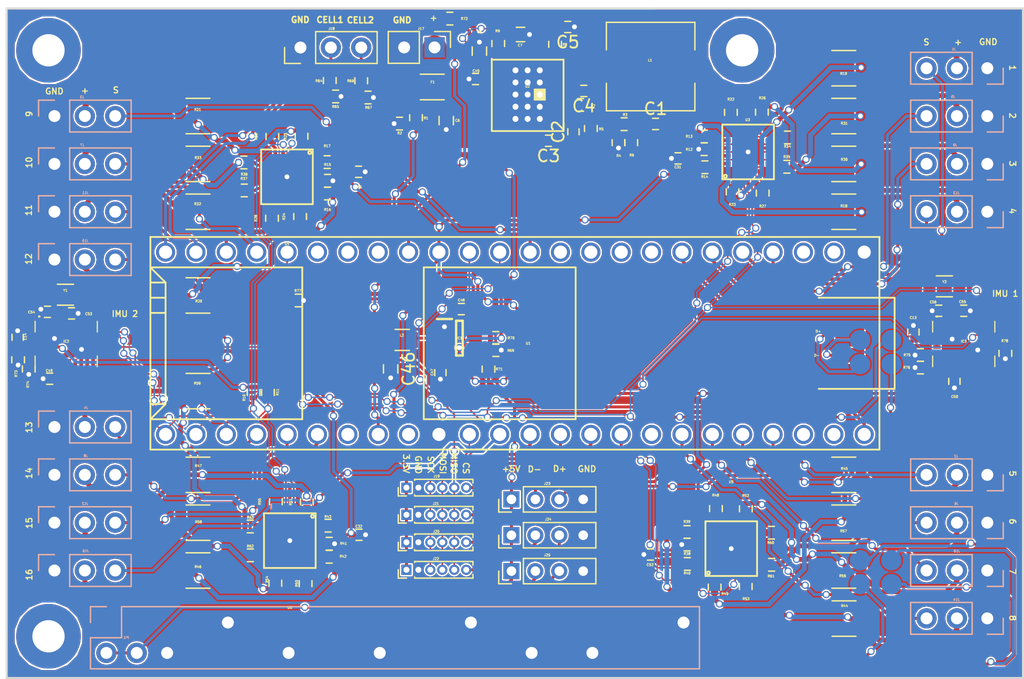
<source format=kicad_pcb>
(kicad_pcb (version 4) (host pcbnew 4.0.7)
  (layers (0 F.Cu signal) (31 B.Cu signal) (34 B.Paste user hide) (35 F.Paste user) (36 B.SilkS user) (37 F.SilkS user) (38 B.Mask user) (39 F.Mask user) (44 Edge.Cuts user))
  (net 0 "")
  (net 1 GND)
  (net 2 +6V)
  (net 3 +BATT)
  (net 4 ServoPower1)
  (net 5 ServoPower3)
  (net 6 ServoPower5)
  (net 7 ServoPower7)
  (net 8 ServoPower9)
  (net 9 ServoPower11)
  (net 10 ServoPower13)
  (net 11 ServoPower15)
  (net 12 ServoPower2)
  (net 13 ServoPower4)
  (net 14 ServoPower6)
  (net 15 ServoPower8)
  (net 16 ServoPower10)
  (net 17 ServoPower12)
  (net 18 Servo1)
  (net 19 Servo5)
  (net 20 Servo9)
  (net 21 Servo13)
  (net 22 Servo2)
  (net 23 Servo6)
  (net 24 Servo10)
  (net 25 Servo14)
  (net 26 Servo3)
  (net 27 Servo7)
  (net 28 Servo11)
  (net 29 Servo15)
  (net 30 Servo4)
  (net 31 Servo8)
  (net 32 Servo12)
  (net 33 Servo16)
  (net 34 BattCheck)
  (net 35 "Net-(C1-Pad1)")
  (net 36 "Net-(C2-Pad2)")
  (net 37 "Net-(C2-Pad1)")
  (net 38 "Net-(C3-Pad2)")
  (net 39 "Net-(C4-Pad2)")
  (net 40 "Net-(C4-Pad1)")
  (net 41 "Net-(C5-Pad2)")
  (net 42 "Net-(C7-Pad1)")
  (net 43 "Net-(F1-Pad1)")
  (net 44 "Net-(J18-Pad2)")
  (net 45 "Net-(J18-Pad3)")
  (net 46 POWERCUT)
  (net 47 SCL)
  (net 48 SDA)
  (net 49 "Net-(R12-Pad1)")
  (net 50 "Net-(R15-Pad1)")
  (net 51 "Net-(R38-Pad1)")
  (net 52 "Net-(R41-Pad1)")
  (net 53 CELL1)
  (net 54 CELL2)
  (net 55 "Net-(C8-Pad2)")
  (net 56 "Net-(C45-Pad2)")
  (net 57 +5V)
  (net 58 "Net-(C48-Pad1)")
  (net 59 "Net-(C48-Pad2)")
  (net 60 "Net-(IC1-Pad4)")
  (net 61 "Net-(IC1-Pad5)")
  (net 62 "Net-(R7-Pad1)")
  (net 63 "Net-(R9-Pad2)")
  (net 64 ServoPower14)
  (net 65 "Net-(C49-Pad1)")
  (net 66 "Net-(C50-Pad1)")
  (net 67 "Net-(C53-Pad2)")
  (net 68 "Net-(C54-Pad2)")
  (net 69 "Net-(C55-Pad2)")
  (net 70 "Net-(C56-Pad2)")
  (net 71 I2CADDRESS2)
  (net 72 I2CADDRESS)
  (net 73 ServoPower16)
  (net 74 SCK)
  (net 75 MOSI)
  (net 76 MISO)
  (net 77 CS1)
  (net 78 CS3)
  (net 79 CS2)
  (net 80 CS4)
  (net 81 USB1-)
  (net 82 USB1+)
  (net 83 USB2-)
  (net 84 USB2+)
  (net 85 USB3-)
  (net 86 USB3+)
  (net 87 D-)
  (net 88 D+)
  (net 89 "Net-(R13-Pad2)")
  (net 90 "Net-(R14-Pad1)")
  (net 91 "Net-(R16-Pad2)")
  (net 92 "Net-(R17-Pad1)")
  (net 93 "Net-(R22-Pad2)")
  (net 94 "Net-(R23-Pad1)")
  (net 95 "Net-(R24-Pad2)")
  (net 96 "Net-(R25-Pad1)")
  (net 97 "Net-(R26-Pad2)")
  (net 98 "Net-(R27-Pad1)")
  (net 99 "Net-(R28-Pad2)")
  (net 100 "Net-(R29-Pad1)")
  (net 101 "Net-(R34-Pad2)")
  (net 102 "Net-(R35-Pad1)")
  (net 103 "Net-(R36-Pad2)")
  (net 104 "Net-(R37-Pad1)")
  (net 105 "Net-(R39-Pad2)")
  (net 106 "Net-(R40-Pad1)")
  (net 107 "Net-(R42-Pad2)")
  (net 108 "Net-(R43-Pad1)")
  (net 109 "Net-(R48-Pad2)")
  (net 110 "Net-(R49-Pad1)")
  (net 111 "Net-(R50-Pad2)")
  (net 112 "Net-(R51-Pad1)")
  (net 113 "Net-(R52-Pad2)")
  (net 114 "Net-(R53-Pad1)")
  (net 115 "Net-(R54-Pad2)")
  (net 116 "Net-(R55-Pad1)")
  (net 117 "Net-(R60-Pad2)")
  (net 118 "Net-(R61-Pad1)")
  (net 119 "Net-(R62-Pad2)")
  (net 120 "Net-(R63-Pad1)")
  (net 121 +3V3)
  (net 122 "Net-(IC2-Pad5)")
  (net 123 "Net-(IC2-Pad6)")
  (net 124 "Net-(IC3-Pad5)")
  (net 125 "Net-(IC3-Pad6)")
  (module TPS56221:TPS56221 (layer F.Cu) (at 142.845 50.565 180)
    (fp_text reference U2 (at 0.015 0.695 180) (layer F.SilkS) (effects (font (size 0.2 0.2) (thickness 0.05))))
    (fp_text value TPS56221)
    (pad 23 smd rect (at 0 0 180) (size 3.25 5.48) (layers B.Cu F.Paste B.Mask) (net 1 GND))
    (pad 23 thru_hole rect (at 1.016 2.032 180) (size 1 1) (drill 0.5) (layers *.Cu *.Mask) (net 1 GND))
    (pad 23 thru_hole rect (at 0 2.032 180) (size 1 1) (drill 0.5) (layers *.Cu *.Mask) (net 1 GND))
    (pad 23 thru_hole rect (at -1.016 2.032 180) (size 1 1) (drill 0.5) (layers *.Cu *.Mask) (net 1 GND))
    (pad 23 thru_hole rect (at 1.016 1.016 180) (size 1 1) (drill 0.5) (layers *.Cu *.Mask) (net 1 GND))
    (pad 23 thru_hole rect (at 0 1.016 180) (size 1 1) (drill 0.5) (layers *.Cu *.Mask) (net 1 GND))
    (pad 23 thru_hole rect (at -1.016 1.016 180) (size 1 1) (drill 0.5) (layers *.Cu *.Mask) (net 1 GND))
    (pad 23 thru_hole rect (at 1.016 0 180) (size 1 1) (drill 0.5) (layers *.Cu *.Mask) (net 1 GND))
    (pad 23 thru_hole rect (at 0 0 180) (size 1 1) (drill 0.5) (layers *.Cu F.Mask) (net 1 GND))
    (pad 23 thru_hole rect (at -1.016 0 180) (size 1 1) (drill 0.5) (layers *.Cu F.SilkS) (net 1 GND))
    (pad 23 thru_hole rect (at 1.016 -1.016 180) (size 1 1) (drill 0.5) (layers *.Cu *.Mask) (net 1 GND))
    (pad 23 thru_hole rect (at 0 -1.016 180) (size 1 1) (drill 0.5) (layers *.Cu *.Mask) (net 1 GND))
    (pad 23 thru_hole rect (at -1.016 -1.016 180) (size 1 1) (drill 0.5) (layers *.Cu *.Mask) (net 1 GND))
    (pad 23 thru_hole rect (at 1.016 -2.032 180) (size 1 1) (drill 0.5) (layers *.Cu *.Mask) (net 1 GND))
    (pad 23 thru_hole rect (at 0 -2.032 180) (size 1 1) (drill 0.5) (layers *.Cu *.Mask) (net 1 GND))
    (pad 1 smd rect (at -2.475 -2.5 180) (size 0.85 0.28) (layers F.Cu F.Paste F.Mask) (net 37 "Net-(C2-Pad1)"))
    (pad 2 smd rect (at -2.475 -2 180) (size 0.85 0.28) (layers F.Cu F.Paste F.Mask) (net 36 "Net-(C2-Pad2)"))
    (pad 3 smd rect (at -2.475 -1.5 180) (size 0.85 0.28) (layers F.Cu F.Paste F.Mask) (net 1 GND))
    (pad 4 smd rect (at -2.475 -1 180) (size 0.85 0.28) (layers F.Cu F.Paste F.Mask) (net 62 "Net-(R7-Pad1)"))
    (pad 5 smd rect (at -2.475 -0.5 180) (size 0.85 0.28) (layers F.Cu F.Paste F.Mask) (net 1 GND))
    (pad 6 smd rect (at -2.475 0 180) (size 0.85 0.28) (layers F.Cu F.Paste F.Mask) (net 39 "Net-(C4-Pad2)"))
    (pad 7 smd rect (at -2.475 0.5 180) (size 0.85 0.28) (layers F.Cu F.Paste F.Mask) (net 39 "Net-(C4-Pad2)"))
    (pad 8 smd rect (at -2.475 1 180) (size 0.85 0.28) (layers F.Cu F.Paste F.Mask) (net 39 "Net-(C4-Pad2)"))
    (pad 9 smd rect (at -2.475 1.5 180) (size 0.85 0.28) (layers F.Cu F.Paste F.Mask) (net 39 "Net-(C4-Pad2)"))
    (pad 10 smd rect (at -2.475 2 180) (size 0.85 0.28) (layers F.Cu F.Paste F.Mask) (net 39 "Net-(C4-Pad2)"))
    (pad 11 smd rect (at -2.475 2.5 180) (size 0.85 0.28) (layers F.Cu F.Paste F.Mask) (net 39 "Net-(C4-Pad2)"))
    (pad 12 smd rect (at 2.475 -2.5 180) (size 0.85 0.28) (layers F.Cu F.Paste F.Mask) (net 3 +BATT))
    (pad 13 smd rect (at 2.475 -2 180) (size 0.85 0.28) (layers F.Cu F.Paste F.Mask) (net 3 +BATT))
    (pad 14 smd rect (at 2.475 -1.5 180) (size 0.85 0.28) (layers F.Cu F.Paste F.Mask) (net 3 +BATT))
    (pad 15 smd rect (at 2.475 -1 180) (size 0.85 0.28) (layers F.Cu F.Paste F.Mask) (net 3 +BATT))
    (pad 16 smd rect (at 2.475 -0.5 180) (size 0.85 0.28) (layers F.Cu F.Paste F.Mask) (net 3 +BATT))
    (pad 17 smd rect (at 2.475 0 180) (size 0.85 0.28) (layers F.Cu F.Paste F.Mask) (net 3 +BATT))
    (pad 18 smd rect (at 2.475 0.5 180) (size 0.85 0.28) (layers F.Cu F.Paste F.Mask) (net 56 "Net-(C45-Pad2)"))
    (pad 19 smd rect (at 2.475 1 180) (size 0.85 0.28) (layers F.Cu F.Paste F.Mask) (net 42 "Net-(C7-Pad1)"))
    (pad 20 smd rect (at 2.475 1.5 180) (size 0.85 0.28) (layers F.Cu F.Paste F.Mask) (net 3 +BATT))
    (pad 21 smd rect (at 2.475 2 180) (size 0.85 0.28) (layers F.Cu F.Paste F.Mask) (net 55 "Net-(C8-Pad2)"))
    (pad 22 smd rect (at 2.475 2.5 180) (size 0.85 0.28) (layers F.Cu F.Paste F.Mask) (net 63 "Net-(R9-Pad2)"))
    (pad 23 smd rect (at 0 0 180) (size 3.25 5.48) (layers F.Cu F.Paste F.Mask) (net 1 GND))
    (pad 23 thru_hole rect (at -1.016 -2.032 180) (size 1 1) (drill 0.5) (layers *.Cu *.Mask) (net 1 GND))
  )
  (module teensy:Teensy35_36_custom_2 (layer F.Cu) (at 141.78 71.36 180)
    (fp_text reference U1 (at -1.11 0 180) (layer F.SilkS) (effects (font (size 0.2 0.2) (thickness 0.05))))
    (fp_text value Teensy3.6)
    (fp_text user D- (at -25.24 -1.01 180) (layer F.SilkS) (effects (font (size 0.2 0.2) (thickness 0.05))))
    (fp_text user D+ (at -25.36 1 180) (layer F.SilkS) (effects (font (size 0.2 0.2) (thickness 0.05))))
    (pad 17 thru_hole circle (at 11.43 7.62 180) (size 1.6 1.6) (drill 1.1) (layers *.Cu *.Mask))
    (pad 18 thru_hole circle (at 13.97 7.62 180) (size 1.6 1.6) (drill 1.1) (layers *.Cu *.Mask))
    (pad 19 thru_hole circle (at 16.51 7.62 180) (size 1.6 1.6) (drill 1.1) (layers *.Cu *.Mask))
    (pad 20 thru_hole circle (at 19.05 7.62 180) (size 1.6 1.6) (drill 1.1) (layers *.Cu *.Mask) (net 71 I2CADDRESS2))
    (pad 16 thru_hole circle (at 8.89 7.62 180) (size 1.6 1.6) (drill 1.1) (layers *.Cu *.Mask) (net 46 POWERCUT))
    (pad 15 thru_hole circle (at 6.35 7.62 180) (size 1.6 1.6) (drill 1.1) (layers *.Cu *.Mask) (net 121 +3V3))
    (pad 14 thru_hole circle (at 3.81 7.62 180) (size 1.6 1.6) (drill 1.1) (layers *.Cu *.Mask) (net 76 MISO))
    (pad 21 thru_hole circle (at 21.59 7.62 180) (size 1.6 1.6) (drill 1.1) (layers *.Cu *.Mask) (net 24 Servo10))
    (pad 22 thru_hole circle (at 24.13 7.62 180) (size 1.6 1.6) (drill 1.1) (layers *.Cu *.Mask) (net 28 Servo11))
    (pad 23 thru_hole circle (at 26.67 7.62 180) (size 1.6 1.6) (drill 1.1) (layers *.Cu *.Mask) (net 54 CELL2))
    (pad 24 thru_hole circle (at 29.21 7.62 180) (size 1.6 1.6) (drill 1.1) (layers *.Cu *.Mask) (net 53 CELL1))
    (pad 30 thru_hole circle (at 29.21 -7.62 180) (size 1.6 1.6) (drill 1.1) (layers *.Cu *.Mask) (net 47 SCL))
    (pad 31 thru_hole circle (at 26.67 -7.62 180) (size 1.6 1.6) (drill 1.1) (layers *.Cu *.Mask) (net 48 SDA))
    (pad 32 thru_hole circle (at 24.13 -7.62 180) (size 1.6 1.6) (drill 1.1) (layers *.Cu *.Mask) (net 32 Servo12))
    (pad 33 thru_hole circle (at 21.59 -7.62 180) (size 1.6 1.6) (drill 1.1) (layers *.Cu *.Mask) (net 21 Servo13))
    (pad 34 thru_hole circle (at 19.05 -7.62 180) (size 1.6 1.6) (drill 1.1) (layers *.Cu *.Mask) (net 25 Servo14))
    (pad 35 thru_hole circle (at 16.51 -7.62 180) (size 1.6 1.6) (drill 1.1) (layers *.Cu *.Mask) (net 29 Servo15))
    (pad 36 thru_hole circle (at 13.97 -7.62 180) (size 1.6 1.6) (drill 1.1) (layers *.Cu *.Mask))
    (pad 37 thru_hole circle (at 11.43 -7.62 180) (size 1.6 1.6) (drill 1.1) (layers *.Cu *.Mask) (net 34 BattCheck))
    (pad 13 thru_hole circle (at 1.27 7.62 180) (size 1.6 1.6) (drill 1.1) (layers *.Cu *.Mask) (net 75 MOSI))
    (pad 12 thru_hole circle (at -1.27 7.62 180) (size 1.6 1.6) (drill 1.1) (layers *.Cu *.Mask) (net 20 Servo9))
    (pad 11 thru_hole circle (at -3.81 7.62 180) (size 1.6 1.6) (drill 1.1) (layers *.Cu *.Mask))
    (pad 10 thru_hole circle (at -6.35 7.62 180) (size 1.6 1.6) (drill 1.1) (layers *.Cu *.Mask))
    (pad 9 thru_hole circle (at -8.89 7.62 180) (size 1.6 1.6) (drill 1.1) (layers *.Cu *.Mask))
    (pad 8 thru_hole circle (at -11.43 7.62 180) (size 1.6 1.6) (drill 1.1) (layers *.Cu *.Mask))
    (pad 7 thru_hole circle (at -13.97 7.62 180) (size 1.6 1.6) (drill 1.1) (layers *.Cu *.Mask) (net 18 Servo1))
    (pad 6 thru_hole circle (at -16.51 7.62 180) (size 1.6 1.6) (drill 1.1) (layers *.Cu *.Mask) (net 22 Servo2))
    (pad 5 thru_hole circle (at -19.05 7.62 180) (size 1.6 1.6) (drill 1.1) (layers *.Cu *.Mask) (net 26 Servo3))
    (pad 4 thru_hole circle (at -21.59 7.62 180) (size 1.6 1.6) (drill 1.1) (layers *.Cu *.Mask) (net 30 Servo4))
    (pad 3 thru_hole circle (at -24.13 7.62 180) (size 1.6 1.6) (drill 1.1) (layers *.Cu *.Mask))
    (pad 2 thru_hole circle (at -26.67 7.62 180) (size 1.6 1.6) (drill 1.1) (layers *.Cu *.Mask))
    (pad 1 thru_hole rect (at -29.21 7.62 180) (size 1.6 1.6) (drill 1.1) (layers *.Cu *.Mask) (net 1 GND))
    (pad 38 thru_hole circle (at 8.89 -7.62 180) (size 1.6 1.6) (drill 1.1) (layers *.Cu *.Mask))
    (pad 39 thru_hole circle (at 6.35 -7.62 180) (size 1.6 1.6) (drill 1.1) (layers *.Cu *.Mask) (net 1 GND))
    (pad 40 thru_hole circle (at 3.81 -7.62 180) (size 1.6 1.6) (drill 1.1) (layers *.Cu *.Mask) (net 74 SCK))
    (pad 41 thru_hole circle (at 1.27 -7.62 180) (size 1.6 1.6) (drill 1.1) (layers *.Cu *.Mask) (net 33 Servo16))
    (pad 42 thru_hole circle (at -1.27 -7.62 180) (size 1.6 1.6) (drill 1.1) (layers *.Cu *.Mask) (net 77 CS1))
    (pad 43 thru_hole circle (at -3.81 -7.62 180) (size 1.6 1.6) (drill 1.1) (layers *.Cu *.Mask) (net 79 CS2))
    (pad 44 thru_hole circle (at -6.35 -7.62 180) (size 1.6 1.6) (drill 1.1) (layers *.Cu *.Mask) (net 78 CS3))
    (pad 45 thru_hole circle (at -8.89 -7.62 180) (size 1.6 1.6) (drill 1.1) (layers *.Cu *.Mask) (net 80 CS4))
    (pad 46 thru_hole circle (at -11.43 -7.62 180) (size 1.6 1.6) (drill 1.1) (layers *.Cu *.Mask))
    (pad 47 thru_hole circle (at -13.97 -7.62 180) (size 1.6 1.6) (drill 1.1) (layers *.Cu *.Mask) (net 31 Servo8))
    (pad 48 thru_hole circle (at -16.51 -7.62 180) (size 1.6 1.6) (drill 1.1) (layers *.Cu *.Mask) (net 27 Servo7))
    (pad 49 thru_hole circle (at -19.05 -7.62 180) (size 1.6 1.6) (drill 1.1) (layers *.Cu *.Mask) (net 23 Servo6))
    (pad 50 thru_hole circle (at -21.59 -7.62 180) (size 1.6 1.6) (drill 1.1) (layers *.Cu *.Mask) (net 19 Servo5))
    (pad 51 thru_hole circle (at -24.13 -7.62 180) (size 1.6 1.6) (drill 1.1) (layers *.Cu *.Mask))
    (pad 52 thru_hole circle (at -26.67 -7.62 180) (size 1.6 1.6) (drill 1.1) (layers *.Cu *.Mask))
    (pad 53 thru_hole circle (at -29.21 -7.62 180) (size 1.6 1.6) (drill 1.1) (layers *.Cu *.Mask) (net 57 +5V))
    (pad 85 smd rect (at -28 1 180) (size 2.4 1.2) (layers F.Cu F.Paste F.Mask) (net 88 D+))
    (pad 86 smd rect (at -28 -1 180) (size 2.4 1.2) (layers F.Cu F.Paste F.Mask) (net 87 D-))
  )
  (module Pin_Headers:Pin_Header_Straight_2x20_Pitch2.54mm (layer B.Cu) (at 131.75 95.98 270)
    (fp_text reference PI1 (at -0.01 22.48 360) (layer B.SilkS) (effects (font (size 0.2 0.2) (thickness 0.05)) (justify mirror)))
    (fp_text value BPLUS_GPIO)
    (pad 48 smd circle (at -4.48 -41.51 270) (size 1.7 1.7) (layers B.Cu B.Paste B.Mask) (net 86 USB3+))
    (pad 47 smd circle (at -6.48 -41.51 270) (size 1.7 1.7) (layers B.Cu B.Paste B.Mask) (net 85 USB3-))
    (pad 46 smd circle (at -4.48 -38.89 270) (size 1.7 1.7) (layers B.Cu B.Paste B.Mask) (net 84 USB2+))
    (pad 45 smd circle (at -6.48 -38.89 270) (size 1.7 1.7) (layers B.Cu B.Paste B.Mask) (net 83 USB2-))
    (pad 41 smd circle (at -24.88 -38.89 270) (size 1.7 1.7) (layers B.Cu B.Paste B.Mask) (net 87 D-))
    (pad 42 smd circle (at -22.88 -38.89 270) (size 1.7 1.7) (layers B.Cu B.Paste B.Mask) (net 88 D+))
    (pad 43 smd circle (at -24.88 -41.51 270) (size 1.7 1.7) (layers B.Cu B.Paste B.Mask) (net 81 USB1-))
    (pad 44 smd circle (at -22.88 -41.51 270) (size 1.7 1.7) (layers B.Cu B.Paste B.Mask) (net 82 USB1+))
    (pad 2 thru_hole oval (at 1.27 24.13 270) (size 1.7 1.7) (drill 1) (layers *.Cu *.Mask) (net 57 +5V))
    (pad 4 thru_hole oval (at 1.27 21.59 270) (size 1.7 1.7) (drill 1) (layers *.Cu *.Mask) (net 57 +5V))
    (pad 6 thru_hole oval (at 1.27 19.05 270) (size 1.7 1.7) (drill 1) (layers *.Cu *.Mask) (net 1 GND))
    (pad 9 thru_hole oval (at -1.27 13.97 270) (size 1.7 1.7) (drill 1) (layers *.Cu *.Mask) (net 1 GND))
    (pad 14 thru_hole oval (at 1.27 8.89 270) (size 1.7 1.7) (drill 1) (layers *.Cu *.Mask) (net 1 GND))
    (pad 20 thru_hole oval (at 1.27 1.27 270) (size 1.7 1.7) (drill 1) (layers *.Cu *.Mask) (net 1 GND))
    (pad 25 thru_hole oval (at -1.27 -6.35 270) (size 1.7 1.7) (drill 1) (layers *.Cu *.Mask) (net 1 GND))
    (pad 30 thru_hole oval (at 1.27 -11.43 270) (size 1.7 1.7) (drill 1) (layers *.Cu *.Mask) (net 1 GND))
    (pad 34 thru_hole oval (at 1.27 -16.51 270) (size 1.7 1.7) (drill 1) (layers *.Cu *.Mask) (net 1 GND))
    (pad 39 thru_hole oval (at -1.27 -24.13 270) (size 1.7 1.7) (drill 1) (layers *.Cu *.Mask) (net 1 GND))
  )
  (module SmallKat_V2:MAX34409 (layer F.Cu) (at 122.96 87.86 180)
    (fp_text reference U6 (at 0 -5.588 180) (layer F.SilkS) (effects (font (size 0.2 0.2) (thickness 0.05))))
    (fp_text value MAX34409)
    (pad 1 smd rect (at -0.975 1.81 180) (size 0.3 0.72) (layers F.Cu F.Paste F.Mask) (net 112 "Net-(R51-Pad1)"))
    (pad 2 smd rect (at -0.325 1.81 180) (size 0.3 0.72) (layers F.Cu F.Paste F.Mask) (net 48 SDA))
    (pad 3 smd rect (at 0.325 1.81 180) (size 0.3 0.72) (layers F.Cu F.Paste F.Mask) (net 47 SCL))
    (pad 4 smd rect (at 0.975 1.81 180) (size 0.3 0.72) (layers F.Cu F.Paste F.Mask) (net 116 "Net-(R55-Pad1)"))
    (pad 5 smd rect (at 1.81 0.975 180) (size 0.72 0.3) (layers F.Cu F.Paste F.Mask) (net 120 "Net-(R63-Pad1)"))
    (pad 6 smd rect (at 1.81 0.325 180) (size 0.72 0.3) (layers F.Cu F.Paste F.Mask))
    (pad 7 smd rect (at 1.81 -0.325 180) (size 0.72 0.3) (layers F.Cu F.Paste F.Mask) (net 1 GND))
    (pad 8 smd rect (at 1.81 -0.975 180) (size 0.72 0.3) (layers F.Cu F.Paste F.Mask) (net 119 "Net-(R62-Pad2)"))
    (pad 9 smd rect (at 0.975 -1.81 180) (size 0.3 0.72) (layers F.Cu F.Paste F.Mask) (net 115 "Net-(R54-Pad2)"))
    (pad 10 smd rect (at 0.325 -1.81 180) (size 0.3 0.72) (layers F.Cu F.Paste F.Mask))
    (pad 11 smd rect (at -0.325 -1.81 180) (size 0.3 0.72) (layers F.Cu F.Paste F.Mask) (net 1 GND))
    (pad 12 smd rect (at -0.975 -1.81 180) (size 0.3 0.72) (layers F.Cu F.Paste F.Mask) (net 111 "Net-(R50-Pad2)"))
    (pad 13 smd rect (at -1.81 -0.975 180) (size 0.72 0.3) (layers F.Cu F.Paste F.Mask) (net 107 "Net-(R42-Pad2)"))
    (pad 14 smd rect (at -1.81 -0.325 180) (size 0.72 0.3) (layers F.Cu F.Paste F.Mask) (net 52 "Net-(R41-Pad1)"))
    (pad 15 smd rect (at -1.81 0.325 180) (size 0.72 0.3) (layers F.Cu F.Paste F.Mask) (net 121 +3V3))
    (pad 16 smd rect (at -1.81 0.975 180) (size 0.72 0.3) (layers F.Cu F.Paste F.Mask) (net 108 "Net-(R43-Pad1)"))
    (pad 17 smd rect (at 0 0 180) (size 2.15 2.15) (layers F.Cu F.Paste F.Mask) (net 1 GND))
  )
  (module SmallKat_V2:MAX34409 (layer F.Cu) (at 159.87 88.53)
    (fp_text reference U5 (at 0 -5.588) (layer F.SilkS) (effects (font (size 0.2 0.2) (thickness 0.05))))
    (fp_text value MAX34409)
    (pad 1 smd rect (at -0.975 1.81) (size 0.3 0.72) (layers F.Cu F.Paste F.Mask) (net 110 "Net-(R49-Pad1)"))
    (pad 2 smd rect (at -0.325 1.81) (size 0.3 0.72) (layers F.Cu F.Paste F.Mask) (net 48 SDA))
    (pad 3 smd rect (at 0.325 1.81) (size 0.3 0.72) (layers F.Cu F.Paste F.Mask) (net 47 SCL))
    (pad 4 smd rect (at 0.975 1.81) (size 0.3 0.72) (layers F.Cu F.Paste F.Mask) (net 114 "Net-(R53-Pad1)"))
    (pad 5 smd rect (at 1.81 0.975) (size 0.72 0.3) (layers F.Cu F.Paste F.Mask) (net 118 "Net-(R61-Pad1)"))
    (pad 6 smd rect (at 1.81 0.325) (size 0.72 0.3) (layers F.Cu F.Paste F.Mask))
    (pad 7 smd rect (at 1.81 -0.325) (size 0.72 0.3) (layers F.Cu F.Paste F.Mask) (net 1 GND))
    (pad 8 smd rect (at 1.81 -0.975) (size 0.72 0.3) (layers F.Cu F.Paste F.Mask) (net 117 "Net-(R60-Pad2)"))
    (pad 9 smd rect (at 0.975 -1.81) (size 0.3 0.72) (layers F.Cu F.Paste F.Mask) (net 113 "Net-(R52-Pad2)"))
    (pad 10 smd rect (at 0.325 -1.81) (size 0.3 0.72) (layers F.Cu F.Paste F.Mask))
    (pad 11 smd rect (at -0.325 -1.81) (size 0.3 0.72) (layers F.Cu F.Paste F.Mask) (net 1 GND))
    (pad 12 smd rect (at -0.975 -1.81) (size 0.3 0.72) (layers F.Cu F.Paste F.Mask) (net 109 "Net-(R48-Pad2)"))
    (pad 13 smd rect (at -1.81 -0.975) (size 0.72 0.3) (layers F.Cu F.Paste F.Mask) (net 105 "Net-(R39-Pad2)"))
    (pad 14 smd rect (at -1.81 -0.325) (size 0.72 0.3) (layers F.Cu F.Paste F.Mask) (net 51 "Net-(R38-Pad1)"))
    (pad 15 smd rect (at -1.81 0.325) (size 0.72 0.3) (layers F.Cu F.Paste F.Mask) (net 121 +3V3))
    (pad 16 smd rect (at -1.81 0.975) (size 0.72 0.3) (layers F.Cu F.Paste F.Mask) (net 106 "Net-(R40-Pad1)"))
    (pad 17 smd rect (at 0 0) (size 2.15 2.15) (layers F.Cu F.Paste F.Mask) (net 1 GND))
  )
  (module Capacitors_SMD:C_0402 (layer F.Cu) (at 175.1 70.42 90)
    (fp_text reference C13 (at 1.2 -0.02 180) (layer F.SilkS) (effects (font (size 0.2 0.2) (thickness 0.05))))
    (fp_text value 1uF)
    (pad 1 smd rect (at -0.55 0 90) (size 0.6 0.5) (layers F.Cu F.Paste F.Mask) (net 121 +3V3))
    (pad 2 smd rect (at 0.55 0 90) (size 0.6 0.5) (layers F.Cu F.Paste F.Mask) (net 1 GND))
  )
  (module Capacitors_SMD:C_0402 (layer F.Cu) (at 100.2 70.86 90)
    (fp_text reference C14 (at 0.06 0.64 90) (layer F.SilkS) (effects (font (size 0.2 0.2) (thickness 0.05))))
    (fp_text value 1uF)
    (pad 1 smd rect (at -0.55 0 90) (size 0.6 0.5) (layers F.Cu F.Paste F.Mask) (net 121 +3V3))
    (pad 2 smd rect (at 0.55 0 90) (size 0.6 0.5) (layers F.Cu F.Paste F.Mask) (net 1 GND))
  )
  (module Resistors_SMD:R_0402 (layer F.Cu) (at 133.51 52.5 270)
    (fp_text reference R1 (at 0.03 -0.83 360) (layer F.SilkS) (effects (font (size 0.2 0.2) (thickness 0.05))))
    (fp_text value 10kΩ)
    (pad 1 smd rect (at -0.45 0 270) (size 0.4 0.6) (layers F.Cu F.Paste F.Mask) (net 43 "Net-(F1-Pad1)"))
    (pad 2 smd rect (at 0.45 0 270) (size 0.4 0.6) (layers F.Cu F.Paste F.Mask) (net 34 BattCheck))
  )
  (module Resistors_SMD:R_0402 (layer F.Cu) (at 132.13 52.99 180)
    (fp_text reference R2 (at -0.01 -0.8 180) (layer F.SilkS) (effects (font (size 0.2 0.2) (thickness 0.05))))
    (fp_text value 6.2kΩ)
    (pad 1 smd rect (at -0.45 0 180) (size 0.4 0.6) (layers F.Cu F.Paste F.Mask) (net 34 BattCheck))
    (pad 2 smd rect (at 0.45 0 180) (size 0.4 0.6) (layers F.Cu F.Paste F.Mask) (net 1 GND))
  )
  (module Pin_Headers:Pin_Header_Straight_1x03_Pitch2.54mm (layer B.Cu) (at 181.28 48.36 90)
    (fp_text reference J1 (at 1.59 -2.8 180) (layer B.SilkS) (effects (font (size 0.2 0.2) (thickness 0.05)) (justify mirror)))
    (fp_text value Conn_01x03)
    (pad 1 thru_hole rect (at 0 0 90) (size 1.7 1.7) (drill 1) (layers *.Cu *.Mask) (net 1 GND))
    (pad 2 thru_hole oval (at 0 -2.54 90) (size 1.7 1.7) (drill 1) (layers *.Cu *.Mask) (net 4 ServoPower1))
    (pad 3 thru_hole oval (at 0 -5.08 90) (size 1.7 1.7) (drill 1) (layers *.Cu *.Mask) (net 18 Servo1))
  )
  (module Pin_Headers:Pin_Header_Straight_1x03_Pitch2.54mm (layer B.Cu) (at 181.28 82.36 90)
    (fp_text reference J2 (at 1.56 -2.6 180) (layer B.SilkS) (effects (font (size 0.2 0.2) (thickness 0.05)) (justify mirror)))
    (fp_text value Conn_01x03)
    (pad 1 thru_hole rect (at 0 0 90) (size 1.7 1.7) (drill 1) (layers *.Cu *.Mask) (net 1 GND))
    (pad 2 thru_hole oval (at 0 -2.54 90) (size 1.7 1.7) (drill 1) (layers *.Cu *.Mask) (net 6 ServoPower5))
    (pad 3 thru_hole oval (at 0 -5.08 90) (size 1.7 1.7) (drill 1) (layers *.Cu *.Mask) (net 19 Servo5))
  )
  (module Pin_Headers:Pin_Header_Straight_1x03_Pitch2.54mm (layer B.Cu) (at 103.28 52.36 270)
    (fp_text reference J3 (at -1.59 -2.31 360) (layer B.SilkS) (effects (font (size 0.2 0.2) (thickness 0.05)) (justify mirror)))
    (fp_text value Conn_01x03)
    (pad 1 thru_hole rect (at 0 0 270) (size 1.7 1.7) (drill 1) (layers *.Cu *.Mask) (net 1 GND))
    (pad 2 thru_hole oval (at 0 -2.54 270) (size 1.7 1.7) (drill 1) (layers *.Cu *.Mask) (net 8 ServoPower9))
    (pad 3 thru_hole oval (at 0 -5.08 270) (size 1.7 1.7) (drill 1) (layers *.Cu *.Mask) (net 20 Servo9))
  )
  (module Pin_Headers:Pin_Header_Straight_1x03_Pitch2.54mm (layer B.Cu) (at 103.28 78.36 270)
    (fp_text reference J4 (at -1.61 -2.64 360) (layer B.SilkS) (effects (font (size 0.2 0.2) (thickness 0.05)) (justify mirror)))
    (fp_text value Conn_01x03)
    (pad 1 thru_hole rect (at 0 0 270) (size 1.7 1.7) (drill 1) (layers *.Cu *.Mask) (net 1 GND))
    (pad 2 thru_hole oval (at 0 -2.54 270) (size 1.7 1.7) (drill 1) (layers *.Cu *.Mask) (net 10 ServoPower13))
    (pad 3 thru_hole oval (at 0 -5.08 270) (size 1.7 1.7) (drill 1) (layers *.Cu *.Mask) (net 21 Servo13))
  )
  (module Pin_Headers:Pin_Header_Straight_1x03_Pitch2.54mm (layer B.Cu) (at 181.28 52.36 90)
    (fp_text reference J5 (at 1.62 -2.86 180) (layer B.SilkS) (effects (font (size 0.2 0.2) (thickness 0.05)) (justify mirror)))
    (fp_text value Conn_01x03)
    (pad 1 thru_hole rect (at 0 0 90) (size 1.7 1.7) (drill 1) (layers *.Cu *.Mask) (net 1 GND))
    (pad 2 thru_hole oval (at 0 -2.54 90) (size 1.7 1.7) (drill 1) (layers *.Cu *.Mask) (net 12 ServoPower2))
    (pad 3 thru_hole oval (at 0 -5.08 90) (size 1.7 1.7) (drill 1) (layers *.Cu *.Mask) (net 22 Servo2))
  )
  (module Pin_Headers:Pin_Header_Straight_1x03_Pitch2.54mm (layer B.Cu) (at 181.28 86.36 90)
    (fp_text reference J6 (at 1.59 -2.58 180) (layer B.SilkS) (effects (font (size 0.2 0.2) (thickness 0.05)) (justify mirror)))
    (fp_text value Conn_01x03)
    (pad 1 thru_hole rect (at 0 0 90) (size 1.7 1.7) (drill 1) (layers *.Cu *.Mask) (net 1 GND))
    (pad 2 thru_hole oval (at 0 -2.54 90) (size 1.7 1.7) (drill 1) (layers *.Cu *.Mask) (net 14 ServoPower6))
    (pad 3 thru_hole oval (at 0 -5.08 90) (size 1.7 1.7) (drill 1) (layers *.Cu *.Mask) (net 23 Servo6))
  )
  (module Pin_Headers:Pin_Header_Straight_1x03_Pitch2.54mm (layer B.Cu) (at 103.28 56.36 270)
    (fp_text reference J7 (at -1.57 -2.33 360) (layer B.SilkS) (effects (font (size 0.2 0.2) (thickness 0.05)) (justify mirror)))
    (fp_text value Conn_01x03)
    (pad 1 thru_hole rect (at 0 0 270) (size 1.7 1.7) (drill 1) (layers *.Cu *.Mask) (net 1 GND))
    (pad 2 thru_hole oval (at 0 -2.54 270) (size 1.7 1.7) (drill 1) (layers *.Cu *.Mask) (net 16 ServoPower10))
    (pad 3 thru_hole oval (at 0 -5.08 270) (size 1.7 1.7) (drill 1) (layers *.Cu *.Mask) (net 24 Servo10))
  )
  (module Pin_Headers:Pin_Header_Straight_1x03_Pitch2.54mm (layer B.Cu) (at 103.28 82.36 270)
    (fp_text reference J8 (at -1.59 -2.61 360) (layer B.SilkS) (effects (font (size 0.2 0.2) (thickness 0.05)) (justify mirror)))
    (fp_text value Conn_01x03)
    (pad 1 thru_hole rect (at 0 0 270) (size 1.7 1.7) (drill 1) (layers *.Cu *.Mask) (net 1 GND))
    (pad 2 thru_hole oval (at 0 -2.54 270) (size 1.7 1.7) (drill 1) (layers *.Cu *.Mask) (net 64 ServoPower14))
    (pad 3 thru_hole oval (at 0 -5.08 270) (size 1.7 1.7) (drill 1) (layers *.Cu *.Mask) (net 25 Servo14))
  )
  (module Pin_Headers:Pin_Header_Straight_1x03_Pitch2.54mm (layer B.Cu) (at 181.28 56.36 90)
    (fp_text reference J9 (at 1.57 -2.69 180) (layer B.SilkS) (effects (font (size 0.2 0.2) (thickness 0.05)) (justify mirror)))
    (fp_text value Conn_01x03)
    (pad 1 thru_hole rect (at 0 0 90) (size 1.7 1.7) (drill 1) (layers *.Cu *.Mask) (net 1 GND))
    (pad 2 thru_hole oval (at 0 -2.54 90) (size 1.7 1.7) (drill 1) (layers *.Cu *.Mask) (net 5 ServoPower3))
    (pad 3 thru_hole oval (at 0 -5.08 90) (size 1.7 1.7) (drill 1) (layers *.Cu *.Mask) (net 26 Servo3))
  )
  (module Pin_Headers:Pin_Header_Straight_1x03_Pitch2.54mm (layer B.Cu) (at 181.28 90.36 90)
    (fp_text reference J10 (at 1.62 -2.55 180) (layer B.SilkS) (effects (font (size 0.2 0.2) (thickness 0.05)) (justify mirror)))
    (fp_text value Conn_01x03)
    (pad 1 thru_hole rect (at 0 0 90) (size 1.7 1.7) (drill 1) (layers *.Cu *.Mask) (net 1 GND))
    (pad 2 thru_hole oval (at 0 -2.54 90) (size 1.7 1.7) (drill 1) (layers *.Cu *.Mask) (net 7 ServoPower7))
    (pad 3 thru_hole oval (at 0 -5.08 90) (size 1.7 1.7) (drill 1) (layers *.Cu *.Mask) (net 27 Servo7))
  )
  (module Pin_Headers:Pin_Header_Straight_1x03_Pitch2.54mm (layer B.Cu) (at 103.28 60.36 270)
    (fp_text reference J11 (at -1.58 -2.58 360) (layer B.SilkS) (effects (font (size 0.2 0.2) (thickness 0.05)) (justify mirror)))
    (fp_text value Conn_01x03)
    (pad 1 thru_hole rect (at 0 0 270) (size 1.7 1.7) (drill 1) (layers *.Cu *.Mask) (net 1 GND))
    (pad 2 thru_hole oval (at 0 -2.54 270) (size 1.7 1.7) (drill 1) (layers *.Cu *.Mask) (net 9 ServoPower11))
    (pad 3 thru_hole oval (at 0 -5.08 270) (size 1.7 1.7) (drill 1) (layers *.Cu *.Mask) (net 28 Servo11))
  )
  (module Pin_Headers:Pin_Header_Straight_1x03_Pitch2.54mm (layer B.Cu) (at 103.28 86.36 270)
    (fp_text reference J12 (at -1.59 -2.56 360) (layer B.SilkS) (effects (font (size 0.2 0.2) (thickness 0.05)) (justify mirror)))
    (fp_text value Conn_01x03)
    (pad 1 thru_hole rect (at 0 0 270) (size 1.7 1.7) (drill 1) (layers *.Cu *.Mask) (net 1 GND))
    (pad 2 thru_hole oval (at 0 -2.54 270) (size 1.7 1.7) (drill 1) (layers *.Cu *.Mask) (net 11 ServoPower15))
    (pad 3 thru_hole oval (at 0 -5.08 270) (size 1.7 1.7) (drill 1) (layers *.Cu *.Mask) (net 29 Servo15))
  )
  (module Pin_Headers:Pin_Header_Straight_1x03_Pitch2.54mm (layer B.Cu) (at 181.28 60.36 90)
    (fp_text reference J13 (at 1.57 -2.58 180) (layer B.SilkS) (effects (font (size 0.2 0.2) (thickness 0.05)) (justify mirror)))
    (fp_text value Conn_01x03)
    (pad 1 thru_hole rect (at 0 0 90) (size 1.7 1.7) (drill 1) (layers *.Cu *.Mask) (net 1 GND))
    (pad 2 thru_hole oval (at 0 -2.54 90) (size 1.7 1.7) (drill 1) (layers *.Cu *.Mask) (net 13 ServoPower4))
    (pad 3 thru_hole oval (at 0 -5.08 90) (size 1.7 1.7) (drill 1) (layers *.Cu *.Mask) (net 30 Servo4))
  )
  (module Pin_Headers:Pin_Header_Straight_1x03_Pitch2.54mm (layer B.Cu) (at 181.28 94.36 90)
    (fp_text reference J14 (at 1.57 -2.58 180) (layer B.SilkS) (effects (font (size 0.2 0.2) (thickness 0.05)) (justify mirror)))
    (fp_text value Conn_01x03)
    (pad 1 thru_hole rect (at 0 0 90) (size 1.7 1.7) (drill 1) (layers *.Cu *.Mask) (net 1 GND))
    (pad 2 thru_hole oval (at 0 -2.54 90) (size 1.7 1.7) (drill 1) (layers *.Cu *.Mask) (net 15 ServoPower8))
    (pad 3 thru_hole oval (at 0 -5.08 90) (size 1.7 1.7) (drill 1) (layers *.Cu *.Mask) (net 31 Servo8))
  )
  (module Pin_Headers:Pin_Header_Straight_1x03_Pitch2.54mm (layer B.Cu) (at 103.28 64.36 270)
    (fp_text reference J15 (at -1.57 -2.58 360) (layer B.SilkS) (effects (font (size 0.2 0.2) (thickness 0.05)) (justify mirror)))
    (fp_text value Conn_01x03)
    (pad 1 thru_hole rect (at 0 0 270) (size 1.7 1.7) (drill 1) (layers *.Cu *.Mask) (net 1 GND))
    (pad 2 thru_hole oval (at 0 -2.54 270) (size 1.7 1.7) (drill 1) (layers *.Cu *.Mask) (net 17 ServoPower12))
    (pad 3 thru_hole oval (at 0 -5.08 270) (size 1.7 1.7) (drill 1) (layers *.Cu *.Mask) (net 32 Servo12))
  )
  (module Pin_Headers:Pin_Header_Straight_1x03_Pitch2.54mm (layer B.Cu) (at 103.28 90.36 270)
    (fp_text reference J16 (at -1.64 -2.61 360) (layer B.SilkS) (effects (font (size 0.2 0.2) (thickness 0.05)) (justify mirror)))
    (fp_text value Conn_01x03)
    (pad 1 thru_hole rect (at 0 0 270) (size 1.7 1.7) (drill 1) (layers *.Cu *.Mask) (net 1 GND))
    (pad 2 thru_hole oval (at 0 -2.54 270) (size 1.7 1.7) (drill 1) (layers *.Cu *.Mask) (net 73 ServoPower16))
    (pad 3 thru_hole oval (at 0 -5.08 270) (size 1.7 1.7) (drill 1) (layers *.Cu *.Mask) (net 33 Servo16))
  )
  (module Pin_Headers:Pin_Header_Straight_1x02_Pitch2.54mm (layer F.Cu) (at 135.06 46.62 270)
    (fp_text reference J17 (at -1.57 1.13 360) (layer F.SilkS) (effects (font (size 0.2 0.2) (thickness 0.05))))
    (fp_text value Conn_01x02)
    (pad 1 thru_hole rect (at 0 0 270) (size 1.7 1.7) (drill 1) (layers *.Cu *.Mask) (net 43 "Net-(F1-Pad1)"))
    (pad 2 thru_hole oval (at 0 2.54 270) (size 1.7 1.7) (drill 1) (layers *.Cu *.Mask) (net 1 GND))
  )
  (module Capacitors_SMD:C_0603 (layer F.Cu) (at 136.04 52.74 90)
    (fp_text reference C6 (at 0.01 0.94 180) (layer F.SilkS) (effects (font (size 0.2 0.2) (thickness 0.05))))
    (fp_text value 1uF)
    (pad 2 smd rect (at 0.75 0 90) (size 0.8 0.75) (layers F.Cu F.Paste F.Mask) (net 3 +BATT))
    (pad 1 smd rect (at -0.75 0 90) (size 0.8 0.75) (layers F.Cu F.Paste F.Mask) (net 1 GND))
  )
  (module Capacitors_SMD:C_0603 (layer F.Cu) (at 142.25 45.54)
    (fp_text reference C7 (at -0.04 0.9) (layer F.SilkS) (effects (font (size 0.2 0.2) (thickness 0.05))))
    (fp_text value 4.7uF)
    (pad 2 smd rect (at 0.75 0) (size 0.8 0.75) (layers F.Cu F.Paste F.Mask) (net 1 GND))
    (pad 1 smd rect (at -0.75 0) (size 0.8 0.75) (layers F.Cu F.Paste F.Mask) (net 42 "Net-(C7-Pad1)"))
  )
  (module Capacitors_SMD:C_0603 (layer F.Cu) (at 138.81 46.93 270)
    (fp_text reference C8 (at -1.61 0 360) (layer F.SilkS) (effects (font (size 0.2 0.2) (thickness 0.05))))
    (fp_text value 15nF)
    (pad 2 smd rect (at 0.75 0 270) (size 0.8 0.75) (layers F.Cu F.Paste F.Mask) (net 55 "Net-(C8-Pad2)"))
    (pad 1 smd rect (at -0.75 0 270) (size 0.8 0.75) (layers F.Cu F.Paste F.Mask) (net 1 GND))
  )
  (module Capacitors_SMD:C_0402 (layer F.Cu) (at 155.42 55.9 180)
    (fp_text reference C31 (at 0.02 -0.73 180) (layer F.SilkS) (effects (font (size 0.2 0.2) (thickness 0.05))))
    (fp_text value 1uF)
    (pad 1 smd rect (at -0.55 0 180) (size 0.6 0.5) (layers F.Cu F.Paste F.Mask) (net 121 +3V3))
    (pad 2 smd rect (at 0.55 0 180) (size 0.6 0.5) (layers F.Cu F.Paste F.Mask) (net 1 GND))
  )
  (module Capacitors_SMD:C_0402 (layer F.Cu) (at 128.74 87.37)
    (fp_text reference C32 (at -0.01 -0.7) (layer F.SilkS) (effects (font (size 0.2 0.2) (thickness 0.05))))
    (fp_text value 1uF)
    (pad 1 smd rect (at -0.55 0) (size 0.6 0.5) (layers F.Cu F.Paste F.Mask) (net 121 +3V3))
    (pad 2 smd rect (at 0.55 0) (size 0.6 0.5) (layers F.Cu F.Paste F.Mask) (net 1 GND))
  )
  (module Fuse_Holders_and_Fuses:Fuse_SMD1206_Reflow (layer F.Cu) (at 134.87 49.93)
    (fp_text reference F1 (at 0.03 -0.41) (layer F.SilkS) (effects (font (size 0.2 0.2) (thickness 0.05))))
    (fp_text value Fuse)
    (pad 1 smd rect (at -1.2 0 90) (size 2.03 1.14) (layers F.Cu F.Paste F.Mask) (net 43 "Net-(F1-Pad1)"))
    (pad 2 smd rect (at 1.2 0 90) (size 2.03 1.14) (layers F.Cu F.Paste F.Mask) (net 3 +BATT))
  )
  (module Pin_Headers:Pin_Header_Straight_1x03_Pitch2.54mm (layer F.Cu) (at 123.85 46.63 90)
    (fp_text reference J18 (at 1.58 2.6 180) (layer F.SilkS) (effects (font (size 0.2 0.2) (thickness 0.05))))
    (fp_text value Conn_01x03)
    (pad 1 thru_hole rect (at 0 0 90) (size 1.7 1.7) (drill 1) (layers *.Cu *.Mask) (net 1 GND))
    (pad 2 thru_hole oval (at 0 2.54 90) (size 1.7 1.7) (drill 1) (layers *.Cu *.Mask) (net 44 "Net-(J18-Pad2)"))
    (pad 3 thru_hole oval (at 0 5.08 90) (size 1.7 1.7) (drill 1) (layers *.Cu *.Mask) (net 45 "Net-(J18-Pad3)"))
  )
  (module Inductors_SMD:L_7.3x7.3_H4.5 (layer F.Cu) (at 153.13 48.22 180)
    (fp_text reference L1 (at 0.05 0.53 180) (layer F.SilkS) (effects (font (size 0.2 0.2) (thickness 0.05))))
    (fp_text value 680nH)
    (pad 1 smd rect (at -3.2 0 180) (size 1.5 2.2) (layers F.Cu F.Paste F.Mask) (net 2 +6V))
    (pad 2 smd rect (at 3.2 0 180) (size 1.5 2.2) (layers F.Cu F.Paste F.Mask) (net 39 "Net-(C4-Pad2)"))
  )
  (module Resistors_SMD:R_0402 (layer F.Cu) (at 150.91 53.04)
    (fp_text reference R3 (at 0.08 -0.79) (layer F.SilkS) (effects (font (size 0.2 0.2) (thickness 0.05))))
    (fp_text value 931Ω)
    (pad 1 smd rect (at -0.45 0) (size 0.4 0.6) (layers F.Cu F.Paste F.Mask) (net 36 "Net-(C2-Pad2)"))
    (pad 2 smd rect (at 0.45 0) (size 0.4 0.6) (layers F.Cu F.Paste F.Mask) (net 35 "Net-(C1-Pad1)"))
  )
  (module Resistors_SMD:R_0402 (layer F.Cu) (at 150.44 54.58 90)
    (fp_text reference R4 (at -1.1 0.02 180) (layer F.SilkS) (effects (font (size 0.2 0.2) (thickness 0.05))))
    (fp_text value 2.7kΩ)
    (pad 1 smd rect (at -0.45 0 90) (size 0.4 0.6) (layers F.Cu F.Paste F.Mask) (net 1 GND))
    (pad 2 smd rect (at 0.45 0 90) (size 0.4 0.6) (layers F.Cu F.Paste F.Mask) (net 36 "Net-(C2-Pad2)"))
  )
  (module Resistors_SMD:R_0402 (layer F.Cu) (at 148.13 53.4 90)
    (fp_text reference R5 (at -0.05 0.87 180) (layer F.SilkS) (effects (font (size 0.2 0.2) (thickness 0.05))))
    (fp_text value 12.1kΩ)
    (pad 1 smd rect (at -0.45 0 90) (size 0.4 0.6) (layers F.Cu F.Paste F.Mask) (net 38 "Net-(C3-Pad2)"))
    (pad 2 smd rect (at 0.45 0 90) (size 0.4 0.6) (layers F.Cu F.Paste F.Mask) (net 36 "Net-(C2-Pad2)"))
  )
  (module Resistors_SMD:R_0402 (layer F.Cu) (at 151.51 54.58 90)
    (fp_text reference R6 (at -1.05 0.04 180) (layer F.SilkS) (effects (font (size 0.2 0.2) (thickness 0.05))))
    (fp_text value 24.3kΩ)
    (pad 1 smd rect (at -0.45 0 90) (size 0.4 0.6) (layers F.Cu F.Paste F.Mask) (net 2 +6V))
    (pad 2 smd rect (at 0.45 0 90) (size 0.4 0.6) (layers F.Cu F.Paste F.Mask) (net 36 "Net-(C2-Pad2)"))
  )
  (module Resistors_SMD:R_0402 (layer F.Cu) (at 147.275 51.425)
    (fp_text reference R7 (at 1.035 0.095) (layer F.SilkS) (effects (font (size 0.2 0.2) (thickness 0.05))))
    (fp_text value 5.11Ω)
    (pad 1 smd rect (at -0.45 0) (size 0.4 0.6) (layers F.Cu F.Paste F.Mask) (net 62 "Net-(R7-Pad1)"))
    (pad 2 smd rect (at 0.45 0) (size 0.4 0.6) (layers F.Cu F.Paste F.Mask) (net 40 "Net-(C4-Pad1)"))
  )
  (module Resistors_SMD:R_0402 (layer F.Cu) (at 145.14 46.36 270)
    (fp_text reference R8 (at 0.02 -0.82 360) (layer F.SilkS) (effects (font (size 0.2 0.2) (thickness 0.05))))
    (fp_text value 1Ω)
    (pad 1 smd rect (at -0.45 0 270) (size 0.4 0.6) (layers F.Cu F.Paste F.Mask) (net 41 "Net-(C5-Pad2)"))
    (pad 2 smd rect (at 0.45 0 270) (size 0.4 0.6) (layers F.Cu F.Paste F.Mask) (net 39 "Net-(C4-Pad2)"))
  )
  (module Resistors_SMD:R_0402 (layer F.Cu) (at 140.385 46.295 270)
    (fp_text reference R9 (at -1.045 0.055 360) (layer F.SilkS) (effects (font (size 0.2 0.2) (thickness 0.05))))
    (fp_text value 100kΩ)
    (pad 1 smd rect (at -0.45 0 270) (size 0.4 0.6) (layers F.Cu F.Paste F.Mask) (net 42 "Net-(C7-Pad1)"))
    (pad 2 smd rect (at 0.45 0 270) (size 0.4 0.6) (layers F.Cu F.Paste F.Mask) (net 63 "Net-(R9-Pad2)"))
  )
  (module Resistors_SMD:R_0402 (layer F.Cu) (at 119.93 75.47 270)
    (fp_text reference R10 (at 0.44 0.79 270) (layer F.SilkS) (effects (font (size 0.2 0.2) (thickness 0.05))))
    (fp_text value 10kΩ)
    (pad 1 smd rect (at -0.45 0 270) (size 0.4 0.6) (layers F.Cu F.Paste F.Mask) (net 121 +3V3))
    (pad 2 smd rect (at 0.45 0 270) (size 0.4 0.6) (layers F.Cu F.Paste F.Mask) (net 47 SCL))
  )
  (module Resistors_SMD:R_0402 (layer F.Cu) (at 121.13 75.47 90)
    (fp_text reference R11 (at 0.03 0.8 90) (layer F.SilkS) (effects (font (size 0.2 0.2) (thickness 0.05))))
    (fp_text value 10kΩ)
    (pad 1 smd rect (at -0.45 0 90) (size 0.4 0.6) (layers F.Cu F.Paste F.Mask) (net 48 SDA))
    (pad 2 smd rect (at 0.45 0 90) (size 0.4 0.6) (layers F.Cu F.Paste F.Mask) (net 121 +3V3))
  )
  (module Resistors_SMD:R_0402 (layer F.Cu) (at 157.6 55.13 180)
    (fp_text reference R12 (at 1.25 -0.02 180) (layer F.SilkS) (effects (font (size 0.2 0.2) (thickness 0.05))))
    (fp_text value 3.01kΩ)
    (pad 1 smd rect (at -0.45 0 180) (size 0.4 0.6) (layers F.Cu F.Paste F.Mask) (net 49 "Net-(R12-Pad1)"))
    (pad 2 smd rect (at 0.45 0 180) (size 0.4 0.6) (layers F.Cu F.Paste F.Mask) (net 1 GND))
  )
  (module Resistors_SMD:R_0402 (layer F.Cu) (at 157.62 54.07)
    (fp_text reference R13 (at -1.27 -0.01) (layer F.SilkS) (effects (font (size 0.2 0.2) (thickness 0.05))))
    (fp_text value 100Ω)
    (pad 1 smd rect (at -0.45 0) (size 0.4 0.6) (layers F.Cu F.Paste F.Mask) (net 13 ServoPower4))
    (pad 2 smd rect (at 0.45 0) (size 0.4 0.6) (layers F.Cu F.Paste F.Mask) (net 89 "Net-(R13-Pad2)"))
  )
  (module Resistors_SMD:R_0402 (layer F.Cu) (at 157.67 56.64 180)
    (fp_text reference R14 (at 0.03 -0.8 180) (layer F.SilkS) (effects (font (size 0.2 0.2) (thickness 0.05))))
    (fp_text value 100Ω)
    (pad 1 smd rect (at -0.45 0 180) (size 0.4 0.6) (layers F.Cu F.Paste F.Mask) (net 90 "Net-(R14-Pad1)"))
    (pad 2 smd rect (at 0.45 0 180) (size 0.4 0.6) (layers F.Cu F.Paste F.Mask) (net 2 +6V))
  )
  (module Resistors_SMD:R_0402 (layer F.Cu) (at 126.11 57.77)
    (fp_text reference R15 (at 0 -1.35) (layer F.SilkS) (effects (font (size 0.2 0.2) (thickness 0.05))))
    (fp_text value 6.81kΩ)
    (pad 1 smd rect (at -0.45 0) (size 0.4 0.6) (layers F.Cu F.Paste F.Mask) (net 50 "Net-(R15-Pad1)"))
    (pad 2 smd rect (at 0.45 0) (size 0.4 0.6) (layers F.Cu F.Paste F.Mask) (net 1 GND))
  )
  (module Resistors_SMD:R_0402 (layer F.Cu) (at 126.11 58.84 180)
    (fp_text reference R16 (at 0 -1.35 180) (layer F.SilkS) (effects (font (size 0.2 0.2) (thickness 0.05))))
    (fp_text value 100Ω)
    (pad 1 smd rect (at -0.45 0 180) (size 0.4 0.6) (layers F.Cu F.Paste F.Mask) (net 17 ServoPower12))
    (pad 2 smd rect (at 0.45 0 180) (size 0.4 0.6) (layers F.Cu F.Paste F.Mask) (net 91 "Net-(R16-Pad2)"))
  )
  (module Resistors_SMD:R_0402 (layer F.Cu) (at 126.08 56.21)
    (fp_text reference R17 (at 0 -1.35) (layer F.SilkS) (effects (font (size 0.2 0.2) (thickness 0.05))))
    (fp_text value 100Ω)
    (pad 1 smd rect (at -0.45 0) (size 0.4 0.6) (layers F.Cu F.Paste F.Mask) (net 92 "Net-(R17-Pad1)"))
    (pad 2 smd rect (at 0.45 0) (size 0.4 0.6) (layers F.Cu F.Paste F.Mask) (net 2 +6V))
  )
  (module Resistors_SMD:R_1210 (layer F.Cu) (at 169.28 60.36)
    (fp_text reference R18 (at 0.01 -0.48) (layer F.SilkS) (effects (font (size 0.2 0.2) (thickness 0.05))))
    (fp_text value 5mΩ)
    (pad 1 smd rect (at -1.45 0) (size 0.9 2.5) (layers F.Cu F.Paste F.Mask) (net 2 +6V))
    (pad 2 smd rect (at 1.45 0) (size 0.9 2.5) (layers F.Cu F.Paste F.Mask) (net 13 ServoPower4))
  )
  (module Resistors_SMD:R_1210 (layer F.Cu) (at 169.28 48.36 180)
    (fp_text reference R19 (at 0.02 -0.45 180) (layer F.SilkS) (effects (font (size 0.2 0.2) (thickness 0.05))))
    (fp_text value 5mΩ)
    (pad 1 smd rect (at -1.45 0 180) (size 0.9 2.5) (layers F.Cu F.Paste F.Mask) (net 4 ServoPower1))
    (pad 2 smd rect (at 1.45 0 180) (size 0.9 2.5) (layers F.Cu F.Paste F.Mask) (net 2 +6V))
  )
  (module Resistors_SMD:R_1210 (layer F.Cu) (at 115.28 67.36 180)
    (fp_text reference R20 (at -0.06 -0.48 180) (layer F.SilkS) (effects (font (size 0.2 0.2) (thickness 0.05))))
    (fp_text value 5mΩ)
    (pad 1 smd rect (at -1.45 0 180) (size 0.9 2.5) (layers F.Cu F.Paste F.Mask) (net 2 +6V))
    (pad 2 smd rect (at 1.45 0 180) (size 0.9 2.5) (layers F.Cu F.Paste F.Mask) (net 17 ServoPower12))
  )
  (module Resistors_SMD:R_1210 (layer F.Cu) (at 115.28 52.36)
    (fp_text reference R21 (at -0.03 -0.53) (layer F.SilkS) (effects (font (size 0.2 0.2) (thickness 0.05))))
    (fp_text value 5mΩ)
    (pad 1 smd rect (at -1.45 0) (size 0.9 2.5) (layers F.Cu F.Paste F.Mask) (net 8 ServoPower9))
    (pad 2 smd rect (at 1.45 0) (size 0.9 2.5) (layers F.Cu F.Paste F.Mask) (net 2 +6V))
  )
  (module Resistors_SMD:R_0402 (layer F.Cu) (at 159.84 52.05 270)
    (fp_text reference R22 (at -1.09 0 360) (layer F.SilkS) (effects (font (size 0.2 0.2) (thickness 0.05))))
    (fp_text value 100Ω)
    (pad 1 smd rect (at -0.45 0 270) (size 0.4 0.6) (layers F.Cu F.Paste F.Mask) (net 2 +6V))
    (pad 2 smd rect (at 0.45 0 270) (size 0.4 0.6) (layers F.Cu F.Paste F.Mask) (net 93 "Net-(R22-Pad2)"))
  )
  (module Resistors_SMD:R_0402 (layer F.Cu) (at 159.98 58.7 270)
    (fp_text reference R23 (at 1.06 0.02 360) (layer F.SilkS) (effects (font (size 0.2 0.2) (thickness 0.05))))
    (fp_text value 100Ω)
    (pad 1 smd rect (at -0.45 0 270) (size 0.4 0.6) (layers F.Cu F.Paste F.Mask) (net 94 "Net-(R23-Pad1)"))
    (pad 2 smd rect (at 0.45 0 270) (size 0.4 0.6) (layers F.Cu F.Paste F.Mask) (net 4 ServoPower1))
  )
  (module Resistors_SMD:R_0402 (layer F.Cu) (at 123.82 60.76 90)
    (fp_text reference R24 (at 0 -1.35 90) (layer F.SilkS) (effects (font (size 0.2 0.2) (thickness 0.05))))
    (fp_text value 100Ω)
    (pad 1 smd rect (at -0.45 0 90) (size 0.4 0.6) (layers F.Cu F.Paste F.Mask) (net 2 +6V))
    (pad 2 smd rect (at 0.45 0 90) (size 0.4 0.6) (layers F.Cu F.Paste F.Mask) (net 95 "Net-(R24-Pad2)"))
  )
  (module Resistors_SMD:R_0402 (layer F.Cu) (at 123.94 54.05 90)
    (fp_text reference R25 (at 0 -1.35 90) (layer F.SilkS) (effects (font (size 0.2 0.2) (thickness 0.05))))
    (fp_text value 100Ω)
    (pad 1 smd rect (at -0.45 0 90) (size 0.4 0.6) (layers F.Cu F.Paste F.Mask) (net 96 "Net-(R25-Pad1)"))
    (pad 2 smd rect (at 0.45 0 90) (size 0.4 0.6) (layers F.Cu F.Paste F.Mask) (net 8 ServoPower9))
  )
  (module Resistors_SMD:R_0402 (layer F.Cu) (at 162.43 52.03 270)
    (fp_text reference R26 (at -1.18 -0.04 360) (layer F.SilkS) (effects (font (size 0.2 0.2) (thickness 0.05))))
    (fp_text value 100Ω)
    (pad 1 smd rect (at -0.45 0 270) (size 0.4 0.6) (layers F.Cu F.Paste F.Mask) (net 5 ServoPower3))
    (pad 2 smd rect (at 0.45 0 270) (size 0.4 0.6) (layers F.Cu F.Paste F.Mask) (net 97 "Net-(R26-Pad2)"))
  )
  (module Resistors_SMD:R_0402 (layer F.Cu) (at 162.5 58.8 270)
    (fp_text reference R27 (at 1.1 0 360) (layer F.SilkS) (effects (font (size 0.2 0.2) (thickness 0.05))))
    (fp_text value 100Ω)
    (pad 1 smd rect (at -0.45 0 270) (size 0.4 0.6) (layers F.Cu F.Paste F.Mask) (net 98 "Net-(R27-Pad1)"))
    (pad 2 smd rect (at 0.45 0 270) (size 0.4 0.6) (layers F.Cu F.Paste F.Mask) (net 2 +6V))
  )
  (module Resistors_SMD:R_0402 (layer F.Cu) (at 121.47 60.9 90)
    (fp_text reference R28 (at 0 -1.35 90) (layer F.SilkS) (effects (font (size 0.2 0.2) (thickness 0.05))))
    (fp_text value 100Ω)
    (pad 1 smd rect (at -0.45 0 90) (size 0.4 0.6) (layers F.Cu F.Paste F.Mask) (net 9 ServoPower11))
    (pad 2 smd rect (at 0.45 0 90) (size 0.4 0.6) (layers F.Cu F.Paste F.Mask) (net 99 "Net-(R28-Pad2)"))
  )
  (module Resistors_SMD:R_0402 (layer F.Cu) (at 121.5 54.07 90)
    (fp_text reference R29 (at 0 -1.35 90) (layer F.SilkS) (effects (font (size 0.2 0.2) (thickness 0.05))))
    (fp_text value 100Ω)
    (pad 1 smd rect (at -0.45 0 90) (size 0.4 0.6) (layers F.Cu F.Paste F.Mask) (net 100 "Net-(R29-Pad1)"))
    (pad 2 smd rect (at 0.45 0 90) (size 0.4 0.6) (layers F.Cu F.Paste F.Mask) (net 2 +6V))
  )
  (module Resistors_SMD:R_1210 (layer F.Cu) (at 169.28 56.36)
    (fp_text reference R30 (at 0.04 -0.37) (layer F.SilkS) (effects (font (size 0.2 0.2) (thickness 0.05))))
    (fp_text value 5mΩ)
    (pad 1 smd rect (at -1.45 0) (size 0.9 2.5) (layers F.Cu F.Paste F.Mask) (net 2 +6V))
    (pad 2 smd rect (at 1.45 0) (size 0.9 2.5) (layers F.Cu F.Paste F.Mask) (net 5 ServoPower3))
  )
  (module Resistors_SMD:R_1210 (layer F.Cu) (at 169.28 52.36 180)
    (fp_text reference R31 (at -0.04 -0.61 180) (layer F.SilkS) (effects (font (size 0.2 0.2) (thickness 0.05))))
    (fp_text value 5mΩ)
    (pad 1 smd rect (at -1.45 0 180) (size 0.9 2.5) (layers F.Cu F.Paste F.Mask) (net 12 ServoPower2))
    (pad 2 smd rect (at 1.45 0 180) (size 0.9 2.5) (layers F.Cu F.Paste F.Mask) (net 2 +6V))
  )
  (module Resistors_SMD:R_1210 (layer F.Cu) (at 115.28 60.36 180)
    (fp_text reference R32 (at 0.03 0.65 180) (layer F.SilkS) (effects (font (size 0.2 0.2) (thickness 0.05))))
    (fp_text value 5mΩ)
    (pad 1 smd rect (at -1.45 0 180) (size 0.9 2.5) (layers F.Cu F.Paste F.Mask) (net 2 +6V))
    (pad 2 smd rect (at 1.45 0 180) (size 0.9 2.5) (layers F.Cu F.Paste F.Mask) (net 9 ServoPower11))
  )
  (module Resistors_SMD:R_1210 (layer F.Cu) (at 115.28 56.36)
    (fp_text reference R33 (at 0 -0.51) (layer F.SilkS) (effects (font (size 0.2 0.2) (thickness 0.05))))
    (fp_text value 5mΩ)
    (pad 1 smd rect (at -1.45 0) (size 0.9 2.5) (layers F.Cu F.Paste F.Mask) (net 16 ServoPower10))
    (pad 2 smd rect (at 1.45 0) (size 0.9 2.5) (layers F.Cu F.Paste F.Mask) (net 2 +6V))
  )
  (module Resistors_SMD:R_0402 (layer F.Cu) (at 164.57 54.15 180)
    (fp_text reference R34 (at 0 -0.75 180) (layer F.SilkS) (effects (font (size 0.2 0.2) (thickness 0.05))))
    (fp_text value 100Ω)
    (pad 1 smd rect (at -0.45 0 180) (size 0.4 0.6) (layers F.Cu F.Paste F.Mask) (net 2 +6V))
    (pad 2 smd rect (at 0.45 0 180) (size 0.4 0.6) (layers F.Cu F.Paste F.Mask) (net 101 "Net-(R34-Pad2)"))
  )
  (module Resistors_SMD:R_0402 (layer F.Cu) (at 164.52 56.6)
    (fp_text reference R35 (at -0.01 -0.83) (layer F.SilkS) (effects (font (size 0.2 0.2) (thickness 0.05))))
    (fp_text value 100Ω)
    (pad 1 smd rect (at -0.45 0) (size 0.4 0.6) (layers F.Cu F.Paste F.Mask) (net 102 "Net-(R35-Pad1)"))
    (pad 2 smd rect (at 0.45 0) (size 0.4 0.6) (layers F.Cu F.Paste F.Mask) (net 12 ServoPower2))
  )
  (module Resistors_SMD:R_0402 (layer F.Cu) (at 119.15 58.58)
    (fp_text reference R36 (at 0 -1.35) (layer F.SilkS) (effects (font (size 0.2 0.2) (thickness 0.05))))
    (fp_text value 100Ω)
    (pad 1 smd rect (at -0.45 0) (size 0.4 0.6) (layers F.Cu F.Paste F.Mask) (net 2 +6V))
    (pad 2 smd rect (at 0.45 0) (size 0.4 0.6) (layers F.Cu F.Paste F.Mask) (net 103 "Net-(R36-Pad2)"))
  )
  (module Resistors_SMD:R_0402 (layer F.Cu) (at 119.12 56.24 180)
    (fp_text reference R37 (at 0 -1.35 180) (layer F.SilkS) (effects (font (size 0.2 0.2) (thickness 0.05))))
    (fp_text value 100Ω)
    (pad 1 smd rect (at -0.45 0 180) (size 0.4 0.6) (layers F.Cu F.Paste F.Mask) (net 104 "Net-(R37-Pad1)"))
    (pad 2 smd rect (at 0.45 0 180) (size 0.4 0.6) (layers F.Cu F.Paste F.Mask) (net 16 ServoPower10))
  )
  (module Resistors_SMD:R_0402 (layer F.Cu) (at 156.18 88.19 180)
    (fp_text reference R38 (at 0 -0.77 180) (layer F.SilkS) (effects (font (size 0.2 0.2) (thickness 0.05))))
    (fp_text value 9.31kΩ)
    (pad 1 smd rect (at -0.45 0 180) (size 0.4 0.6) (layers F.Cu F.Paste F.Mask) (net 51 "Net-(R38-Pad1)"))
    (pad 2 smd rect (at 0.45 0 180) (size 0.4 0.6) (layers F.Cu F.Paste F.Mask) (net 1 GND))
  )
  (module Resistors_SMD:R_0402 (layer F.Cu) (at 156.17 87.14)
    (fp_text reference R39 (at -0.01 -0.86) (layer F.SilkS) (effects (font (size 0.2 0.2) (thickness 0.05))))
    (fp_text value 100Ω)
    (pad 1 smd rect (at -0.45 0) (size 0.4 0.6) (layers F.Cu F.Paste F.Mask) (net 15 ServoPower8))
    (pad 2 smd rect (at 0.45 0) (size 0.4 0.6) (layers F.Cu F.Paste F.Mask) (net 105 "Net-(R39-Pad2)"))
  )
  (module Resistors_SMD:R_0402 (layer F.Cu) (at 156.2 89.81 180)
    (fp_text reference R40 (at 0.02 -0.77 180) (layer F.SilkS) (effects (font (size 0.2 0.2) (thickness 0.05))))
    (fp_text value 100Ω)
    (pad 1 smd rect (at -0.45 0 180) (size 0.4 0.6) (layers F.Cu F.Paste F.Mask) (net 106 "Net-(R40-Pad1)"))
    (pad 2 smd rect (at 0.45 0 180) (size 0.4 0.6) (layers F.Cu F.Paste F.Mask) (net 2 +6V))
  )
  (module Resistors_SMD:R_0402 (layer F.Cu) (at 126.25 88.12)
    (fp_text reference R41 (at 1.2 -0.02) (layer F.SilkS) (effects (font (size 0.2 0.2) (thickness 0.05))))
    (fp_text value 4.75kΩ)
    (pad 1 smd rect (at -0.45 0) (size 0.4 0.6) (layers F.Cu F.Paste F.Mask) (net 52 "Net-(R41-Pad1)"))
    (pad 2 smd rect (at 0.45 0) (size 0.4 0.6) (layers F.Cu F.Paste F.Mask) (net 1 GND))
  )
  (module Resistors_SMD:R_0402 (layer F.Cu) (at 126.25 89.21 180)
    (fp_text reference R42 (at -1.16 0.03 180) (layer F.SilkS) (effects (font (size 0.2 0.2) (thickness 0.05))))
    (fp_text value 100Ω)
    (pad 1 smd rect (at -0.45 0 180) (size 0.4 0.6) (layers F.Cu F.Paste F.Mask) (net 73 ServoPower16))
    (pad 2 smd rect (at 0.45 0 180) (size 0.4 0.6) (layers F.Cu F.Paste F.Mask) (net 107 "Net-(R42-Pad2)"))
  )
  (module Resistors_SMD:R_0402 (layer F.Cu) (at 126.16 86.61)
    (fp_text reference R43 (at -0.02 -0.75) (layer F.SilkS) (effects (font (size 0.2 0.2) (thickness 0.05))))
    (fp_text value 100Ω)
    (pad 1 smd rect (at -0.45 0) (size 0.4 0.6) (layers F.Cu F.Paste F.Mask) (net 108 "Net-(R43-Pad1)"))
    (pad 2 smd rect (at 0.45 0) (size 0.4 0.6) (layers F.Cu F.Paste F.Mask) (net 2 +6V))
  )
  (module Resistors_SMD:R_1210 (layer F.Cu) (at 169.3 94.38)
    (fp_text reference R44 (at 0.04 -1.06) (layer F.SilkS) (effects (font (size 0.2 0.2) (thickness 0.05))))
    (fp_text value 5mΩ)
    (pad 1 smd rect (at -1.45 0) (size 0.9 2.5) (layers F.Cu F.Paste F.Mask) (net 2 +6V))
    (pad 2 smd rect (at 1.45 0) (size 0.9 2.5) (layers F.Cu F.Paste F.Mask) (net 15 ServoPower8))
  )
  (module Resistors_SMD:R_1210 (layer F.Cu) (at 169.28 82.36 180)
    (fp_text reference R45 (at -0.04 0.52 180) (layer F.SilkS) (effects (font (size 0.2 0.2) (thickness 0.05))))
    (fp_text value 5mΩ)
    (pad 1 smd rect (at -1.45 0 180) (size 0.9 2.5) (layers F.Cu F.Paste F.Mask) (net 6 ServoPower5))
    (pad 2 smd rect (at 1.45 0 180) (size 0.9 2.5) (layers F.Cu F.Paste F.Mask) (net 2 +6V))
  )
  (module Resistors_SMD:R_1210 (layer F.Cu) (at 115.28 90.36 180)
    (fp_text reference R46 (at 0 0.31 180) (layer F.SilkS) (effects (font (size 0.2 0.2) (thickness 0.05))))
    (fp_text value 5mΩ)
    (pad 1 smd rect (at -1.45 0 180) (size 0.9 2.5) (layers F.Cu F.Paste F.Mask) (net 2 +6V))
    (pad 2 smd rect (at 1.45 0 180) (size 0.9 2.5) (layers F.Cu F.Paste F.Mask) (net 73 ServoPower16))
  )
  (module Resistors_SMD:R_1210 (layer F.Cu) (at 115.28 82.36)
    (fp_text reference R47 (at 0.03 -0.75) (layer F.SilkS) (effects (font (size 0.2 0.2) (thickness 0.05))))
    (fp_text value 5mΩ)
    (pad 1 smd rect (at -1.45 0) (size 0.9 2.5) (layers F.Cu F.Paste F.Mask) (net 64 ServoPower14))
    (pad 2 smd rect (at 1.45 0) (size 0.9 2.5) (layers F.Cu F.Paste F.Mask) (net 2 +6V))
  )
  (module Resistors_SMD:R_0402 (layer F.Cu) (at 158.59 85.18 270)
    (fp_text reference R48 (at -1.11 0.03 360) (layer F.SilkS) (effects (font (size 0.2 0.2) (thickness 0.05))))
    (fp_text value 100Ω)
    (pad 1 smd rect (at -0.45 0 270) (size 0.4 0.6) (layers F.Cu F.Paste F.Mask) (net 2 +6V))
    (pad 2 smd rect (at 0.45 0 270) (size 0.4 0.6) (layers F.Cu F.Paste F.Mask) (net 109 "Net-(R48-Pad2)"))
  )
  (module Resistors_SMD:R_0402 (layer F.Cu) (at 158.48 91.75 270)
    (fp_text reference R49 (at 0.56 -0.86 360) (layer F.SilkS) (effects (font (size 0.2 0.2) (thickness 0.05))))
    (fp_text value 100Ω)
    (pad 1 smd rect (at -0.45 0 270) (size 0.4 0.6) (layers F.Cu F.Paste F.Mask) (net 110 "Net-(R49-Pad1)"))
    (pad 2 smd rect (at 0.45 0 270) (size 0.4 0.6) (layers F.Cu F.Paste F.Mask) (net 6 ServoPower5))
  )
  (module Resistors_SMD:R_0402 (layer F.Cu) (at 124.28 91.46 90)
    (fp_text reference R50 (at 0.02 -0.74 90) (layer F.SilkS) (effects (font (size 0.2 0.2) (thickness 0.05))))
    (fp_text value 100Ω)
    (pad 1 smd rect (at -0.45 0 90) (size 0.4 0.6) (layers F.Cu F.Paste F.Mask) (net 2 +6V))
    (pad 2 smd rect (at 0.45 0 90) (size 0.4 0.6) (layers F.Cu F.Paste F.Mask) (net 111 "Net-(R50-Pad2)"))
  )
  (module Resistors_SMD:R_0402 (layer F.Cu) (at 124.38 84.63 90)
    (fp_text reference R51 (at 0 -1.35 90) (layer F.SilkS) (effects (font (size 0.2 0.2) (thickness 0.05))))
    (fp_text value 100Ω)
    (pad 1 smd rect (at -0.45 0 90) (size 0.4 0.6) (layers F.Cu F.Paste F.Mask) (net 112 "Net-(R51-Pad1)"))
    (pad 2 smd rect (at 0.45 0 90) (size 0.4 0.6) (layers F.Cu F.Paste F.Mask) (net 64 ServoPower14))
  )
  (module Resistors_SMD:R_0402 (layer F.Cu) (at 161.09 85.2 270)
    (fp_text reference R52 (at -1.1 0.02 360) (layer F.SilkS) (effects (font (size 0.2 0.2) (thickness 0.05))))
    (fp_text value 100Ω)
    (pad 1 smd rect (at -0.45 0 270) (size 0.4 0.6) (layers F.Cu F.Paste F.Mask) (net 7 ServoPower7))
    (pad 2 smd rect (at 0.45 0 270) (size 0.4 0.6) (layers F.Cu F.Paste F.Mask) (net 113 "Net-(R52-Pad2)"))
  )
  (module Resistors_SMD:R_0402 (layer F.Cu) (at 161.08 91.7 270)
    (fp_text reference R53 (at 1.03 -0.02 360) (layer F.SilkS) (effects (font (size 0.2 0.2) (thickness 0.05))))
    (fp_text value 100Ω)
    (pad 1 smd rect (at -0.45 0 270) (size 0.4 0.6) (layers F.Cu F.Paste F.Mask) (net 114 "Net-(R53-Pad1)"))
    (pad 2 smd rect (at 0.45 0 270) (size 0.4 0.6) (layers F.Cu F.Paste F.Mask) (net 2 +6V))
  )
  (module Resistors_SMD:R_0402 (layer F.Cu) (at 121.75 91.42 90)
    (fp_text reference R54 (at 0.32 -0.7 90) (layer F.SilkS) (effects (font (size 0.2 0.2) (thickness 0.05))))
    (fp_text value 100Ω)
    (pad 1 smd rect (at -0.45 0 90) (size 0.4 0.6) (layers F.Cu F.Paste F.Mask) (net 11 ServoPower15))
    (pad 2 smd rect (at 0.45 0 90) (size 0.4 0.6) (layers F.Cu F.Paste F.Mask) (net 115 "Net-(R54-Pad2)"))
  )
  (module Resistors_SMD:R_0402 (layer F.Cu) (at 121.79 84.6 90)
    (fp_text reference R55 (at 0 -1.35 90) (layer F.SilkS) (effects (font (size 0.2 0.2) (thickness 0.05))))
    (fp_text value 100Ω)
    (pad 1 smd rect (at -0.45 0 90) (size 0.4 0.6) (layers F.Cu F.Paste F.Mask) (net 116 "Net-(R55-Pad1)"))
    (pad 2 smd rect (at 0.45 0 90) (size 0.4 0.6) (layers F.Cu F.Paste F.Mask) (net 2 +6V))
  )
  (module Resistors_SMD:R_1210 (layer F.Cu) (at 169.28 90.36)
    (fp_text reference R56 (at -0.1 0.45) (layer F.SilkS) (effects (font (size 0.2 0.2) (thickness 0.05))))
    (fp_text value 5mΩ)
    (pad 1 smd rect (at -1.45 0) (size 0.9 2.5) (layers F.Cu F.Paste F.Mask) (net 2 +6V))
    (pad 2 smd rect (at 1.45 0) (size 0.9 2.5) (layers F.Cu F.Paste F.Mask) (net 7 ServoPower7))
  )
  (module Resistors_SMD:R_1210 (layer F.Cu) (at 169.28 86.36 180)
    (fp_text reference R57 (at 0.02 -0.7 180) (layer F.SilkS) (effects (font (size 0.2 0.2) (thickness 0.05))))
    (fp_text value 5mΩ)
    (pad 1 smd rect (at -1.45 0 180) (size 0.9 2.5) (layers F.Cu F.Paste F.Mask) (net 14 ServoPower6))
    (pad 2 smd rect (at 1.45 0 180) (size 0.9 2.5) (layers F.Cu F.Paste F.Mask) (net 2 +6V))
  )
  (module Resistors_SMD:R_1210 (layer F.Cu) (at 115.28 86.36 180)
    (fp_text reference R58 (at -0.04 0.06 180) (layer F.SilkS) (effects (font (size 0.2 0.2) (thickness 0.05))))
    (fp_text value 5mΩ)
    (pad 1 smd rect (at -1.45 0 180) (size 0.9 2.5) (layers F.Cu F.Paste F.Mask) (net 2 +6V))
    (pad 2 smd rect (at 1.45 0 180) (size 0.9 2.5) (layers F.Cu F.Paste F.Mask) (net 11 ServoPower15))
  )
  (module Resistors_SMD:R_1210 (layer F.Cu) (at 115.28 75.36)
    (fp_text reference R59 (at -0.06 -0.65) (layer F.SilkS) (effects (font (size 0.2 0.2) (thickness 0.05))))
    (fp_text value 5mΩ)
    (pad 1 smd rect (at -1.45 0) (size 0.9 2.5) (layers F.Cu F.Paste F.Mask) (net 10 ServoPower13))
    (pad 2 smd rect (at 1.45 0) (size 0.9 2.5) (layers F.Cu F.Paste F.Mask) (net 2 +6V))
  )
  (module Resistors_SMD:R_0402 (layer F.Cu) (at 163.23 87.2 180)
    (fp_text reference R60 (at 0.06 -0.84 180) (layer F.SilkS) (effects (font (size 0.2 0.2) (thickness 0.05))))
    (fp_text value 100Ω)
    (pad 1 smd rect (at -0.45 0 180) (size 0.4 0.6) (layers F.Cu F.Paste F.Mask) (net 2 +6V))
    (pad 2 smd rect (at 0.45 0 180) (size 0.4 0.6) (layers F.Cu F.Paste F.Mask) (net 117 "Net-(R60-Pad2)"))
  )
  (module Resistors_SMD:R_0402 (layer F.Cu) (at 163.25 89.88)
    (fp_text reference R61 (at -0.05 0.95) (layer F.SilkS) (effects (font (size 0.2 0.2) (thickness 0.05))))
    (fp_text value 100Ω)
    (pad 1 smd rect (at -0.45 0) (size 0.4 0.6) (layers F.Cu F.Paste F.Mask) (net 118 "Net-(R61-Pad1)"))
    (pad 2 smd rect (at 0.45 0) (size 0.4 0.6) (layers F.Cu F.Paste F.Mask) (net 14 ServoPower6))
  )
  (module Resistors_SMD:R_0402 (layer F.Cu) (at 119.66 89.09)
    (fp_text reference R62 (at -0.01 -0.76) (layer F.SilkS) (effects (font (size 0.2 0.2) (thickness 0.05))))
    (fp_text value 100Ω)
    (pad 1 smd rect (at -0.45 0) (size 0.4 0.6) (layers F.Cu F.Paste F.Mask) (net 2 +6V))
    (pad 2 smd rect (at 0.45 0) (size 0.4 0.6) (layers F.Cu F.Paste F.Mask) (net 119 "Net-(R62-Pad2)"))
  )
  (module Resistors_SMD:R_0402 (layer F.Cu) (at 119.65 86.68 180)
    (fp_text reference R63 (at -0.01 0.74 180) (layer F.SilkS) (effects (font (size 0.2 0.2) (thickness 0.05))))
    (fp_text value 100Ω)
    (pad 1 smd rect (at -0.45 0 180) (size 0.4 0.6) (layers F.Cu F.Paste F.Mask) (net 120 "Net-(R63-Pad1)"))
    (pad 2 smd rect (at 0.45 0 180) (size 0.4 0.6) (layers F.Cu F.Paste F.Mask) (net 10 ServoPower13))
  )
  (module Resistors_SMD:R_0402 (layer F.Cu) (at 126.3 49.39 270)
    (fp_text reference R64 (at 0.03 0.91 360) (layer F.SilkS) (effects (font (size 0.2 0.2) (thickness 0.05))))
    (fp_text value 3kΩ)
    (pad 1 smd rect (at -0.45 0 270) (size 0.4 0.6) (layers F.Cu F.Paste F.Mask) (net 44 "Net-(J18-Pad2)"))
    (pad 2 smd rect (at 0.45 0 270) (size 0.4 0.6) (layers F.Cu F.Paste F.Mask) (net 53 CELL1))
  )
  (module Resistors_SMD:R_0402 (layer F.Cu) (at 126.79 50.72)
    (fp_text reference R65 (at -0.01 0.85) (layer F.SilkS) (effects (font (size 0.2 0.2) (thickness 0.05))))
    (fp_text value 10kΩ)
    (pad 1 smd rect (at -0.45 0) (size 0.4 0.6) (layers F.Cu F.Paste F.Mask) (net 53 CELL1))
    (pad 2 smd rect (at 0.45 0) (size 0.4 0.6) (layers F.Cu F.Paste F.Mask) (net 1 GND))
  )
  (module Resistors_SMD:R_0402 (layer F.Cu) (at 128.93 49.41 270)
    (fp_text reference R66 (at 0.01 0.89 360) (layer F.SilkS) (effects (font (size 0.2 0.2) (thickness 0.05))))
    (fp_text value 10kΩ)
    (pad 1 smd rect (at -0.45 0 270) (size 0.4 0.6) (layers F.Cu F.Paste F.Mask) (net 45 "Net-(J18-Pad3)"))
    (pad 2 smd rect (at 0.45 0 270) (size 0.4 0.6) (layers F.Cu F.Paste F.Mask) (net 54 CELL2))
  )
  (module Resistors_SMD:R_0402 (layer F.Cu) (at 129.5 50.81)
    (fp_text reference R67 (at 0.04 0.84) (layer F.SilkS) (effects (font (size 0.2 0.2) (thickness 0.05))))
    (fp_text value 6.2kΩ)
    (pad 1 smd rect (at -0.45 0) (size 0.4 0.6) (layers F.Cu F.Paste F.Mask) (net 54 CELL2))
    (pad 2 smd rect (at 0.45 0) (size 0.4 0.6) (layers F.Cu F.Paste F.Mask) (net 1 GND))
  )
  (module Capacitors_SMD:C_0402 (layer F.Cu) (at 138.49 49.26)
    (fp_text reference C45 (at 0.04 -0.68) (layer F.SilkS) (effects (font (size 0.2 0.2) (thickness 0.05))))
    (fp_text value 4.7uF)
    (pad 1 smd rect (at -0.55 0) (size 0.6 0.5) (layers F.Cu F.Paste F.Mask) (net 1 GND))
    (pad 2 smd rect (at 0.55 0) (size 0.6 0.5) (layers F.Cu F.Paste F.Mask) (net 56 "Net-(C45-Pad2)"))
  )
  (module Capacitors_SMD:C_0402 (layer F.Cu) (at 135.55 73.81 270)
    (fp_text reference C47 (at -0.03 0.69 270) (layer F.SilkS) (effects (font (size 0.2 0.2) (thickness 0.05))))
    (fp_text value 10uF)
    (pad 1 smd rect (at -0.55 0 270) (size 0.6 0.5) (layers F.Cu F.Paste F.Mask) (net 3 +BATT))
    (pad 2 smd rect (at 0.55 0 270) (size 0.6 0.5) (layers F.Cu F.Paste F.Mask) (net 1 GND))
  )
  (module Capacitors_SMD:C_0402 (layer F.Cu) (at 137.3 68.5 180)
    (fp_text reference C48 (at 0 0.75 180) (layer F.SilkS) (effects (font (size 0.2 0.2) (thickness 0.05))))
    (fp_text value 0.1uF)
    (pad 1 smd rect (at -0.55 0 180) (size 0.6 0.5) (layers F.Cu F.Paste F.Mask) (net 58 "Net-(C48-Pad1)"))
    (pad 2 smd rect (at 0.55 0 180) (size 0.6 0.5) (layers F.Cu F.Paste F.Mask) (net 59 "Net-(C48-Pad2)"))
  )
  (module Inductors_SMD:L_0805 (layer F.Cu) (at 132.36 71.08)
    (fp_text reference L2 (at -0.04 -0.39) (layer F.SilkS) (effects (font (size 0.2 0.2) (thickness 0.05))))
    (fp_text value 4.7uH)
    (pad 1 smd rect (at -0.95 0) (size 0.7 1.3) (layers F.Cu F.Paste F.Mask) (net 57 +5V))
    (pad 2 smd rect (at 0.95 0) (size 0.7 1.3) (layers F.Cu F.Paste F.Mask) (net 59 "Net-(C48-Pad2)"))
  )
  (module Resistors_SMD:R_0402 (layer F.Cu) (at 140.19 71.93)
    (fp_text reference R69 (at 1.24 0.04) (layer F.SilkS) (effects (font (size 0.2 0.2) (thickness 0.05))))
    (fp_text value 10kΩ)
    (pad 1 smd rect (at -0.45 0) (size 0.4 0.6) (layers F.Cu F.Paste F.Mask) (net 60 "Net-(IC1-Pad4)"))
    (pad 2 smd rect (at 0.45 0) (size 0.4 0.6) (layers F.Cu F.Paste F.Mask) (net 1 GND))
  )
  (module Resistors_SMD:R_0402 (layer F.Cu) (at 140.18 70.91 180)
    (fp_text reference R70 (at -1.29 -0.01 180) (layer F.SilkS) (effects (font (size 0.2 0.2) (thickness 0.05))))
    (fp_text value 10kΩ)
    (pad 1 smd rect (at -0.45 0 180) (size 0.4 0.6) (layers F.Cu F.Paste F.Mask) (net 3 +BATT))
    (pad 2 smd rect (at 0.45 0 180) (size 0.4 0.6) (layers F.Cu F.Paste F.Mask) (net 61 "Net-(IC1-Pad5)"))
  )
  (module Resistors_SMD:R_0402 (layer F.Cu) (at 139.57 73.52 90)
    (fp_text reference R71 (at 0 0.9 180) (layer F.SilkS) (effects (font (size 0.2 0.2) (thickness 0.05))))
    (fp_text value 54.9kΩ)
    (pad 1 smd rect (at -0.45 0 90) (size 0.4 0.6) (layers F.Cu F.Paste F.Mask) (net 57 +5V))
    (pad 2 smd rect (at 0.45 0 90) (size 0.4 0.6) (layers F.Cu F.Paste F.Mask) (net 60 "Net-(IC1-Pad4)"))
  )
  (module TPS562209DDCR:SOT95P280X110-6N (layer F.Cu) (at 137.14 70.93)
    (fp_text reference IC1 (at 0 0) (layer F.SilkS) (effects (font (size 0.2 0.2) (thickness 0.05))))
    (fp_text value TPS562209DDCR hide)
    (pad 1 smd rect (at -1.25 -0.95 90) (size 0.6 1.25) (layers F.Cu F.Paste F.Mask) (net 1 GND))
    (pad 2 smd rect (at -1.25 0 90) (size 0.6 1.25) (layers F.Cu F.Paste F.Mask) (net 59 "Net-(C48-Pad2)"))
    (pad 3 smd rect (at -1.25 0.95 90) (size 0.6 1.25) (layers F.Cu F.Paste F.Mask) (net 3 +BATT))
    (pad 4 smd rect (at 1.25 0.95 90) (size 0.6 1.25) (layers F.Cu F.Paste F.Mask) (net 60 "Net-(IC1-Pad4)"))
    (pad 5 smd rect (at 1.25 0 90) (size 0.6 1.25) (layers F.Cu F.Paste F.Mask) (net 61 "Net-(IC1-Pad5)"))
    (pad 6 smd rect (at 1.25 -0.95 90) (size 0.6 1.25) (layers F.Cu F.Paste F.Mask) (net 58 "Net-(C48-Pad1)"))
  )
  (module Resistors_SMD:R_0402 (layer F.Cu) (at 136.34 44.21)
    (fp_text reference R72 (at 1.21 0.01) (layer F.SilkS) (effects (font (size 0.2 0.2) (thickness 0.05))))
    (fp_text value 100Ω)
    (pad 1 smd rect (at -0.45 0) (size 0.4 0.6) (layers F.Cu F.Paste F.Mask) (net 46 POWERCUT))
    (pad 2 smd rect (at 0.45 0) (size 0.4 0.6) (layers F.Cu F.Paste F.Mask) (net 55 "Net-(C8-Pad2)"))
  )
  (module SmallKat_V2:MAX34409 (layer F.Cu) (at 161.28 55.36)
    (fp_text reference U3 (at -0.04 -2.69) (layer F.SilkS) (effects (font (size 0.2 0.2) (thickness 0.05))))
    (fp_text value MAX34409)
    (pad 1 smd rect (at -0.975 1.81) (size 0.3 0.72) (layers F.Cu F.Paste F.Mask) (net 94 "Net-(R23-Pad1)"))
    (pad 2 smd rect (at -0.325 1.81) (size 0.3 0.72) (layers F.Cu F.Paste F.Mask) (net 48 SDA))
    (pad 3 smd rect (at 0.325 1.81) (size 0.3 0.72) (layers F.Cu F.Paste F.Mask) (net 47 SCL))
    (pad 4 smd rect (at 0.975 1.81) (size 0.3 0.72) (layers F.Cu F.Paste F.Mask) (net 98 "Net-(R27-Pad1)"))
    (pad 5 smd rect (at 1.81 0.975) (size 0.72 0.3) (layers F.Cu F.Paste F.Mask) (net 102 "Net-(R35-Pad1)"))
    (pad 6 smd rect (at 1.81 0.325) (size 0.72 0.3) (layers F.Cu F.Paste F.Mask))
    (pad 7 smd rect (at 1.81 -0.325) (size 0.72 0.3) (layers F.Cu F.Paste F.Mask) (net 1 GND))
    (pad 8 smd rect (at 1.81 -0.975) (size 0.72 0.3) (layers F.Cu F.Paste F.Mask) (net 101 "Net-(R34-Pad2)"))
    (pad 9 smd rect (at 0.975 -1.81) (size 0.3 0.72) (layers F.Cu F.Paste F.Mask) (net 97 "Net-(R26-Pad2)"))
    (pad 10 smd rect (at 0.325 -1.81) (size 0.3 0.72) (layers F.Cu F.Paste F.Mask))
    (pad 11 smd rect (at -0.325 -1.81) (size 0.3 0.72) (layers F.Cu F.Paste F.Mask) (net 1 GND))
    (pad 12 smd rect (at -0.975 -1.81) (size 0.3 0.72) (layers F.Cu F.Paste F.Mask) (net 93 "Net-(R22-Pad2)"))
    (pad 13 smd rect (at -1.81 -0.975) (size 0.72 0.3) (layers F.Cu F.Paste F.Mask) (net 89 "Net-(R13-Pad2)"))
    (pad 14 smd rect (at -1.81 -0.325) (size 0.72 0.3) (layers F.Cu F.Paste F.Mask) (net 49 "Net-(R12-Pad1)"))
    (pad 15 smd rect (at -1.81 0.325) (size 0.72 0.3) (layers F.Cu F.Paste F.Mask) (net 121 +3V3))
    (pad 16 smd rect (at -1.81 0.975) (size 0.72 0.3) (layers F.Cu F.Paste F.Mask) (net 90 "Net-(R14-Pad1)"))
    (pad 17 smd rect (at 0 0) (size 2.15 2.15) (layers F.Cu F.Paste F.Mask) (net 1 GND))
  )
  (module SmallKat_V2:MAX34409 (layer F.Cu) (at 122.72 57.44 180)
    (fp_text reference U4 (at 0 -5.588 180) (layer F.SilkS) (effects (font (size 0.2 0.2) (thickness 0.05))))
    (fp_text value MAX34409)
    (pad 1 smd rect (at -0.975 1.81 180) (size 0.3 0.72) (layers F.Cu F.Paste F.Mask) (net 96 "Net-(R25-Pad1)"))
    (pad 2 smd rect (at -0.325 1.81 180) (size 0.3 0.72) (layers F.Cu F.Paste F.Mask) (net 48 SDA))
    (pad 3 smd rect (at 0.325 1.81 180) (size 0.3 0.72) (layers F.Cu F.Paste F.Mask) (net 47 SCL))
    (pad 4 smd rect (at 0.975 1.81 180) (size 0.3 0.72) (layers F.Cu F.Paste F.Mask) (net 100 "Net-(R29-Pad1)"))
    (pad 5 smd rect (at 1.81 0.975 180) (size 0.72 0.3) (layers F.Cu F.Paste F.Mask) (net 104 "Net-(R37-Pad1)"))
    (pad 6 smd rect (at 1.81 0.325 180) (size 0.72 0.3) (layers F.Cu F.Paste F.Mask))
    (pad 7 smd rect (at 1.81 -0.325 180) (size 0.72 0.3) (layers F.Cu F.Paste F.Mask) (net 1 GND))
    (pad 8 smd rect (at 1.81 -0.975 180) (size 0.72 0.3) (layers F.Cu F.Paste F.Mask) (net 103 "Net-(R36-Pad2)"))
    (pad 9 smd rect (at 0.975 -1.81 180) (size 0.3 0.72) (layers F.Cu F.Paste F.Mask) (net 99 "Net-(R28-Pad2)"))
    (pad 10 smd rect (at 0.325 -1.81 180) (size 0.3 0.72) (layers F.Cu F.Paste F.Mask))
    (pad 11 smd rect (at -0.325 -1.81 180) (size 0.3 0.72) (layers F.Cu F.Paste F.Mask) (net 1 GND))
    (pad 12 smd rect (at -0.975 -1.81 180) (size 0.3 0.72) (layers F.Cu F.Paste F.Mask) (net 95 "Net-(R24-Pad2)"))
    (pad 13 smd rect (at -1.81 -0.975 180) (size 0.72 0.3) (layers F.Cu F.Paste F.Mask) (net 91 "Net-(R16-Pad2)"))
    (pad 14 smd rect (at -1.81 -0.325 180) (size 0.72 0.3) (layers F.Cu F.Paste F.Mask) (net 50 "Net-(R15-Pad1)"))
    (pad 15 smd rect (at -1.81 0.325 180) (size 0.72 0.3) (layers F.Cu F.Paste F.Mask) (net 121 +3V3))
    (pad 16 smd rect (at -1.81 0.975 180) (size 0.72 0.3) (layers F.Cu F.Paste F.Mask) (net 92 "Net-(R17-Pad1)"))
    (pad 17 smd rect (at 0 0 180) (size 2.15 2.15) (layers F.Cu F.Paste F.Mask) (net 1 GND))
  )
  (module Capacitors_SMD:C_0402 (layer F.Cu) (at 102.88 74.32 180)
    (fp_text reference C49 (at 0.04 0.67 180) (layer F.SilkS) (effects (font (size 0.2 0.2) (thickness 0.05))))
    (fp_text value 0.1uF)
    (pad 1 smd rect (at -0.55 0 180) (size 0.6 0.5) (layers F.Cu F.Paste F.Mask) (net 65 "Net-(C49-Pad1)"))
    (pad 2 smd rect (at 0.55 0 180) (size 0.6 0.5) (layers F.Cu F.Paste F.Mask) (net 1 GND))
  )
  (module Capacitors_SMD:C_0402 (layer F.Cu) (at 178.53 74.54 270)
    (fp_text reference C50 (at 1.28 -0.02 360) (layer F.SilkS) (effects (font (size 0.2 0.2) (thickness 0.05))))
    (fp_text value 0.1uF)
    (pad 1 smd rect (at -0.55 0 270) (size 0.6 0.5) (layers F.Cu F.Paste F.Mask) (net 66 "Net-(C50-Pad1)"))
    (pad 2 smd rect (at 0.55 0 270) (size 0.6 0.5) (layers F.Cu F.Paste F.Mask) (net 1 GND))
  )
  (module Capacitors_SMD:C_0402 (layer F.Cu) (at 128.71 57.02 180)
    (fp_text reference C51 (at 0 -1.27 180) (layer F.SilkS) (effects (font (size 0.2 0.2) (thickness 0.05))))
    (fp_text value 0.1uF)
    (pad 1 smd rect (at -0.55 0 180) (size 0.6 0.5) (layers F.Cu F.Paste F.Mask) (net 1 GND))
    (pad 2 smd rect (at 0.55 0 180) (size 0.6 0.5) (layers F.Cu F.Paste F.Mask) (net 121 +3V3))
  )
  (module Capacitors_SMD:C_0402 (layer F.Cu) (at 153.11 89.02)
    (fp_text reference C52 (at -0.03 0.86) (layer F.SilkS) (effects (font (size 0.2 0.2) (thickness 0.05))))
    (fp_text value 0.1uF)
    (pad 1 smd rect (at -0.55 0) (size 0.6 0.5) (layers F.Cu F.Paste F.Mask) (net 1 GND))
    (pad 2 smd rect (at 0.55 0) (size 0.6 0.5) (layers F.Cu F.Paste F.Mask) (net 121 +3V3))
  )
  (module Capacitors_SMD:C_0402 (layer F.Cu) (at 104.71 68.86 180)
    (fp_text reference C53 (at -1.43 -0.04 180) (layer F.SilkS) (effects (font (size 0.2 0.2) (thickness 0.05))))
    (fp_text value 22pF)
    (pad 1 smd rect (at -0.55 0 180) (size 0.6 0.5) (layers F.Cu F.Paste F.Mask) (net 1 GND))
    (pad 2 smd rect (at 0.55 0 180) (size 0.6 0.5) (layers F.Cu F.Paste F.Mask) (net 67 "Net-(C53-Pad2)"))
  )
  (module Capacitors_SMD:C_0402 (layer F.Cu) (at 102.69 68.73)
    (fp_text reference C54 (at -1.33 0.03) (layer F.SilkS) (effects (font (size 0.2 0.2) (thickness 0.05))))
    (fp_text value 22pF)
    (pad 1 smd rect (at -0.55 0) (size 0.6 0.5) (layers F.Cu F.Paste F.Mask) (net 1 GND))
    (pad 2 smd rect (at 0.55 0) (size 0.6 0.5) (layers F.Cu F.Paste F.Mask) (net 68 "Net-(C54-Pad2)"))
  )
  (module Capacitors_SMD:C_0402 (layer F.Cu) (at 179.31 68.64 180)
    (fp_text reference C55 (at 0.1 0.75 180) (layer F.SilkS) (effects (font (size 0.2 0.2) (thickness 0.05))))
    (fp_text value 22pF)
    (pad 1 smd rect (at -0.55 0 180) (size 0.6 0.5) (layers F.Cu F.Paste F.Mask) (net 1 GND))
    (pad 2 smd rect (at 0.55 0 180) (size 0.6 0.5) (layers F.Cu F.Paste F.Mask) (net 69 "Net-(C55-Pad2)"))
  )
  (module Capacitors_SMD:C_0402 (layer F.Cu) (at 177.22 68.64)
    (fp_text reference C56 (at -0.47 -0.73) (layer F.SilkS) (effects (font (size 0.2 0.2) (thickness 0.05))))
    (fp_text value 22pF)
    (pad 1 smd rect (at -0.55 0) (size 0.6 0.5) (layers F.Cu F.Paste F.Mask) (net 1 GND))
    (pad 2 smd rect (at 0.55 0) (size 0.6 0.5) (layers F.Cu F.Paste F.Mask) (net 70 "Net-(C56-Pad2)"))
  )
  (module BNO055:BNO055 (layer F.Cu) (at 104.26 71.42)
    (fp_text reference IC2 (at 0 -0.225) (layer F.SilkS) (effects (font (size 0.2 0.2) (thickness 0.05))))
    (fp_text value BNO055 hide)
    (pad 1 smd rect (at -2.25 -1.55) (size 0.3 0.6) (layers F.Cu F.Paste F.Mask))
    (pad 2 smd rect (at -2.25 -0.75 90) (size 0.3 0.6) (layers F.Cu F.Paste F.Mask) (net 1 GND))
    (pad 3 smd rect (at -2.25 -0.25 90) (size 0.3 0.6) (layers F.Cu F.Paste F.Mask) (net 121 +3V3))
    (pad 4 smd rect (at -2.25 0.25 90) (size 0.3 0.6) (layers F.Cu F.Paste F.Mask) (net 121 +3V3))
    (pad 5 smd rect (at -2.25 0.75 90) (size 0.3 0.6) (layers F.Cu F.Paste F.Mask) (net 122 "Net-(IC2-Pad5)"))
    (pad 6 smd rect (at -2.25 1.55) (size 0.3 0.6) (layers F.Cu F.Paste F.Mask) (net 123 "Net-(IC2-Pad6)"))
    (pad 7 smd rect (at -1.75 1.55) (size 0.3 0.6) (layers F.Cu F.Paste F.Mask))
    (pad 8 smd rect (at -1.25 1.55) (size 0.3 0.6) (layers F.Cu F.Paste F.Mask))
    (pad 9 smd rect (at -0.75 1.55) (size 0.3 0.6) (layers F.Cu F.Paste F.Mask) (net 65 "Net-(C49-Pad1)"))
    (pad 10 smd rect (at -0.25 1.55) (size 0.3 0.6) (layers F.Cu F.Paste F.Mask))
    (pad 11 smd rect (at 0.25 1.55) (size 0.3 0.6) (layers F.Cu F.Paste F.Mask))
    (pad 12 smd rect (at 0.75 1.55) (size 0.3 0.6) (layers F.Cu F.Paste F.Mask))
    (pad 13 smd rect (at 1.25 1.55) (size 0.3 0.6) (layers F.Cu F.Paste F.Mask))
    (pad 14 smd rect (at 1.75 1.55) (size 0.3 0.6) (layers F.Cu F.Paste F.Mask))
    (pad 15 smd rect (at 2.25 1.55) (size 0.3 0.6) (layers F.Cu F.Paste F.Mask) (net 1 GND))
    (pad 16 smd rect (at 2.25 0.75 90) (size 0.3 0.6) (layers F.Cu F.Paste F.Mask) (net 1 GND))
    (pad 17 smd rect (at 2.25 0.25 90) (size 0.3 0.6) (layers F.Cu F.Paste F.Mask) (net 71 I2CADDRESS2))
    (pad 18 smd rect (at 2.25 -0.25 90) (size 0.3 0.6) (layers F.Cu F.Paste F.Mask) (net 1 GND))
    (pad 19 smd rect (at 2.25 -0.75 90) (size 0.3 0.6) (layers F.Cu F.Paste F.Mask) (net 47 SCL))
    (pad 20 smd rect (at 2.25 -1.55) (size 0.3 0.6) (layers F.Cu F.Paste F.Mask) (net 48 SDA))
    (pad 21 smd rect (at 1.75 -1.55) (size 0.3 0.6) (layers F.Cu F.Paste F.Mask))
    (pad 22 smd rect (at 1.25 -1.55) (size 0.3 0.6) (layers F.Cu F.Paste F.Mask))
    (pad 23 smd rect (at 0.75 -1.55) (size 0.3 0.6) (layers F.Cu F.Paste F.Mask))
    (pad 24 smd rect (at 0.25 -1.55) (size 0.3 0.6) (layers F.Cu F.Paste F.Mask))
    (pad 25 smd rect (at -0.25 -1.55) (size 0.3 0.6) (layers F.Cu F.Paste F.Mask) (net 1 GND))
    (pad 26 smd rect (at -0.75 -1.55) (size 0.3 0.6) (layers F.Cu F.Paste F.Mask) (net 67 "Net-(C53-Pad2)"))
    (pad 27 smd rect (at -1.25 -1.55) (size 0.3 0.6) (layers F.Cu F.Paste F.Mask) (net 68 "Net-(C54-Pad2)"))
    (pad 28 smd rect (at -1.75 -1.55) (size 0.3 0.6) (layers F.Cu F.Paste F.Mask) (net 121 +3V3))
  )
  (module BNO055:BNO055 (layer F.Cu) (at 179.31 71.42)
    (fp_text reference IC3 (at 0 -0.225) (layer F.SilkS) (effects (font (size 0.2 0.2) (thickness 0.05))))
    (fp_text value BNO055 hide)
    (pad 1 smd rect (at -2.25 -1.55) (size 0.3 0.6) (layers F.Cu F.Paste F.Mask))
    (pad 2 smd rect (at -2.25 -0.75 90) (size 0.3 0.6) (layers F.Cu F.Paste F.Mask) (net 1 GND))
    (pad 3 smd rect (at -2.25 -0.25 90) (size 0.3 0.6) (layers F.Cu F.Paste F.Mask) (net 121 +3V3))
    (pad 4 smd rect (at -2.25 0.25 90) (size 0.3 0.6) (layers F.Cu F.Paste F.Mask) (net 121 +3V3))
    (pad 5 smd rect (at -2.25 0.75 90) (size 0.3 0.6) (layers F.Cu F.Paste F.Mask) (net 124 "Net-(IC3-Pad5)"))
    (pad 6 smd rect (at -2.25 1.55) (size 0.3 0.6) (layers F.Cu F.Paste F.Mask) (net 125 "Net-(IC3-Pad6)"))
    (pad 7 smd rect (at -1.75 1.55) (size 0.3 0.6) (layers F.Cu F.Paste F.Mask))
    (pad 8 smd rect (at -1.25 1.55) (size 0.3 0.6) (layers F.Cu F.Paste F.Mask))
    (pad 9 smd rect (at -0.75 1.55) (size 0.3 0.6) (layers F.Cu F.Paste F.Mask) (net 66 "Net-(C50-Pad1)"))
    (pad 10 smd rect (at -0.25 1.55) (size 0.3 0.6) (layers F.Cu F.Paste F.Mask))
    (pad 11 smd rect (at 0.25 1.55) (size 0.3 0.6) (layers F.Cu F.Paste F.Mask))
    (pad 12 smd rect (at 0.75 1.55) (size 0.3 0.6) (layers F.Cu F.Paste F.Mask))
    (pad 13 smd rect (at 1.25 1.55) (size 0.3 0.6) (layers F.Cu F.Paste F.Mask))
    (pad 14 smd rect (at 1.75 1.55) (size 0.3 0.6) (layers F.Cu F.Paste F.Mask))
    (pad 15 smd rect (at 2.25 1.55) (size 0.3 0.6) (layers F.Cu F.Paste F.Mask) (net 1 GND))
    (pad 16 smd rect (at 2.25 0.75 90) (size 0.3 0.6) (layers F.Cu F.Paste F.Mask) (net 1 GND))
    (pad 17 smd rect (at 2.25 0.25 90) (size 0.3 0.6) (layers F.Cu F.Paste F.Mask) (net 72 I2CADDRESS))
    (pad 18 smd rect (at 2.25 -0.25 90) (size 0.3 0.6) (layers F.Cu F.Paste F.Mask) (net 1 GND))
    (pad 19 smd rect (at 2.25 -0.75 90) (size 0.3 0.6) (layers F.Cu F.Paste F.Mask) (net 47 SCL))
    (pad 20 smd rect (at 2.25 -1.55) (size 0.3 0.6) (layers F.Cu F.Paste F.Mask) (net 48 SDA))
    (pad 21 smd rect (at 1.75 -1.55) (size 0.3 0.6) (layers F.Cu F.Paste F.Mask))
    (pad 22 smd rect (at 1.25 -1.55) (size 0.3 0.6) (layers F.Cu F.Paste F.Mask))
    (pad 23 smd rect (at 0.75 -1.55) (size 0.3 0.6) (layers F.Cu F.Paste F.Mask))
    (pad 24 smd rect (at 0.25 -1.55) (size 0.3 0.6) (layers F.Cu F.Paste F.Mask))
    (pad 25 smd rect (at -0.25 -1.55) (size 0.3 0.6) (layers F.Cu F.Paste F.Mask) (net 1 GND))
    (pad 26 smd rect (at -0.75 -1.55) (size 0.3 0.6) (layers F.Cu F.Paste F.Mask) (net 69 "Net-(C55-Pad2)"))
    (pad 27 smd rect (at -1.25 -1.55) (size 0.3 0.6) (layers F.Cu F.Paste F.Mask) (net 70 "Net-(C56-Pad2)"))
    (pad 28 smd rect (at -1.75 -1.55) (size 0.3 0.6) (layers F.Cu F.Paste F.Mask) (net 121 +3V3))
  )
  (module Resistors_SMD:R_0402 (layer F.Cu) (at 100.24 72.74 270)
    (fp_text reference R73 (at 1.16 0.17 270) (layer F.SilkS) (effects (font (size 0.2 0.2) (thickness 0.05))))
    (fp_text value 10kΩ)
    (pad 1 smd rect (at -0.45 0 270) (size 0.4 0.6) (layers F.Cu F.Paste F.Mask) (net 122 "Net-(IC2-Pad5)"))
    (pad 2 smd rect (at 0.45 0 270) (size 0.4 0.6) (layers F.Cu F.Paste F.Mask) (net 1 GND))
  )
  (module Resistors_SMD:R_0402 (layer F.Cu) (at 101.13 73.51 270)
    (fp_text reference R74 (at 1.29 0.07 270) (layer F.SilkS) (effects (font (size 0.2 0.2) (thickness 0.05))))
    (fp_text value 10kΩ)
    (pad 1 smd rect (at -0.45 0 270) (size 0.4 0.6) (layers F.Cu F.Paste F.Mask) (net 123 "Net-(IC2-Pad6)"))
    (pad 2 smd rect (at 0.45 0 270) (size 0.4 0.6) (layers F.Cu F.Paste F.Mask) (net 1 GND))
  )
  (module Resistors_SMD:R_0402 (layer F.Cu) (at 175.69 72.34 180)
    (fp_text reference R75 (at 1.12 0 180) (layer F.SilkS) (effects (font (size 0.2 0.2) (thickness 0.05))))
    (fp_text value 10kΩ)
    (pad 1 smd rect (at -0.45 0 180) (size 0.4 0.6) (layers F.Cu F.Paste F.Mask) (net 124 "Net-(IC3-Pad5)"))
    (pad 2 smd rect (at 0.45 0 180) (size 0.4 0.6) (layers F.Cu F.Paste F.Mask) (net 1 GND))
  )
  (module Resistors_SMD:R_0402 (layer F.Cu) (at 175.69 73.39 180)
    (fp_text reference R76 (at 1.15 0.01 180) (layer F.SilkS) (effects (font (size 0.2 0.2) (thickness 0.05))))
    (fp_text value 10kΩ)
    (pad 1 smd rect (at -0.45 0 180) (size 0.4 0.6) (layers F.Cu F.Paste F.Mask) (net 125 "Net-(IC3-Pad6)"))
    (pad 2 smd rect (at 0.45 0 180) (size 0.4 0.6) (layers F.Cu F.Paste F.Mask) (net 1 GND))
  )
  (module Resistors_SMD:R_0402 (layer F.Cu) (at 123.66 67.78 180)
    (fp_text reference R77 (at 0.03 0.81 180) (layer F.SilkS) (effects (font (size 0.2 0.2) (thickness 0.05))))
    (fp_text value 10kΩ)
    (pad 1 smd rect (at -0.45 0 180) (size 0.4 0.6) (layers F.Cu F.Paste F.Mask) (net 1 GND))
    (pad 2 smd rect (at 0.45 0 180) (size 0.4 0.6) (layers F.Cu F.Paste F.Mask) (net 71 I2CADDRESS2))
  )
  (module Resistors_SMD:R_0402 (layer F.Cu) (at 182.79 72.2 90)
    (fp_text reference R78 (at 1.04 -0.05 180) (layer F.SilkS) (effects (font (size 0.2 0.2) (thickness 0.05))))
    (fp_text value 10kΩ)
    (pad 1 smd rect (at -0.45 0 90) (size 0.4 0.6) (layers F.Cu F.Paste F.Mask) (net 1 GND))
    (pad 2 smd rect (at 0.45 0 90) (size 0.4 0.6) (layers F.Cu F.Paste F.Mask) (net 72 I2CADDRESS))
  )
  (module Crystals:Crystal_SMD_3215-2pin_3.2x1.5mm (layer F.Cu) (at 104.2 67.3)
    (fp_text reference Y1 (at -0.01 -0.36) (layer F.SilkS) (effects (font (size 0.2 0.2) (thickness 0.05))))
    (fp_text value 32.768khz)
    (pad 1 smd rect (at 1.25 0) (size 1 1.8) (layers F.Cu F.Paste F.Mask) (net 67 "Net-(C53-Pad2)"))
    (pad 2 smd rect (at -1.25 0) (size 1 1.8) (layers F.Cu F.Paste F.Mask) (net 68 "Net-(C54-Pad2)"))
  )
  (module Crystals:Crystal_SMD_3215-2pin_3.2x1.5mm (layer F.Cu) (at 177.69 66.6)
    (fp_text reference Y2 (at 0.01 -0.38) (layer F.SilkS) (effects (font (size 0.2 0.2) (thickness 0.05))))
    (fp_text value 32.768khz)
    (pad 1 smd rect (at 1.25 0) (size 1 1.8) (layers F.Cu F.Paste F.Mask) (net 69 "Net-(C55-Pad2)"))
    (pad 2 smd rect (at -1.25 0) (size 1 1.8) (layers F.Cu F.Paste F.Mask) (net 70 "Net-(C56-Pad2)"))
  )
  (module Pin_Headers:Pin_Header_Straight_1x06_Pitch1.00mm (layer F.Cu) (at 132.71 83.43 90)
    (fp_text reference J19 (at 0.95 2.52 180) (layer F.SilkS) (effects (font (size 0.2 0.2) (thickness 0.05))))
    (fp_text value Conn_01x06)
    (pad 1 thru_hole rect (at 0 0 90) (size 0.85 0.85) (drill 0.5) (layers *.Cu *.Mask) (net 121 +3V3))
    (pad 2 thru_hole oval (at 0 1 90) (size 0.85 0.85) (drill 0.5) (layers *.Cu *.Mask) (net 1 GND))
    (pad 3 thru_hole oval (at 0 2 90) (size 0.85 0.85) (drill 0.5) (layers *.Cu *.Mask) (net 74 SCK))
    (pad 4 thru_hole oval (at 0 3 90) (size 0.85 0.85) (drill 0.5) (layers *.Cu *.Mask) (net 75 MOSI))
    (pad 5 thru_hole oval (at 0 4 90) (size 0.85 0.85) (drill 0.5) (layers *.Cu *.Mask) (net 76 MISO))
    (pad 6 thru_hole oval (at 0 5 90) (size 0.85 0.85) (drill 0.5) (layers *.Cu *.Mask) (net 77 CS1))
  )
  (module Pin_Headers:Pin_Header_Straight_1x06_Pitch1.00mm (layer F.Cu) (at 132.71 88 90)
    (fp_text reference J20 (at 0.91 2.49 180) (layer F.SilkS) (effects (font (size 0.2 0.2) (thickness 0.05))))
    (fp_text value Conn_01x06)
    (pad 1 thru_hole rect (at 0 0 90) (size 0.85 0.85) (drill 0.5) (layers *.Cu *.Mask) (net 121 +3V3))
    (pad 2 thru_hole oval (at 0 1 90) (size 0.85 0.85) (drill 0.5) (layers *.Cu *.Mask) (net 1 GND))
    (pad 3 thru_hole oval (at 0 2 90) (size 0.85 0.85) (drill 0.5) (layers *.Cu *.Mask) (net 74 SCK))
    (pad 4 thru_hole oval (at 0 3 90) (size 0.85 0.85) (drill 0.5) (layers *.Cu *.Mask) (net 75 MOSI))
    (pad 5 thru_hole oval (at 0 4 90) (size 0.85 0.85) (drill 0.5) (layers *.Cu *.Mask) (net 76 MISO))
    (pad 6 thru_hole oval (at 0 5 90) (size 0.85 0.85) (drill 0.5) (layers *.Cu *.Mask) (net 78 CS3))
  )
  (module Pin_Headers:Pin_Header_Straight_1x06_Pitch1.00mm (layer F.Cu) (at 132.71 85.7 90)
    (fp_text reference J21 (at 0.93 2.46 180) (layer F.SilkS) (effects (font (size 0.2 0.2) (thickness 0.05))))
    (fp_text value Conn_01x06)
    (pad 1 thru_hole rect (at 0 0 90) (size 0.85 0.85) (drill 0.5) (layers *.Cu *.Mask) (net 121 +3V3))
    (pad 2 thru_hole oval (at 0 1 90) (size 0.85 0.85) (drill 0.5) (layers *.Cu *.Mask) (net 1 GND))
    (pad 3 thru_hole oval (at 0 2 90) (size 0.85 0.85) (drill 0.5) (layers *.Cu *.Mask) (net 74 SCK))
    (pad 4 thru_hole oval (at 0 3 90) (size 0.85 0.85) (drill 0.5) (layers *.Cu *.Mask) (net 75 MOSI))
    (pad 5 thru_hole oval (at 0 4 90) (size 0.85 0.85) (drill 0.5) (layers *.Cu *.Mask) (net 76 MISO))
    (pad 6 thru_hole oval (at 0 5 90) (size 0.85 0.85) (drill 0.5) (layers *.Cu *.Mask) (net 79 CS2))
  )
  (module Pin_Headers:Pin_Header_Straight_1x06_Pitch1.00mm (layer F.Cu) (at 132.71 90.3 90)
    (fp_text reference J22 (at 0.92 2.46 180) (layer F.SilkS) (effects (font (size 0.2 0.2) (thickness 0.05))))
    (fp_text value Conn_01x06)
    (pad 1 thru_hole rect (at 0 0 90) (size 0.85 0.85) (drill 0.5) (layers *.Cu *.Mask) (net 121 +3V3))
    (pad 2 thru_hole oval (at 0 1 90) (size 0.85 0.85) (drill 0.5) (layers *.Cu *.Mask) (net 1 GND))
    (pad 3 thru_hole oval (at 0 2 90) (size 0.85 0.85) (drill 0.5) (layers *.Cu *.Mask) (net 74 SCK))
    (pad 4 thru_hole oval (at 0 3 90) (size 0.85 0.85) (drill 0.5) (layers *.Cu *.Mask) (net 75 MOSI))
    (pad 5 thru_hole oval (at 0 4 90) (size 0.85 0.85) (drill 0.5) (layers *.Cu *.Mask) (net 76 MISO))
    (pad 6 thru_hole oval (at 0 5 90) (size 0.85 0.85) (drill 0.5) (layers *.Cu *.Mask) (net 80 CS4))
  )
  (module Pin_Headers:Pin_Header_Straight_1x04_Pitch2.00mm (layer F.Cu) (at 141.49 84.41 90)
    (fp_text reference J23 (at 1.32 2.99 180) (layer F.SilkS) (effects (font (size 0.2 0.2) (thickness 0.05))))
    (fp_text value Conn_01x04)
    (pad 1 thru_hole rect (at 0 0 90) (size 1.35 1.35) (drill 0.8) (layers *.Cu *.Mask) (net 57 +5V))
    (pad 2 thru_hole oval (at 0 2 90) (size 1.35 1.35) (drill 0.8) (layers *.Cu *.Mask) (net 81 USB1-))
    (pad 3 thru_hole oval (at 0 4 90) (size 1.35 1.35) (drill 0.8) (layers *.Cu *.Mask) (net 82 USB1+))
    (pad 4 thru_hole oval (at 0 6 90) (size 1.35 1.35) (drill 0.8) (layers *.Cu *.Mask) (net 1 GND))
  )
  (module Pin_Headers:Pin_Header_Straight_1x04_Pitch2.00mm (layer F.Cu) (at 141.49 87.41 90)
    (fp_text reference J24 (at 1.33 3.07 180) (layer F.SilkS) (effects (font (size 0.2 0.2) (thickness 0.05))))
    (fp_text value Conn_01x04)
    (pad 1 thru_hole rect (at 0 0 90) (size 1.35 1.35) (drill 0.8) (layers *.Cu *.Mask) (net 57 +5V))
    (pad 2 thru_hole oval (at 0 2 90) (size 1.35 1.35) (drill 0.8) (layers *.Cu *.Mask) (net 83 USB2-))
    (pad 3 thru_hole oval (at 0 4 90) (size 1.35 1.35) (drill 0.8) (layers *.Cu *.Mask) (net 84 USB2+))
    (pad 4 thru_hole oval (at 0 6 90) (size 1.35 1.35) (drill 0.8) (layers *.Cu *.Mask) (net 1 GND))
  )
  (module Pin_Headers:Pin_Header_Straight_1x04_Pitch2.00mm (layer F.Cu) (at 141.49 90.41 90)
    (fp_text reference J25 (at 1.34 2.99 180) (layer F.SilkS) (effects (font (size 0.2 0.2) (thickness 0.05))))
    (fp_text value Conn_01x04)
    (pad 1 thru_hole rect (at 0 0 90) (size 1.35 1.35) (drill 0.8) (layers *.Cu *.Mask) (net 57 +5V))
    (pad 2 thru_hole oval (at 0 2 90) (size 1.35 1.35) (drill 0.8) (layers *.Cu *.Mask) (net 85 USB3-))
    (pad 3 thru_hole oval (at 0 4 90) (size 1.35 1.35) (drill 0.8) (layers *.Cu *.Mask) (net 86 USB3+))
    (pad 4 thru_hole oval (at 0 6 90) (size 1.35 1.35) (drill 0.8) (layers *.Cu *.Mask) (net 1 GND))
  )
  (module Mounting_Holes:MountingHole_2.7mm_Pad (layer F.Cu) (at 102.78 95.86)
    (fp_text reference REF** (at -0.02 -0.03) (layer F.SilkS) (effects (font (size 0.2 0.2) (thickness 0.05))))
    (fp_text value MountingHole_2.7mm_Pad)
    (pad 1 thru_hole circle (at 0 0) (size 5.4 5.4) (drill 2.7) (layers *.Cu *.Mask))
  )
  (module Mounting_Holes:MountingHole_2.7mm_Pad (layer F.Cu) (at 102.78 46.86)
    (fp_text reference REF** (at -0.02 -0.54) (layer F.SilkS) (effects (font (size 0.2 0.2) (thickness 0.05))))
    (fp_text value MountingHole_2.7mm_Pad)
    (pad 1 thru_hole circle (at 0 0) (size 5.4 5.4) (drill 2.7) (layers *.Cu *.Mask))
  )
  (module Mounting_Holes:MountingHole_2.7mm_Pad (layer F.Cu) (at 160.78 46.86)
    (fp_text reference REF** (at -0.12 -0.62) (layer F.SilkS) (effects (font (size 0.2 0.2) (thickness 0.05))))
    (fp_text value MountingHole_2.7mm_Pad)
    (pad 1 thru_hole circle (at 0 0) (size 5.4 5.4) (drill 2.7) (layers *.Cu *.Mask))
  )
  (module Capacitors_SMD:C_0402 (layer F.Cu) (at 153.54 53.02)
    (fp_text reference C1 (at 0 -1.27) (layer F.SilkS))
    (fp_text value 1.2nF)
    (pad 1 smd rect (at -0.55 0) (size 0.6 0.5) (layers F.Cu F.Paste F.Mask) (net 35 "Net-(C1-Pad1)"))
    (pad 2 smd rect (at 0.55 0) (size 0.6 0.5) (layers F.Cu F.Paste F.Mask) (net 2 +6V))
  )
  (module Capacitors_SMD:C_0402 (layer F.Cu) (at 146.675 53.675 90)
    (fp_text reference C2 (at 0 -1.27 90) (layer F.SilkS))
    (fp_text value 10pF)
    (pad 1 smd rect (at -0.55 0 90) (size 0.6 0.5) (layers F.Cu F.Paste F.Mask) (net 37 "Net-(C2-Pad1)"))
    (pad 2 smd rect (at 0.55 0 90) (size 0.6 0.5) (layers F.Cu F.Paste F.Mask) (net 36 "Net-(C2-Pad2)"))
  )
  (module Capacitors_SMD:C_0402 (layer F.Cu) (at 144.585 54.425 180)
    (fp_text reference C3 (at 0 -1.27 180) (layer F.SilkS))
    (fp_text value 10nF)
    (pad 1 smd rect (at -0.55 0 180) (size 0.6 0.5) (layers F.Cu F.Paste F.Mask) (net 37 "Net-(C2-Pad1)"))
    (pad 2 smd rect (at 0.55 0 180) (size 0.6 0.5) (layers F.Cu F.Paste F.Mask) (net 38 "Net-(C3-Pad2)"))
  )
  (module Capacitors_SMD:C_0402 (layer F.Cu) (at 147.54 50.26 180)
    (fp_text reference C4 (at 0 -1.27 180) (layer F.SilkS))
    (fp_text value 100nF)
    (pad 1 smd rect (at -0.55 0 180) (size 0.6 0.5) (layers F.Cu F.Paste F.Mask) (net 40 "Net-(C4-Pad1)"))
    (pad 2 smd rect (at 0.55 0 180) (size 0.6 0.5) (layers F.Cu F.Paste F.Mask) (net 39 "Net-(C4-Pad2)"))
  )
  (module Capacitors_SMD:C_0402 (layer F.Cu) (at 146.2 44.91 180)
    (fp_text reference C5 (at 0 -1.27 180) (layer F.SilkS))
    (fp_text value 22nFΩ)
    (pad 1 smd rect (at -0.55 0 180) (size 0.6 0.5) (layers F.Cu F.Paste F.Mask) (net 1 GND))
    (pad 2 smd rect (at 0.55 0 180) (size 0.6 0.5) (layers F.Cu F.Paste F.Mask) (net 41 "Net-(C5-Pad2)"))
  )
  (module Capacitors_SMD:C_0603 (layer F.Cu) (at 131.39 73.5 270)
    (fp_text reference C46 (at 0 -1.5 270) (layer F.SilkS))
    (fp_text value 22uF)
    (pad 2 smd rect (at 0.75 0 270) (size 0.8 0.75) (layers F.Cu F.Paste F.Mask) (net 1 GND))
    (pad 1 smd rect (at -0.75 0 270) (size 0.8 0.75) (layers F.Cu F.Paste F.Mask) (net 57 +5V))
  )
  (gr_text + (at 134.98 44.15) (layer F.SilkS) (effects (font (size 0.5 0.5) (thickness 0.1))))
  (gr_text "GND\n" (at 132.35 44.34) (layer F.SilkS) (effects (font (size 0.5 0.5) (thickness 0.125))))
  (gr_text CELL2 (at 128.86 44.34) (layer F.SilkS) (effects (font (size 0.5 0.5) (thickness 0.125))))
  (gr_text "CELL1\n" (at 126.32 44.31) (layer F.SilkS) (effects (font (size 0.5 0.5) (thickness 0.125))))
  (gr_text "GND\n" (at 123.83 44.31) (layer F.SilkS) (effects (font (size 0.5 0.5) (thickness 0.125))))
  (gr_text GND (at 147.81 81.87) (layer F.SilkS) (effects (font (size 0.5 0.5) (thickness 0.1))))
  (gr_text "D+\n" (at 145.53 81.85) (layer F.SilkS) (effects (font (size 0.5 0.5) (thickness 0.1))))
  (gr_text "D-\n" (at 143.42 81.89) (layer F.SilkS) (effects (font (size 0.5 0.5) (thickness 0.1))))
  (gr_text +5V (at 141.47 81.87) (layer F.SilkS) (effects (font (size 0.5 0.5) (thickness 0.1))))
  (gr_text CS (at 137.69 81.8 270) (layer F.SilkS) (effects (font (size 0.5 0.5) (thickness 0.1))))
  (gr_text "MISO\n" (at 136.67 81.39 270) (layer F.SilkS) (effects (font (size 0.5 0.5) (thickness 0.1))))
  (gr_text MOSI (at 135.75 81.39 270) (layer F.SilkS) (effects (font (size 0.5 0.5) (thickness 0.1))))
  (gr_text "SCK\n" (at 134.74 81.52 270) (layer F.SilkS) (effects (font (size 0.5 0.5) (thickness 0.1))))
  (gr_text "GND\n" (at 133.7 81.51 270) (layer F.SilkS) (effects (font (size 0.5 0.5) (thickness 0.1))))
  (gr_text "3.3V\n" (at 132.69 81.42 270) (layer F.SilkS) (effects (font (size 0.5 0.5) (thickness 0.1))))
  (gr_text "S\n" (at 176.19 46.18) (layer F.SilkS) (effects (font (size 0.5 0.5) (thickness 0.1))))
  (gr_text "+\n" (at 178.84 46.18) (layer F.SilkS) (effects (font (size 0.5 0.5) (thickness 0.1))))
  (gr_text "GND\n" (at 181.36 46.16) (layer F.SilkS) (effects (font (size 0.5 0.5) (thickness 0.1))))
  (gr_text 8 (at 183.39 94.33 270) (layer F.SilkS) (effects (font (size 0.5 0.5) (thickness 0.1))))
  (gr_text 7 (at 183.39 90.44 270) (layer F.SilkS) (effects (font (size 0.5 0.5) (thickness 0.1))))
  (gr_text 6 (at 183.39 86.26 270) (layer F.SilkS) (effects (font (size 0.5 0.5) (thickness 0.1))))
  (gr_text 5 (at 183.39 82.25 270) (layer F.SilkS) (effects (font (size 0.5 0.5) (thickness 0.1))))
  (gr_text "4\n" (at 183.38 60.3 270) (layer F.SilkS) (effects (font (size 0.5 0.5) (thickness 0.1))))
  (gr_text 3 (at 183.39 56.33 270) (layer F.SilkS) (effects (font (size 0.5 0.5) (thickness 0.1))))
  (gr_text 2 (at 183.38 52.33 270) (layer F.SilkS) (effects (font (size 0.5 0.5) (thickness 0.1))))
  (gr_text "1\n" (at 183.38 48.33 270) (layer F.SilkS) (effects (font (size 0.5 0.5) (thickness 0.1))))
  (gr_text "16	\n" (at 101.17 90.25 90) (layer F.SilkS) (effects (font (size 0.5 0.5) (thickness 0.1))))
  (gr_text 15 (at 101.17 86.39 90) (layer F.SilkS) (effects (font (size 0.5 0.5) (thickness 0.1))))
  (gr_text 14 (at 101.16 82.22 90) (layer F.SilkS) (effects (font (size 0.5 0.5) (thickness 0.1))))
  (gr_text 13 (at 101.16 78.39 90) (layer F.SilkS) (effects (font (size 0.5 0.5) (thickness 0.1))))
  (gr_text 12 (at 101.13 64.31 90) (layer F.SilkS) (effects (font (size 0.5 0.5) (thickness 0.1))))
  (gr_text 11 (at 101.13 60.23 90) (layer F.SilkS) (effects (font (size 0.5 0.5) (thickness 0.1))))
  (gr_text 10 (at 101.16 56.24 90) (layer F.SilkS) (effects (font (size 0.5 0.5) (thickness 0.1))))
  (gr_text 9 (at 101.17 52.18 90) (layer F.SilkS) (effects (font (size 0.5 0.5) (thickness 0.1))))
  (gr_text "+\n" (at 105.83 50.23) (layer F.SilkS) (effects (font (size 0.5 0.5) (thickness 0.1))))
  (gr_text S (at 108.41 50.19) (layer F.SilkS) (effects (font (size 0.5 0.5) (thickness 0.1))))
  (gr_text "GND\n" (at 103.27 50.29) (layer F.SilkS) (effects (font (size 0.5 0.5) (thickness 0.1))))
  (gr_text "IMU 1\n" (at 182.78 67.21) (layer F.SilkS) (effects (font (size 0.5 0.5) (thickness 0.1))))
  (gr_text "IMU 2\n" (at 109.17 68.9) (layer F.SilkS) (effects (font (size 0.5 0.5) (thickness 0.1))))
  (gr_line (start 184.28 43.36) (end 184.28 99.36) (angle 90) (layer Edge.Cuts) (width 0.15))
  (gr_line (start 99.28 99.36) (end 184.28 99.36) (angle 90) (layer Edge.Cuts) (width 0.15))
  (gr_line (start 99.28 43.36) (end 99.28 99.36) (angle 90) (layer Edge.Cuts) (width 0.15))
  (gr_line (start 99.28 43.36) (end 184.28 43.36) (angle 90) (layer Edge.Cuts) (width 0.15))
  (segment (start 135.54 80.9) (end 135.55 80.9) (width 0.25) (layer F.Cu) (net 0))
  (via (at 100.24 73.18) (size 0.6) (drill 0.4) (layers F.Cu B.Cu) (net 1))
  (segment (start 100.24 73.18) (end 100.24 73.17) (width 0.25) (layer B.Cu) (net 1))
  (via (at 175.24 72.35) (size 0.6) (drill 0.4) (layers F.Cu B.Cu) (net 1))
  (via (at 122.96 87.86) (size 0.6) (drill 0.4) (layers F.Cu B.Cu) (net 1))
  (via (at 161.28 55.36) (size 0.6) (drill 0.4) (layers F.Cu B.Cu) (net 1))
  (segment (start 161.28 55.36) (end 161.27 55.35) (width 0.25) (layer B.Cu) (net 1))
  (segment (start 145.32 52.065) (end 144.345 52.065) (width 0.25) (layer F.Cu) (net 1))
  (segment (start 144.345 52.065) (end 143.861 51.581) (width 0.25) (layer F.Cu) (net 1))
  (segment (start 145.32 51.065) (end 144.361 51.065) (width 0.25) (layer F.Cu) (net 1))
  (segment (start 144.361 51.065) (end 143.861 50.565) (width 0.25) (layer F.Cu) (net 1))
  (via (at 129.95 50.81) (size 0.6) (drill 0.4) (layers F.Cu B.Cu) (net 1))
  (via (at 127.24 50.72) (size 0.6) (drill 0.4) (layers F.Cu B.Cu) (net 1))
  (segment (start 127.24 50.72) (end 127.24 50.71) (width 0.25) (layer B.Cu) (net 1))
  (segment (start 102.14 68.85) (end 102.14 68.51) (width 0.25) (layer F.Cu) (net 1))
  (segment (start 102.14 68.51) (end 102.14 68.5) (width 0.25) (layer B.Cu) (net 1))
  (via (at 102.14 68.51) (size 0.6) (drill 0.4) (layers F.Cu B.Cu) (net 1))
  (segment (start 106.51 72.97) (end 106.51 72.17) (width 0.25) (layer F.Cu) (net 1))
  (segment (start 106.51 71.17) (end 105.73 71.17) (width 0.25) (layer F.Cu) (net 1))
  (segment (start 105.84 72.17) (end 105.54 71.87) (width 0.25) (layer F.Cu) (net 1))
  (via (at 105.54 71.87) (size 0.6) (drill 0.4) (layers F.Cu B.Cu) (net 1))
  (segment (start 105.84 72.17) (end 106.51 72.17) (width 0.25) (layer F.Cu) (net 1))
  (segment (start 105.54 71.36) (end 105.54 71.87) (width 0.25) (layer F.Cu) (net 1))
  (segment (start 105.73 71.17) (end 105.54 71.36) (width 0.25) (layer F.Cu) (net 1))
  (segment (start 104.01 69.87) (end 104.01 70.74) (width 0.25) (layer F.Cu) (net 1))
  (segment (start 102.99 70.67) (end 103.28 70.96) (width 0.25) (layer F.Cu) (net 1))
  (via (at 103.28 70.96) (size 0.6) (drill 0.4) (layers F.Cu B.Cu) (net 1))
  (segment (start 102.99 70.67) (end 102.01 70.67) (width 0.25) (layer F.Cu) (net 1))
  (segment (start 103.79 70.96) (end 103.28 70.96) (width 0.25) (layer F.Cu) (net 1))
  (segment (start 104.01 70.74) (end 103.79 70.96) (width 0.25) (layer F.Cu) (net 1))
  (via (at 105.26 68.86) (size 0.6) (drill 0.4) (layers F.Cu B.Cu) (net 1))
  (segment (start 105.26 68.86) (end 105.26 68.85) (width 0.25) (layer B.Cu) (net 1))
  (via (at 102.33 74.32) (size 0.6) (drill 0.4) (layers F.Cu B.Cu) (net 1))
  (via (at 101.13 73.96) (size 0.6) (drill 0.4) (layers F.Cu B.Cu) (net 1))
  (via (at 100.2 70.31) (size 0.6) (drill 0.4) (layers F.Cu B.Cu) (net 1))
  (via (at 129.29 87.37) (size 0.6) (drill 0.4) (layers F.Cu B.Cu) (net 1))
  (segment (start 129.29 87.37) (end 129.3 87.38) (width 0.25) (layer B.Cu) (net 1))
  (via (at 126.7 88.12) (size 0.6) (drill 0.4) (layers F.Cu B.Cu) (net 1))
  (segment (start 126.7 88.12) (end 126.7 88.13) (width 0.25) (layer B.Cu) (net 1))
  (segment (start 123.285 89.67) (end 123.285 88.185) (width 0.25) (layer F.Cu) (net 1))
  (segment (start 123.285 88.185) (end 122.96 87.86) (width 0.25) (layer F.Cu) (net 1))
  (segment (start 121.15 88.185) (end 122.635 88.185) (width 0.25) (layer F.Cu) (net 1))
  (segment (start 122.635 88.185) (end 122.96 87.86) (width 0.25) (layer F.Cu) (net 1))
  (via (at 152.56 89.02) (size 0.6) (drill 0.4) (layers F.Cu B.Cu) (net 1))
  (via (at 155.73 88.19) (size 0.6) (drill 0.4) (layers F.Cu B.Cu) (net 1))
  (via (at 159.87 88.53) (size 0.6) (drill 0.4) (layers F.Cu B.Cu) (net 1))
  (via (at 179.86 68.64) (size 0.6) (drill 0.4) (layers F.Cu B.Cu) (net 1))
  (segment (start 179.86 68.64) (end 179.85 68.64) (width 0.25) (layer B.Cu) (net 1))
  (via (at 176.67 68.64) (size 0.6) (drill 0.4) (layers F.Cu B.Cu) (net 1))
  (segment (start 176.67 68.64) (end 176.66 68.64) (width 0.25) (layer B.Cu) (net 1))
  (via (at 175.1 69.87) (size 0.6) (drill 0.4) (layers F.Cu B.Cu) (net 1))
  (segment (start 175.1 69.87) (end 175.1 69.86) (width 0.25) (layer B.Cu) (net 1))
  (via (at 178.53 75.09) (size 0.6) (drill 0.4) (layers F.Cu B.Cu) (net 1))
  (via (at 175.24 73.39) (size 0.6) (drill 0.4) (layers F.Cu B.Cu) (net 1))
  (segment (start 181.56 72.97) (end 181.56 72.17) (width 0.25) (layer F.Cu) (net 1))
  (via (at 182.79 72.65) (size 0.6) (drill 0.4) (layers F.Cu B.Cu) (net 1))
  (segment (start 181.56 71.17) (end 180.61 71.17) (width 0.25) (layer F.Cu) (net 1))
  (segment (start 180.73 72.17) (end 180.48 71.92) (width 0.25) (layer F.Cu) (net 1))
  (via (at 180.48 71.92) (size 0.6) (drill 0.4) (layers F.Cu B.Cu) (net 1))
  (segment (start 180.73 72.17) (end 181.56 72.17) (width 0.25) (layer F.Cu) (net 1))
  (segment (start 180.48 71.3) (end 180.48 71.92) (width 0.25) (layer F.Cu) (net 1))
  (segment (start 180.61 71.17) (end 180.48 71.3) (width 0.25) (layer F.Cu) (net 1))
  (segment (start 179.06 69.87) (end 179.06 70.68) (width 0.25) (layer F.Cu) (net 1))
  (segment (start 178 70.67) (end 178.34 71.01) (width 0.25) (layer F.Cu) (net 1))
  (via (at 178.34 71.01) (size 0.6) (drill 0.4) (layers F.Cu B.Cu) (net 1))
  (segment (start 178 70.67) (end 177.06 70.67) (width 0.25) (layer F.Cu) (net 1))
  (segment (start 178.73 71.01) (end 178.34 71.01) (width 0.25) (layer F.Cu) (net 1))
  (segment (start 179.06 70.68) (end 178.73 71.01) (width 0.25) (layer F.Cu) (net 1))
  (via (at 143 45.54) (size 0.6) (drill 0.4) (layers F.Cu B.Cu) (net 1))
  (via (at 146.76 44.9) (size 0.6) (drill 0.4) (layers F.Cu B.Cu) (net 1))
  (segment (start 146.76 44.9) (end 146.76 44.91) (width 0.25) (layer B.Cu) (net 1))
  (via (at 150.44 55.03) (size 0.6) (drill 0.4) (layers F.Cu B.Cu) (net 1))
  (segment (start 150.44 55.03) (end 150.44 55.04) (width 0.25) (layer B.Cu) (net 1))
  (via (at 154.87 55.9) (size 0.6) (drill 0.4) (layers F.Cu B.Cu) (net 1))
  (segment (start 154.87 55.9) (end 154.88 55.89) (width 0.25) (layer B.Cu) (net 1))
  (segment (start 163.09 55.035) (end 161.605 55.035) (width 0.25) (layer F.Cu) (net 1))
  (segment (start 161.605 55.035) (end 161.28 55.36) (width 0.25) (layer F.Cu) (net 1))
  (segment (start 160.955 53.55) (end 160.955 55.035) (width 0.25) (layer F.Cu) (net 1))
  (segment (start 160.955 55.035) (end 161.28 55.36) (width 0.25) (layer F.Cu) (net 1))
  (via (at 157.15 55.13) (size 0.6) (drill 0.4) (layers F.Cu B.Cu) (net 1))
  (via (at 138.81 46.18) (size 0.6) (drill 0.4) (layers F.Cu B.Cu) (net 1))
  (segment (start 138.81 46.18) (end 138.81 46.19) (width 0.25) (layer B.Cu) (net 1))
  (via (at 137.94 49.26) (size 0.6) (drill 0.4) (layers F.Cu B.Cu) (net 1))
  (segment (start 137.94 49.26) (end 137.93 49.26) (width 0.25) (layer B.Cu) (net 1))
  (via (at 131.68 52.99) (size 0.6) (drill 0.4) (layers F.Cu B.Cu) (net 1))
  (segment (start 131.68 52.99) (end 131.67 52.99) (width 0.25) (layer B.Cu) (net 1))
  (via (at 136.04 53.49) (size 0.6) (drill 0.4) (layers F.Cu B.Cu) (net 1))
  (segment (start 136.04 53.49) (end 136.04 53.48) (width 0.25) (layer B.Cu) (net 1))
  (via (at 129.26 57.02) (size 0.6) (drill 0.4) (layers F.Cu B.Cu) (net 1))
  (via (at 126.56 57.77) (size 0.6) (drill 0.4) (layers F.Cu B.Cu) (net 1))
  (segment (start 123.045 59.25) (end 123.045 57.765) (width 0.25) (layer F.Cu) (net 1))
  (segment (start 123.045 57.765) (end 122.72 57.44) (width 0.25) (layer F.Cu) (net 1))
  (segment (start 120.91 57.765) (end 122.395 57.765) (width 0.25) (layer F.Cu) (net 1))
  (segment (start 122.395 57.765) (end 122.72 57.44) (width 0.25) (layer F.Cu) (net 1))
  (via (at 122.72 57.44) (size 0.6) (drill 0.4) (layers F.Cu B.Cu) (net 1))
  (via (at 124.11 67.78) (size 0.6) (drill 0.4) (layers F.Cu B.Cu) (net 1))
  (segment (start 124.11 67.78) (end 124.11 67.79) (width 0.25) (layer B.Cu) (net 1))
  (via (at 131.39 74.25) (size 0.6) (drill 0.4) (layers F.Cu B.Cu) (net 1))
  (segment (start 131.39 74.25) (end 131.38 74.24) (width 0.25) (layer B.Cu) (net 1))
  (via (at 135.55 74.36) (size 0.6) (drill 0.4) (layers F.Cu B.Cu) (net 1))
  (segment (start 135.55 74.36) (end 135.54 74.36) (width 0.25) (layer B.Cu) (net 1))
  (via (at 135.89 69.98) (size 0.6) (drill 0.4) (layers F.Cu B.Cu) (net 1))
  (segment (start 135.89 69.98) (end 135.9 69.98) (width 0.25) (layer B.Cu) (net 1))
  (via (at 140.64 71.93) (size 0.6) (drill 0.4) (layers F.Cu B.Cu) (net 1))
  (segment (start 140.64 71.93) (end 140.63 71.93) (width 0.25) (layer B.Cu) (net 1))
  (segment (start 161.68 88.205) (end 160.195 88.205) (width 0.25) (layer F.Cu) (net 1))
  (segment (start 160.195 88.205) (end 159.87 88.53) (width 0.25) (layer F.Cu) (net 1))
  (segment (start 159.545 86.72) (end 159.545 88.205) (width 0.25) (layer F.Cu) (net 1))
  (segment (start 159.545 88.205) (end 159.87 88.53) (width 0.25) (layer F.Cu) (net 1))
  (segment (start 151.51 55.03) (end 152.07 55.03) (width 0.25) (layer F.Cu) (net 2))
  (segment (start 154.29 53.46) (end 154.29 53.02) (width 0.25) (layer F.Cu) (net 2))
  (segment (start 153.67 54.08) (end 154.29 53.46) (width 0.25) (layer F.Cu) (net 2))
  (segment (start 153.02 54.08) (end 153.67 54.08) (width 0.25) (layer F.Cu) (net 2))
  (segment (start 152.07 55.03) (end 153.02 54.08) (width 0.25) (layer F.Cu) (net 2))
  (segment (start 116.73 90.36) (end 117.94 90.36) (width 0.25) (layer F.Cu) (net 2))
  (segment (start 117.94 90.36) (end 119.21 89.09) (width 0.25) (layer F.Cu) (net 2))
  (segment (start 136.26 73.26) (end 137.19 73.26) (width 0.25) (layer F.Cu) (net 3))
  (segment (start 140.63 69.43) (end 140.63 68.69) (width 0.25) (layer F.Cu) (net 3))
  (segment (start 141.61 70.41) (end 140.63 69.43) (width 0.25) (layer F.Cu) (net 3))
  (segment (start 141.61 73.76) (end 141.61 70.41) (width 0.25) (layer F.Cu) (net 3))
  (segment (start 140.82 74.55) (end 141.61 73.76) (width 0.25) (layer F.Cu) (net 3))
  (via (at 140.82 74.55) (size 0.6) (drill 0.4) (layers F.Cu B.Cu) (net 3))
  (segment (start 138.48 74.55) (end 140.82 74.55) (width 0.25) (layer B.Cu) (net 3))
  (segment (start 138.47 74.54) (end 138.48 74.55) (width 0.25) (layer B.Cu) (net 3))
  (via (at 138.47 74.54) (size 0.6) (drill 0.4) (layers F.Cu B.Cu) (net 3))
  (segment (start 137.19 73.26) (end 138.47 74.54) (width 0.25) (layer F.Cu) (net 3))
  (segment (start 140.37 53.065) (end 140.37 56.18) (width 0.25) (layer F.Cu) (net 3))
  (segment (start 140.37 56.18) (end 141.31 57.12) (width 0.25) (layer F.Cu) (net 3))
  (via (at 141.31 57.12) (size 0.6) (drill 0.4) (layers F.Cu B.Cu) (net 3))
  (segment (start 141.31 57.12) (end 141.71 57.52) (width 0.25) (layer B.Cu) (net 3))
  (segment (start 141.71 57.52) (end 141.71 65.6) (width 0.25) (layer B.Cu) (net 3))
  (via (at 141.71 65.6) (size 0.6) (drill 0.4) (layers F.Cu B.Cu) (net 3))
  (segment (start 141.71 65.6) (end 140.63 66.68) (width 0.25) (layer F.Cu) (net 3))
  (segment (start 140.63 66.68) (end 140.63 68.69) (width 0.25) (layer F.Cu) (net 3))
  (segment (start 140.63 68.69) (end 140.63 70.91) (width 0.25) (layer F.Cu) (net 3))
  (segment (start 135.55 73.26) (end 136.26 73.26) (width 0.25) (layer F.Cu) (net 3))
  (segment (start 136.26 73.26) (end 136.34 73.26) (width 0.25) (layer F.Cu) (net 3))
  (segment (start 140.65 70.93) (end 140.63 70.91) (width 0.25) (layer F.Cu) (net 3))
  (via (at 140.65 70.93) (size 0.6) (drill 0.4) (layers F.Cu B.Cu) (net 3))
  (segment (start 140.63 70.95) (end 140.65 70.93) (width 0.25) (layer B.Cu) (net 3))
  (segment (start 137.91 70.95) (end 140.63 70.95) (width 0.25) (layer B.Cu) (net 3))
  (segment (start 137.13 71.73) (end 137.91 70.95) (width 0.25) (layer B.Cu) (net 3))
  (via (at 137.13 71.73) (size 0.6) (drill 0.4) (layers F.Cu B.Cu) (net 3))
  (segment (start 137.13 72.47) (end 137.13 71.73) (width 0.25) (layer F.Cu) (net 3))
  (segment (start 136.34 73.26) (end 137.13 72.47) (width 0.25) (layer F.Cu) (net 3))
  (segment (start 135.89 71.88) (end 135.89 71.97) (width 0.25) (layer F.Cu) (net 3))
  (segment (start 135.89 71.97) (end 135.55 72.31) (width 0.25) (layer F.Cu) (net 3))
  (segment (start 135.55 72.31) (end 135.55 73.26) (width 0.25) (layer F.Cu) (net 3))
  (segment (start 159.98 59.15) (end 160.51 59.15) (width 0.4) (layer F.Cu) (net 4))
  (segment (start 170.73 48.3) (end 170.73 48.36) (width 0.4) (layer F.Cu) (net 4))
  (via (at 170.73 48.3) (size 0.6) (drill 0.4) (layers F.Cu B.Cu) (net 4))
  (segment (start 168.21 48.3) (end 170.73 48.3) (width 0.4) (layer B.Cu) (net 4))
  (segment (start 164.67 51.84) (end 168.21 48.3) (width 0.4) (layer B.Cu) (net 4))
  (via (at 164.67 51.84) (size 0.6) (drill 0.4) (layers F.Cu B.Cu) (net 4))
  (segment (start 164.67 51.86) (end 164.67 51.84) (width 0.4) (layer F.Cu) (net 4))
  (segment (start 163.68 52.85) (end 164.67 51.86) (width 0.4) (layer F.Cu) (net 4))
  (via (at 163.68 52.85) (size 0.6) (drill 0.4) (layers F.Cu B.Cu) (net 4))
  (segment (start 162.42 54.11) (end 163.68 52.85) (width 0.4) (layer B.Cu) (net 4))
  (segment (start 162.42 57.24) (end 162.42 54.11) (width 0.4) (layer B.Cu) (net 4))
  (segment (start 160.67 58.99) (end 162.42 57.24) (width 0.4) (layer B.Cu) (net 4))
  (via (at 160.67 58.99) (size 0.6) (drill 0.4) (layers F.Cu B.Cu) (net 4))
  (segment (start 160.51 59.15) (end 160.67 58.99) (width 0.4) (layer F.Cu) (net 4))
  (segment (start 170.73 48.36) (end 170.73 48.31) (width 0.4) (layer F.Cu) (net 4))
  (segment (start 170.73 48.31) (end 172.47 46.57) (width 0.4) (layer F.Cu) (net 4))
  (segment (start 172.47 46.57) (end 177.84 46.57) (width 0.4) (layer F.Cu) (net 4))
  (segment (start 177.84 46.57) (end 178.74 47.47) (width 0.4) (layer F.Cu) (net 4))
  (segment (start 178.74 47.47) (end 178.74 48.36) (width 0.4) (layer F.Cu) (net 4))
  (segment (start 162.43 51.58) (end 163.48 51.58) (width 0.4) (layer F.Cu) (net 5))
  (segment (start 170.73 56.37) (end 170.73 56.36) (width 0.4) (layer F.Cu) (net 5))
  (via (at 170.73 56.37) (size 0.6) (drill 0.4) (layers F.Cu B.Cu) (net 5))
  (segment (start 170.18 56.92) (end 170.73 56.37) (width 0.4) (layer B.Cu) (net 5))
  (segment (start 165.63 56.92) (end 170.18 56.92) (width 0.4) (layer B.Cu) (net 5))
  (segment (start 164.98 56.27) (end 165.63 56.92) (width 0.4) (layer B.Cu) (net 5))
  (segment (start 164.98 53.06) (end 164.98 56.27) (width 0.4) (layer B.Cu) (net 5))
  (segment (start 163.49 51.57) (end 164.98 53.06) (width 0.4) (layer B.Cu) (net 5))
  (via (at 163.49 51.57) (size 0.6) (drill 0.4) (layers F.Cu B.Cu) (net 5))
  (segment (start 163.48 51.58) (end 163.49 51.57) (width 0.4) (layer F.Cu) (net 5))
  (segment (start 170.73 56.36) (end 170.8 56.36) (width 0.4) (layer F.Cu) (net 5))
  (segment (start 170.8 56.36) (end 172.32 54.84) (width 0.4) (layer F.Cu) (net 5))
  (segment (start 172.32 54.84) (end 177.86 54.84) (width 0.4) (layer F.Cu) (net 5))
  (segment (start 177.86 54.84) (end 178.74 55.72) (width 0.4) (layer F.Cu) (net 5))
  (segment (start 178.74 55.72) (end 178.74 56.36) (width 0.4) (layer F.Cu) (net 5))
  (segment (start 158.48 92.2) (end 158.48 92.75) (width 0.4) (layer F.Cu) (net 6))
  (segment (start 169.36 83.44) (end 170.44 82.36) (width 0.4) (layer F.Cu) (net 6))
  (segment (start 169.36 86) (end 169.36 83.44) (width 0.4) (layer F.Cu) (net 6))
  (segment (start 169.07 86.29) (end 169.36 86) (width 0.4) (layer F.Cu) (net 6))
  (via (at 169.07 86.29) (size 0.6) (drill 0.4) (layers F.Cu B.Cu) (net 6))
  (segment (start 167.39 86.29) (end 169.07 86.29) (width 0.4) (layer B.Cu) (net 6))
  (segment (start 165.98 87.7) (end 167.39 86.29) (width 0.4) (layer B.Cu) (net 6))
  (segment (start 165.98 90.22) (end 165.98 87.7) (width 0.4) (layer B.Cu) (net 6))
  (segment (start 163.01 93.19) (end 165.98 90.22) (width 0.4) (layer B.Cu) (net 6))
  (segment (start 158.92 93.19) (end 163.01 93.19) (width 0.4) (layer B.Cu) (net 6))
  (segment (start 158.88 93.15) (end 158.92 93.19) (width 0.4) (layer B.Cu) (net 6))
  (via (at 158.88 93.15) (size 0.6) (drill 0.4) (layers F.Cu B.Cu) (net 6))
  (segment (start 158.48 92.75) (end 158.88 93.15) (width 0.4) (layer F.Cu) (net 6))
  (segment (start 170.44 82.36) (end 170.73 82.36) (width 0.4) (layer F.Cu) (net 6))
  (segment (start 170.73 82.36) (end 170.97 82.36) (width 0.4) (layer F.Cu) (net 6))
  (segment (start 170.97 82.36) (end 172.76 84.15) (width 0.4) (layer F.Cu) (net 6))
  (segment (start 172.76 84.15) (end 177.68 84.15) (width 0.4) (layer F.Cu) (net 6))
  (segment (start 177.68 84.15) (end 178.74 83.09) (width 0.4) (layer F.Cu) (net 6))
  (segment (start 178.74 83.09) (end 178.74 82.36) (width 0.4) (layer F.Cu) (net 6))
  (segment (start 170.73 90.36) (end 169.79 90.36) (width 0.4) (layer F.Cu) (net 7))
  (segment (start 164.91 88.02) (end 164.91 88.01) (width 0.4) (layer F.Cu) (net 7))
  (via (at 164.91 88.02) (size 0.6) (drill 0.4) (layers F.Cu B.Cu) (net 7))
  (segment (start 164.91 89.01) (end 164.91 88.02) (width 0.4) (layer B.Cu) (net 7))
  (segment (start 165.33 89.43) (end 164.91 89.01) (width 0.4) (layer B.Cu) (net 7))
  (via (at 165.33 89.43) (size 0.6) (drill 0.4) (layers F.Cu B.Cu) (net 7))
  (segment (start 166.2 89.43) (end 165.33 89.43) (width 0.4) (layer F.Cu) (net 7))
  (segment (start 166.65 88.98) (end 166.2 89.43) (width 0.4) (layer F.Cu) (net 7))
  (via (at 166.65 88.98) (size 0.6) (drill 0.4) (layers F.Cu B.Cu) (net 7))
  (segment (start 168.41 88.98) (end 166.65 88.98) (width 0.4) (layer B.Cu) (net 7))
  (segment (start 169.1 89.67) (end 168.41 88.98) (width 0.4) (layer B.Cu) (net 7))
  (via (at 169.1 89.67) (size 0.6) (drill 0.4) (layers F.Cu B.Cu) (net 7))
  (segment (start 169.79 90.36) (end 169.1 89.67) (width 0.4) (layer F.Cu) (net 7))
  (via (at 164.91 88.01) (size 0.6) (drill 0.4) (layers F.Cu B.Cu) (net 7))
  (segment (start 164.91 88.01) (end 164.91 86.96) (width 0.4) (layer B.Cu) (net 7))
  (segment (start 162.34 84.75) (end 161.09 84.75) (width 0.4) (layer F.Cu) (net 7))
  (segment (start 162.43 84.84) (end 162.34 84.75) (width 0.4) (layer F.Cu) (net 7))
  (via (at 162.43 84.84) (size 0.6) (drill 0.4) (layers F.Cu B.Cu) (net 7))
  (segment (start 162.79 84.84) (end 162.43 84.84) (width 0.4) (layer B.Cu) (net 7))
  (segment (start 164.91 86.96) (end 162.79 84.84) (width 0.4) (layer B.Cu) (net 7))
  (segment (start 170.73 90.36) (end 170.73 90.62) (width 0.4) (layer F.Cu) (net 7))
  (segment (start 170.73 90.62) (end 172.25 92.14) (width 0.4) (layer F.Cu) (net 7))
  (segment (start 172.25 92.14) (end 177.86 92.14) (width 0.4) (layer F.Cu) (net 7))
  (segment (start 177.86 92.14) (end 178.74 91.26) (width 0.4) (layer F.Cu) (net 7))
  (segment (start 178.74 91.26) (end 178.74 90.36) (width 0.4) (layer F.Cu) (net 7))
  (segment (start 113.83 52.36) (end 114.6 52.36) (width 0.4) (layer F.Cu) (net 8))
  (segment (start 123.08 53.6) (end 123.94 53.6) (width 0.4) (layer F.Cu) (net 8))
  (segment (start 123.05 53.63) (end 123.08 53.6) (width 0.4) (layer F.Cu) (net 8))
  (via (at 123.05 53.63) (size 0.6) (drill 0.4) (layers F.Cu B.Cu) (net 8))
  (segment (start 121.94 53.63) (end 123.05 53.63) (width 0.4) (layer B.Cu) (net 8))
  (segment (start 120.29 55.28) (end 121.94 53.63) (width 0.4) (layer B.Cu) (net 8))
  (segment (start 118.44 55.28) (end 120.29 55.28) (width 0.4) (layer B.Cu) (net 8))
  (segment (start 118.37 55.21) (end 118.44 55.28) (width 0.4) (layer B.Cu) (net 8))
  (via (at 118.37 55.21) (size 0.6) (drill 0.4) (layers F.Cu B.Cu) (net 8))
  (segment (start 117.57 54.41) (end 118.37 55.21) (width 0.4) (layer F.Cu) (net 8))
  (segment (start 116.89 54.41) (end 117.57 54.41) (width 0.4) (layer F.Cu) (net 8))
  (segment (start 116.63 54.15) (end 116.89 54.41) (width 0.4) (layer F.Cu) (net 8))
  (via (at 116.63 54.15) (size 0.6) (drill 0.4) (layers F.Cu B.Cu) (net 8))
  (segment (start 116.39 54.15) (end 116.63 54.15) (width 0.4) (layer B.Cu) (net 8))
  (segment (start 115.31 53.07) (end 116.39 54.15) (width 0.4) (layer B.Cu) (net 8))
  (via (at 115.31 53.07) (size 0.6) (drill 0.4) (layers F.Cu B.Cu) (net 8))
  (segment (start 114.6 52.36) (end 115.31 53.07) (width 0.4) (layer F.Cu) (net 8))
  (segment (start 105.82 52.36) (end 105.82 51.54) (width 0.4) (layer F.Cu) (net 8))
  (segment (start 105.82 51.54) (end 106.71 50.65) (width 0.4) (layer F.Cu) (net 8))
  (segment (start 106.71 50.65) (end 112.12 50.65) (width 0.4) (layer F.Cu) (net 8))
  (segment (start 112.12 50.65) (end 113.83 52.36) (width 0.4) (layer F.Cu) (net 8))
  (segment (start 113.83 60.36) (end 113.83 60.75) (width 0.4) (layer F.Cu) (net 9))
  (segment (start 113.83 60.75) (end 115.117998 62.037998) (width 0.4) (layer F.Cu) (net 9))
  (segment (start 120.782002 62.037998) (end 121.47 61.35) (width 0.4) (layer F.Cu) (net 9))
  (segment (start 115.117998 62.037998) (end 120.782002 62.037998) (width 0.4) (layer F.Cu) (net 9))
  (segment (start 105.82 60.36) (end 105.82 59.8) (width 0.4) (layer F.Cu) (net 9))
  (segment (start 105.82 59.8) (end 107.09 58.53) (width 0.4) (layer F.Cu) (net 9))
  (segment (start 107.09 58.53) (end 112 58.53) (width 0.4) (layer F.Cu) (net 9))
  (segment (start 112 58.53) (end 113.83 60.36) (width 0.4) (layer F.Cu) (net 9))
  (segment (start 113.83 75.36) (end 113.83 76.58) (width 0.4) (layer F.Cu) (net 10))
  (segment (start 113.83 76.58) (end 114.17 76.92) (width 0.4) (layer F.Cu) (net 10))
  (segment (start 119.2 85.28) (end 119.2 86.68) (width 0.4) (layer F.Cu) (net 10))
  (segment (start 118.94 85.02) (end 119.2 85.28) (width 0.4) (layer F.Cu) (net 10))
  (via (at 118.94 85.02) (size 0.6) (drill 0.4) (layers F.Cu B.Cu) (net 10))
  (segment (start 118.21 84.29) (end 118.94 85.02) (width 0.4) (layer B.Cu) (net 10))
  (segment (start 115.78 84.29) (end 118.21 84.29) (width 0.4) (layer B.Cu) (net 10))
  (segment (start 114.99 83.5) (end 115.78 84.29) (width 0.4) (layer B.Cu) (net 10))
  (segment (start 114.99 80.7) (end 114.99 83.5) (width 0.4) (layer B.Cu) (net 10))
  (segment (start 114.21 79.92) (end 114.99 80.7) (width 0.4) (layer B.Cu) (net 10))
  (via (at 114.21 79.92) (size 0.6) (drill 0.4) (layers F.Cu B.Cu) (net 10))
  (segment (start 113.82 79.53) (end 114.21 79.92) (width 0.4) (layer F.Cu) (net 10))
  (segment (start 113.82 78.23) (end 113.82 79.53) (width 0.4) (layer F.Cu) (net 10))
  (segment (start 114.05 78) (end 113.82 78.23) (width 0.4) (layer F.Cu) (net 10))
  (via (at 114.05 78) (size 0.6) (drill 0.4) (layers F.Cu B.Cu) (net 10))
  (segment (start 114.05 77.04) (end 114.05 78) (width 0.4) (layer B.Cu) (net 10))
  (segment (start 114.17 76.92) (end 114.05 77.04) (width 0.4) (layer B.Cu) (net 10))
  (via (at 114.17 76.92) (size 0.6) (drill 0.4) (layers F.Cu B.Cu) (net 10))
  (segment (start 105.82 78.36) (end 105.82 77.27) (width 0.4) (layer F.Cu) (net 10))
  (segment (start 107.73 75.36) (end 113.83 75.36) (width 0.4) (layer F.Cu) (net 10))
  (segment (start 105.82 77.27) (end 107.73 75.36) (width 0.4) (layer F.Cu) (net 10))
  (segment (start 120.75 91.87) (end 121.75 91.87) (width 0.4) (layer F.Cu) (net 11))
  (segment (start 120.73 91.89) (end 120.75 91.87) (width 0.4) (layer F.Cu) (net 11))
  (via (at 120.73 91.89) (size 0.6) (drill 0.4) (layers F.Cu B.Cu) (net 11))
  (segment (start 120.31 91.47) (end 120.73 91.89) (width 0.4) (layer B.Cu) (net 11))
  (segment (start 120.31 90.78) (end 120.31 91.47) (width 0.4) (layer B.Cu) (net 11))
  (segment (start 117.85 88.32) (end 120.31 90.78) (width 0.4) (layer B.Cu) (net 11))
  (segment (start 116.9 88.32) (end 117.85 88.32) (width 0.4) (layer B.Cu) (net 11))
  (via (at 116.9 88.32) (size 0.6) (drill 0.4) (layers F.Cu B.Cu) (net 11))
  (segment (start 115.25 88.32) (end 116.9 88.32) (width 0.4) (layer F.Cu) (net 11))
  (segment (start 113.83 86.9) (end 115.25 88.32) (width 0.4) (layer F.Cu) (net 11))
  (segment (start 113.83 86.36) (end 113.83 86.9) (width 0.4) (layer F.Cu) (net 11))
  (segment (start 105.82 86.36) (end 105.82 87.27) (width 0.4) (layer F.Cu) (net 11))
  (segment (start 112.04 88.15) (end 113.83 86.36) (width 0.4) (layer F.Cu) (net 11))
  (segment (start 106.7 88.15) (end 112.04 88.15) (width 0.4) (layer F.Cu) (net 11))
  (segment (start 105.82 87.27) (end 106.7 88.15) (width 0.4) (layer F.Cu) (net 11))
  (segment (start 164.97 56.6) (end 165.5 56.6) (width 0.4) (layer F.Cu) (net 12))
  (segment (start 170.67 52.36) (end 170.73 52.36) (width 0.4) (layer F.Cu) (net 12))
  (via (at 170.67 52.36) (size 0.6) (drill 0.4) (layers F.Cu B.Cu) (net 12))
  (segment (start 168.09 52.36) (end 170.67 52.36) (width 0.4) (layer B.Cu) (net 12))
  (segment (start 166.5 53.95) (end 168.09 52.36) (width 0.4) (layer B.Cu) (net 12))
  (segment (start 166.5 55.6) (end 166.5 53.95) (width 0.4) (layer B.Cu) (net 12))
  (segment (start 166.12 55.98) (end 166.5 55.6) (width 0.4) (layer B.Cu) (net 12))
  (via (at 166.12 55.98) (size 0.6) (drill 0.4) (layers F.Cu B.Cu) (net 12))
  (segment (start 165.5 56.6) (end 166.12 55.98) (width 0.4) (layer F.Cu) (net 12))
  (segment (start 170.73 52.36) (end 170.73 51.99) (width 0.4) (layer F.Cu) (net 12))
  (segment (start 170.73 51.99) (end 172.07 50.65) (width 0.4) (layer F.Cu) (net 12))
  (segment (start 172.07 50.65) (end 177.89 50.65) (width 0.4) (layer F.Cu) (net 12))
  (segment (start 177.89 50.65) (end 178.74 51.5) (width 0.4) (layer F.Cu) (net 12))
  (segment (start 178.74 51.5) (end 178.74 52.36) (width 0.4) (layer F.Cu) (net 12))
  (segment (start 157.17 54.07) (end 157.17 53.47) (width 0.4) (layer F.Cu) (net 13))
  (segment (start 170.77 60.39) (end 170.74 60.36) (width 0.4) (layer F.Cu) (net 13))
  (via (at 170.77 60.39) (size 0.6) (drill 0.4) (layers F.Cu B.Cu) (net 13))
  (segment (start 160 60.39) (end 170.77 60.39) (width 0.4) (layer B.Cu) (net 13))
  (segment (start 159.11 59.5) (end 160 60.39) (width 0.4) (layer B.Cu) (net 13))
  (segment (start 159.11 58.44) (end 159.11 59.5) (width 0.4) (layer B.Cu) (net 13))
  (segment (start 159.61 57.94) (end 159.11 58.44) (width 0.4) (layer B.Cu) (net 13))
  (segment (start 159.61 54.03) (end 159.61 57.94) (width 0.4) (layer B.Cu) (net 13))
  (segment (start 158.76 53.18) (end 159.61 54.03) (width 0.4) (layer B.Cu) (net 13))
  (segment (start 157.46 53.18) (end 158.76 53.18) (width 0.4) (layer B.Cu) (net 13))
  (segment (start 157.3 53.34) (end 157.46 53.18) (width 0.4) (layer B.Cu) (net 13))
  (via (at 157.3 53.34) (size 0.6) (drill 0.4) (layers F.Cu B.Cu) (net 13))
  (segment (start 157.17 53.47) (end 157.3 53.34) (width 0.4) (layer F.Cu) (net 13))
  (segment (start 170.74 60.36) (end 170.73 60.36) (width 0.4) (layer F.Cu) (net 13))
  (segment (start 170.73 60.36) (end 170.79 60.36) (width 0.4) (layer F.Cu) (net 13))
  (segment (start 170.79 60.36) (end 172.57 58.58) (width 0.4) (layer F.Cu) (net 13))
  (segment (start 172.57 58.58) (end 177.87 58.58) (width 0.4) (layer F.Cu) (net 13))
  (segment (start 177.87 58.58) (end 178.74 59.45) (width 0.4) (layer F.Cu) (net 13))
  (segment (start 178.74 59.45) (end 178.74 60.36) (width 0.4) (layer F.Cu) (net 13))
  (segment (start 163.7 89.88) (end 163.96 89.88) (width 0.4) (layer F.Cu) (net 14))
  (segment (start 169.83 88.3) (end 170.73 87.4) (width 0.4) (layer F.Cu) (net 14))
  (segment (start 165.54 88.3) (end 169.83 88.3) (width 0.4) (layer F.Cu) (net 14))
  (segment (start 163.96 89.88) (end 165.54 88.3) (width 0.4) (layer F.Cu) (net 14))
  (segment (start 170.73 87.4) (end 170.73 86.36) (width 0.4) (layer F.Cu) (net 14))
  (segment (start 170.73 86.36) (end 170.73 86.37) (width 0.4) (layer F.Cu) (net 14))
  (segment (start 170.73 86.37) (end 172.48 88.12) (width 0.4) (layer F.Cu) (net 14))
  (segment (start 172.48 88.12) (end 177.9 88.12) (width 0.4) (layer F.Cu) (net 14))
  (segment (start 177.9 88.12) (end 178.74 87.28) (width 0.4) (layer F.Cu) (net 14))
  (segment (start 178.74 87.28) (end 178.74 86.36) (width 0.4) (layer F.Cu) (net 14))
  (segment (start 155.72 87.14) (end 154.77 87.14) (width 0.4) (layer F.Cu) (net 15))
  (segment (start 169.75 94.38) (end 170.75 94.38) (width 0.4) (layer F.Cu) (net 15))
  (segment (start 169.61 94.24) (end 169.75 94.38) (width 0.4) (layer F.Cu) (net 15))
  (via (at 169.61 94.24) (size 0.6) (drill 0.4) (layers F.Cu B.Cu) (net 15))
  (segment (start 164.87 94.24) (end 169.61 94.24) (width 0.4) (layer B.Cu) (net 15))
  (segment (start 164.73 94.1) (end 164.87 94.24) (width 0.4) (layer B.Cu) (net 15))
  (via (at 164.73 94.1) (size 0.6) (drill 0.4) (layers F.Cu B.Cu) (net 15))
  (segment (start 164.71 94.08) (end 164.73 94.1) (width 0.4) (layer F.Cu) (net 15))
  (segment (start 158.63 94.08) (end 164.71 94.08) (width 0.4) (layer F.Cu) (net 15))
  (segment (start 157.7 93.15) (end 158.63 94.08) (width 0.4) (layer F.Cu) (net 15))
  (segment (start 155.92 93.15) (end 157.7 93.15) (width 0.4) (layer F.Cu) (net 15))
  (segment (start 154.49 91.72) (end 155.92 93.15) (width 0.4) (layer F.Cu) (net 15))
  (via (at 154.49 91.72) (size 0.6) (drill 0.4) (layers F.Cu B.Cu) (net 15))
  (segment (start 154.49 88.23) (end 154.49 91.72) (width 0.4) (layer B.Cu) (net 15))
  (segment (start 154.47 88.21) (end 154.49 88.23) (width 0.4) (layer B.Cu) (net 15))
  (via (at 154.47 88.21) (size 0.6) (drill 0.4) (layers F.Cu B.Cu) (net 15))
  (segment (start 154.47 87.44) (end 154.47 88.21) (width 0.4) (layer F.Cu) (net 15))
  (segment (start 154.77 87.14) (end 154.47 87.44) (width 0.4) (layer F.Cu) (net 15))
  (segment (start 170.75 94.38) (end 170.75 94.71) (width 0.4) (layer F.Cu) (net 15))
  (segment (start 170.75 94.71) (end 172.21 96.17) (width 0.4) (layer F.Cu) (net 15))
  (segment (start 172.21 96.17) (end 177.84 96.17) (width 0.4) (layer F.Cu) (net 15))
  (segment (start 177.84 96.17) (end 178.74 95.27) (width 0.4) (layer F.Cu) (net 15))
  (segment (start 178.74 95.27) (end 178.74 94.36) (width 0.4) (layer F.Cu) (net 15))
  (via (at 118.67 56.24) (size 0.6) (drill 0.4) (layers F.Cu B.Cu) (net 16))
  (segment (start 113.83 56.36) (end 114.41 56.36) (width 0.4) (layer F.Cu) (net 16))
  (segment (start 115.7 57.65) (end 114.41 56.36) (width 0.4) (layer F.Cu) (net 16))
  (via (at 115.7 57.65) (size 0.6) (drill 0.4) (layers F.Cu B.Cu) (net 16))
  (segment (start 116.18 58.13) (end 115.7 57.65) (width 0.4) (layer B.Cu) (net 16))
  (segment (start 116.78 58.13) (end 116.18 58.13) (width 0.4) (layer B.Cu) (net 16))
  (segment (start 116.78 58.13) (end 118.67 56.24) (width 0.4) (layer B.Cu) (net 16))
  (segment (start 105.82 56.36) (end 105.82 55.53) (width 0.4) (layer F.Cu) (net 16))
  (segment (start 105.82 55.53) (end 106.79 54.56) (width 0.4) (layer F.Cu) (net 16))
  (segment (start 106.79 54.56) (end 112.03 54.56) (width 0.4) (layer F.Cu) (net 16))
  (segment (start 112.03 54.56) (end 113.83 56.36) (width 0.4) (layer F.Cu) (net 16))
  (segment (start 113.83 67.36) (end 114.69 67.36) (width 0.4) (layer F.Cu) (net 17))
  (segment (start 126.56 59.55) (end 126.56 58.84) (width 0.4) (layer F.Cu) (net 17))
  (segment (start 126.54 59.57) (end 126.56 59.55) (width 0.4) (layer F.Cu) (net 17))
  (via (at 126.54 59.57) (size 0.6) (drill 0.4) (layers F.Cu B.Cu) (net 17))
  (segment (start 126.54 60.54) (end 126.54 59.57) (width 0.4) (layer B.Cu) (net 17))
  (segment (start 125.56 61.52) (end 126.54 60.54) (width 0.4) (layer B.Cu) (net 17))
  (via (at 125.56 61.52) (size 0.6) (drill 0.4) (layers F.Cu B.Cu) (net 17))
  (segment (start 124.86 62.22) (end 125.56 61.52) (width 0.4) (layer F.Cu) (net 17))
  (segment (start 122.52 62.22) (end 124.86 62.22) (width 0.4) (layer F.Cu) (net 17))
  (segment (start 121.46 63.28) (end 122.52 62.22) (width 0.4) (layer F.Cu) (net 17))
  (segment (start 121.46 64.67) (end 121.46 63.28) (width 0.4) (layer F.Cu) (net 17))
  (segment (start 121.2 64.93) (end 121.46 64.67) (width 0.4) (layer F.Cu) (net 17))
  (segment (start 118.55 64.93) (end 121.2 64.93) (width 0.4) (layer F.Cu) (net 17))
  (via (at 118.55 64.93) (size 0.6) (drill 0.4) (layers F.Cu B.Cu) (net 17))
  (segment (start 116.65 64.93) (end 118.55 64.93) (width 0.4) (layer B.Cu) (net 17))
  (segment (start 115.34 66.24) (end 116.65 64.93) (width 0.4) (layer B.Cu) (net 17))
  (segment (start 115.34 66.71) (end 115.34 66.24) (width 0.4) (layer B.Cu) (net 17))
  (segment (start 114.83 67.22) (end 115.34 66.71) (width 0.4) (layer B.Cu) (net 17))
  (via (at 114.83 67.22) (size 0.6) (drill 0.4) (layers F.Cu B.Cu) (net 17))
  (segment (start 114.69 67.36) (end 114.83 67.22) (width 0.4) (layer F.Cu) (net 17))
  (segment (start 105.82 64.36) (end 105.82 65.08) (width 0.4) (layer F.Cu) (net 17))
  (segment (start 105.82 65.08) (end 108.1 67.36) (width 0.4) (layer F.Cu) (net 17))
  (segment (start 108.1 67.36) (end 113.83 67.36) (width 0.4) (layer F.Cu) (net 17))
  (segment (start 155.75 63.74) (end 155.75 64.44) (width 0.25) (layer F.Cu) (net 18))
  (segment (start 155.75 64.44) (end 158.98 67.67) (width 0.25) (layer F.Cu) (net 18))
  (segment (start 158.98 67.67) (end 166.55 67.67) (width 0.25) (layer F.Cu) (net 18))
  (segment (start 166.55 67.67) (end 166.69 67.81) (width 0.25) (layer F.Cu) (net 18))
  (segment (start 166.69 67.81) (end 168.12 67.81) (width 0.25) (layer F.Cu) (net 18))
  (segment (start 168.12 67.81) (end 168.87 67.06) (width 0.25) (layer F.Cu) (net 18))
  (segment (start 168.87 67.06) (end 172.95 67.06) (width 0.25) (layer F.Cu) (net 18))
  (segment (start 172.95 67.06) (end 177.47 62.54) (width 0.25) (layer F.Cu) (net 18))
  (segment (start 177.47 62.54) (end 177.47 61.92) (width 0.25) (layer F.Cu) (net 18))
  (via (at 177.47 61.92) (size 0.6) (drill 0.4) (layers F.Cu B.Cu) (net 18))
  (segment (start 177.47 61.92) (end 177.53 61.86) (width 0.25) (layer B.Cu) (net 18))
  (segment (start 177.53 61.86) (end 177.53 49.69) (width 0.25) (layer B.Cu) (net 18))
  (segment (start 177.53 49.69) (end 176.2 48.36) (width 0.25) (layer B.Cu) (net 18))
  (segment (start 163.37 78.98) (end 163.37 80.01) (width 0.25) (layer F.Cu) (net 19))
  (segment (start 166.83 82.36) (end 176.2 82.36) (width 0.25) (layer B.Cu) (net 19))
  (segment (start 166.04 81.57) (end 166.83 82.36) (width 0.25) (layer B.Cu) (net 19))
  (via (at 166.04 81.57) (size 0.6) (drill 0.4) (layers F.Cu B.Cu) (net 19))
  (segment (start 164.98 80.51) (end 166.04 81.57) (width 0.25) (layer F.Cu) (net 19))
  (segment (start 163.87 80.51) (end 164.98 80.51) (width 0.25) (layer F.Cu) (net 19))
  (segment (start 163.37 80.01) (end 163.87 80.51) (width 0.25) (layer F.Cu) (net 19))
  (segment (start 131.935 56.915) (end 131.935 56.925) (width 0.25) (layer F.Cu) (net 20))
  (segment (start 143.05 62.63) (end 143.05 63.74) (width 0.25) (layer F.Cu) (net 20))
  (segment (start 142.27 61.85) (end 143.05 62.63) (width 0.25) (layer F.Cu) (net 20))
  (segment (start 140.55 61.85) (end 142.27 61.85) (width 0.25) (layer F.Cu) (net 20))
  (via (at 140.55 61.85) (size 0.6) (drill 0.4) (layers F.Cu B.Cu) (net 20))
  (segment (start 137.19 61.85) (end 140.55 61.85) (width 0.25) (layer B.Cu) (net 20))
  (segment (start 134.04 58.7) (end 137.19 61.85) (width 0.25) (layer B.Cu) (net 20))
  (via (at 134.04 58.7) (size 0.6) (drill 0.4) (layers F.Cu B.Cu) (net 20))
  (segment (start 133.71 58.7) (end 134.04 58.7) (width 0.25) (layer F.Cu) (net 20))
  (segment (start 131.935 56.925) (end 133.71 58.7) (width 0.25) (layer F.Cu) (net 20))
  (segment (start 108.36 52.36) (end 113.79 52.36) (width 0.25) (layer B.Cu) (net 20))
  (segment (start 129.85 54.83) (end 131.935 56.915) (width 0.25) (layer F.Cu) (net 20))
  (segment (start 131.935 56.915) (end 131.94 56.92) (width 0.25) (layer F.Cu) (net 20))
  (segment (start 127.99 54.83) (end 129.85 54.83) (width 0.25) (layer F.Cu) (net 20))
  (segment (start 126 52.84) (end 127.99 54.83) (width 0.25) (layer F.Cu) (net 20))
  (via (at 126 52.84) (size 0.6) (drill 0.4) (layers F.Cu B.Cu) (net 20))
  (segment (start 124.79 51.63) (end 126 52.84) (width 0.25) (layer B.Cu) (net 20))
  (segment (start 114.52 51.63) (end 124.79 51.63) (width 0.25) (layer B.Cu) (net 20))
  (segment (start 113.79 52.36) (end 114.52 51.63) (width 0.25) (layer B.Cu) (net 20))
  (segment (start 108.36 78.36) (end 108.36 78.87) (width 0.25) (layer F.Cu) (net 21))
  (segment (start 108.36 78.87) (end 110.04 80.55) (width 0.25) (layer F.Cu) (net 21))
  (segment (start 110.04 80.55) (end 118.62 80.55) (width 0.25) (layer F.Cu) (net 21))
  (segment (start 118.62 80.55) (end 120.19 78.98) (width 0.25) (layer F.Cu) (net 21))
  (segment (start 176.2 52.36) (end 174.51 52.36) (width 0.25) (layer B.Cu) (net 22))
  (segment (start 160.85 67) (end 158.29 64.44) (width 0.25) (layer F.Cu) (net 22))
  (segment (start 161.88 67) (end 160.85 67) (width 0.25) (layer F.Cu) (net 22))
  (segment (start 167.22 67) (end 161.88 67) (width 0.25) (layer F.Cu) (net 22))
  (via (at 167.22 67) (size 0.6) (drill 0.4) (layers F.Cu B.Cu) (net 22))
  (segment (start 167.56 67) (end 167.22 67) (width 0.25) (layer B.Cu) (net 22))
  (segment (start 169.6 64.96) (end 167.56 67) (width 0.25) (layer B.Cu) (net 22))
  (via (at 169.6 64.96) (size 0.6) (drill 0.4) (layers F.Cu B.Cu) (net 22))
  (segment (start 172.58 64.96) (end 169.6 64.96) (width 0.25) (layer F.Cu) (net 22))
  (segment (start 172.61 64.93) (end 172.58 64.96) (width 0.25) (layer F.Cu) (net 22))
  (via (at 172.61 64.93) (size 0.6) (drill 0.4) (layers F.Cu B.Cu) (net 22))
  (segment (start 172.92 64.62) (end 172.61 64.93) (width 0.25) (layer B.Cu) (net 22))
  (segment (start 172.92 53.95) (end 172.92 64.62) (width 0.25) (layer B.Cu) (net 22))
  (segment (start 174.51 52.36) (end 172.92 53.95) (width 0.25) (layer B.Cu) (net 22))
  (segment (start 158.29 64.44) (end 158.29 63.74) (width 0.25) (layer F.Cu) (net 22))
  (segment (start 160.83 78.98) (end 160.83 80.64) (width 0.25) (layer F.Cu) (net 23))
  (segment (start 173.68 86.36) (end 176.2 86.36) (width 0.25) (layer F.Cu) (net 23))
  (segment (start 171.67 84.35) (end 173.68 86.36) (width 0.25) (layer F.Cu) (net 23))
  (segment (start 170.27 84.35) (end 171.67 84.35) (width 0.25) (layer F.Cu) (net 23))
  (segment (start 170.26 84.34) (end 170.27 84.35) (width 0.25) (layer F.Cu) (net 23))
  (via (at 170.26 84.34) (size 0.6) (drill 0.4) (layers F.Cu B.Cu) (net 23))
  (segment (start 164.53 84.34) (end 170.26 84.34) (width 0.25) (layer B.Cu) (net 23))
  (segment (start 161.53 81.34) (end 164.53 84.34) (width 0.25) (layer B.Cu) (net 23))
  (via (at 161.53 81.34) (size 0.6) (drill 0.4) (layers F.Cu B.Cu) (net 23))
  (segment (start 160.83 80.64) (end 161.53 81.34) (width 0.25) (layer F.Cu) (net 23))
  (segment (start 108.36 56.36) (end 110.92 56.36) (width 0.25) (layer F.Cu) (net 24))
  (segment (start 118.5 61.77) (end 120.19 63.46) (width 0.25) (layer B.Cu) (net 24))
  (segment (start 116.21 61.77) (end 118.5 61.77) (width 0.25) (layer B.Cu) (net 24))
  (segment (start 115.4 60.96) (end 116.21 61.77) (width 0.25) (layer B.Cu) (net 24))
  (via (at 115.4 60.96) (size 0.6) (drill 0.4) (layers F.Cu B.Cu) (net 24))
  (segment (start 115.4 59.2) (end 115.4 60.96) (width 0.25) (layer F.Cu) (net 24))
  (segment (start 114.48 58.28) (end 115.4 59.2) (width 0.25) (layer F.Cu) (net 24))
  (segment (start 112.84 58.28) (end 114.48 58.28) (width 0.25) (layer F.Cu) (net 24))
  (segment (start 110.92 56.36) (end 112.84 58.28) (width 0.25) (layer F.Cu) (net 24))
  (segment (start 120.19 63.46) (end 120.19 63.74) (width 0.25) (layer B.Cu) (net 24))
  (segment (start 108.36 82.36) (end 110.63 82.36) (width 0.25) (layer F.Cu) (net 25))
  (segment (start 122.73 79.97) (end 122.73 78.98) (width 0.25) (layer F.Cu) (net 25))
  (segment (start 122.5 80.2) (end 122.73 79.97) (width 0.25) (layer F.Cu) (net 25))
  (segment (start 121.32 80.2) (end 122.5 80.2) (width 0.25) (layer F.Cu) (net 25))
  (segment (start 120.05 81.47) (end 121.32 80.2) (width 0.25) (layer F.Cu) (net 25))
  (segment (start 120.05 82.83) (end 120.05 81.47) (width 0.25) (layer F.Cu) (net 25))
  (segment (start 118.56 84.32) (end 120.05 82.83) (width 0.25) (layer F.Cu) (net 25))
  (segment (start 114.75 84.32) (end 118.56 84.32) (width 0.25) (layer F.Cu) (net 25))
  (segment (start 114.72 84.35) (end 114.75 84.32) (width 0.25) (layer F.Cu) (net 25))
  (via (at 114.72 84.35) (size 0.6) (drill 0.4) (layers F.Cu B.Cu) (net 25))
  (segment (start 114.69 84.32) (end 114.72 84.35) (width 0.25) (layer B.Cu) (net 25))
  (segment (start 112.59 84.32) (end 114.69 84.32) (width 0.25) (layer B.Cu) (net 25))
  (segment (start 111.59 83.32) (end 112.59 84.32) (width 0.25) (layer B.Cu) (net 25))
  (via (at 111.59 83.32) (size 0.6) (drill 0.4) (layers F.Cu B.Cu) (net 25))
  (segment (start 110.63 82.36) (end 111.59 83.32) (width 0.25) (layer F.Cu) (net 25))
  (segment (start 160.83 63.74) (end 160.83 63.77) (width 0.25) (layer F.Cu) (net 26))
  (segment (start 160.83 63.77) (end 163.45 66.39) (width 0.25) (layer F.Cu) (net 26))
  (segment (start 163.45 66.39) (end 172.45 66.39) (width 0.25) (layer F.Cu) (net 26))
  (via (at 172.45 66.39) (size 0.6) (drill 0.4) (layers F.Cu B.Cu) (net 26))
  (segment (start 172.45 66.39) (end 173.73 65.11) (width 0.25) (layer B.Cu) (net 26))
  (segment (start 173.73 65.11) (end 173.73 63.54) (width 0.25) (layer B.Cu) (net 26))
  (via (at 173.73 63.54) (size 0.6) (drill 0.4) (layers F.Cu B.Cu) (net 26))
  (segment (start 173.73 63.54) (end 173.79 63.48) (width 0.25) (layer F.Cu) (net 26))
  (segment (start 173.79 63.48) (end 173.79 59.74) (width 0.25) (layer F.Cu) (net 26))
  (via (at 173.79 59.74) (size 0.6) (drill 0.4) (layers F.Cu B.Cu) (net 26))
  (segment (start 173.79 59.74) (end 173.79 57.56) (width 0.25) (layer B.Cu) (net 26))
  (segment (start 173.79 57.56) (end 174.99 56.36) (width 0.25) (layer B.Cu) (net 26))
  (segment (start 174.99 56.36) (end 176.2 56.36) (width 0.25) (layer B.Cu) (net 26))
  (segment (start 158.29 78.98) (end 158.29 80.79) (width 0.25) (layer F.Cu) (net 27))
  (segment (start 174.412002 88.572002) (end 176.2 90.36) (width 0.25) (layer F.Cu) (net 27))
  (segment (start 171.952002 88.572002) (end 174.412002 88.572002) (width 0.25) (layer F.Cu) (net 27))
  (segment (start 171.65 88.27) (end 171.952002 88.572002) (width 0.25) (layer F.Cu) (net 27))
  (via (at 171.65 88.27) (size 0.6) (drill 0.4) (layers F.Cu B.Cu) (net 27))
  (segment (start 171.3 87.92) (end 171.65 88.27) (width 0.25) (layer B.Cu) (net 27))
  (segment (start 167.2 87.92) (end 171.3 87.92) (width 0.25) (layer B.Cu) (net 27))
  (segment (start 166.94 87.66) (end 167.2 87.92) (width 0.25) (layer B.Cu) (net 27))
  (via (at 166.94 87.66) (size 0.6) (drill 0.4) (layers F.Cu B.Cu) (net 27))
  (segment (start 166.94 87.64) (end 166.94 87.66) (width 0.25) (layer F.Cu) (net 27))
  (segment (start 165.91 86.61) (end 166.94 87.64) (width 0.25) (layer F.Cu) (net 27))
  (via (at 165.91 86.61) (size 0.6) (drill 0.4) (layers F.Cu B.Cu) (net 27))
  (segment (start 165.91 86.59) (end 165.91 86.61) (width 0.25) (layer B.Cu) (net 27))
  (segment (start 162.19 82.87) (end 165.91 86.59) (width 0.25) (layer B.Cu) (net 27))
  (segment (start 160.37 82.87) (end 162.19 82.87) (width 0.25) (layer B.Cu) (net 27))
  (segment (start 159.06 81.56) (end 160.37 82.87) (width 0.25) (layer B.Cu) (net 27))
  (via (at 159.06 81.56) (size 0.6) (drill 0.4) (layers F.Cu B.Cu) (net 27))
  (segment (start 158.29 80.79) (end 159.06 81.56) (width 0.25) (layer F.Cu) (net 27))
  (segment (start 108.36 60.36) (end 110.76 60.36) (width 0.25) (layer F.Cu) (net 28))
  (segment (start 117.65 62.8) (end 117.65 63.74) (width 0.25) (layer F.Cu) (net 28))
  (segment (start 117.34 62.49) (end 117.65 62.8) (width 0.25) (layer F.Cu) (net 28))
  (segment (start 112.89 62.49) (end 117.34 62.49) (width 0.25) (layer F.Cu) (net 28))
  (segment (start 110.76 60.36) (end 112.89 62.49) (width 0.25) (layer F.Cu) (net 28))
  (segment (start 108.36 86.36) (end 112.25 86.36) (width 0.25) (layer F.Cu) (net 29))
  (segment (start 124.38 80.62) (end 125.27 79.73) (width 0.25) (layer F.Cu) (net 29))
  (segment (start 121.433162 80.62) (end 124.38 80.62) (width 0.25) (layer F.Cu) (net 29))
  (segment (start 120.427002 81.62616) (end 121.433162 80.62) (width 0.25) (layer F.Cu) (net 29))
  (segment (start 120.427002 84.772998) (end 120.427002 81.62616) (width 0.25) (layer F.Cu) (net 29))
  (segment (start 119.86 85.34) (end 120.427002 84.772998) (width 0.25) (layer F.Cu) (net 29))
  (via (at 119.86 85.34) (size 0.6) (drill 0.4) (layers F.Cu B.Cu) (net 29))
  (segment (start 119.55 85.65) (end 119.86 85.34) (width 0.25) (layer B.Cu) (net 29))
  (segment (start 112.96 85.65) (end 119.55 85.65) (width 0.25) (layer B.Cu) (net 29))
  (segment (start 112.53 86.08) (end 112.96 85.65) (width 0.25) (layer B.Cu) (net 29))
  (via (at 112.53 86.08) (size 0.6) (drill 0.4) (layers F.Cu B.Cu) (net 29))
  (segment (start 112.25 86.36) (end 112.53 86.08) (width 0.25) (layer F.Cu) (net 29))
  (segment (start 125.27 79.73) (end 125.27 78.98) (width 0.25) (layer F.Cu) (net 29))
  (segment (start 163.37 63.74) (end 163.37 64.74) (width 0.25) (layer F.Cu) (net 30))
  (segment (start 176.2 62.57) (end 176.2 60.36) (width 0.25) (layer F.Cu) (net 30))
  (segment (start 173.17 65.6) (end 176.2 62.57) (width 0.25) (layer F.Cu) (net 30))
  (segment (start 164.23 65.6) (end 173.17 65.6) (width 0.25) (layer F.Cu) (net 30))
  (segment (start 163.37 64.74) (end 164.23 65.6) (width 0.25) (layer F.Cu) (net 30))
  (segment (start 155.75 78.98) (end 155.75 80.32) (width 0.25) (layer F.Cu) (net 31))
  (segment (start 173.29 94.36) (end 176.2 94.36) (width 0.25) (layer F.Cu) (net 31))
  (segment (start 171.3 92.37) (end 173.29 94.36) (width 0.25) (layer F.Cu) (net 31))
  (segment (start 170.69 92.37) (end 171.3 92.37) (width 0.25) (layer F.Cu) (net 31))
  (segment (start 167.81 92.37) (end 170.69 92.37) (width 0.25) (layer F.Cu) (net 31))
  (via (at 167.81 92.37) (size 0.6) (drill 0.4) (layers F.Cu B.Cu) (net 31))
  (segment (start 166.83 92.37) (end 167.81 92.37) (width 0.25) (layer B.Cu) (net 31))
  (segment (start 166.05 91.59) (end 166.83 92.37) (width 0.25) (layer B.Cu) (net 31))
  (via (at 166.05 91.59) (size 0.6) (drill 0.4) (layers F.Cu B.Cu) (net 31))
  (segment (start 165.8 91.59) (end 166.05 91.59) (width 0.25) (layer F.Cu) (net 31))
  (segment (start 164.62 90.41) (end 165.8 91.59) (width 0.25) (layer F.Cu) (net 31))
  (via (at 164.62 90.41) (size 0.6) (drill 0.4) (layers F.Cu B.Cu) (net 31))
  (segment (start 164.62 90.33) (end 164.62 90.41) (width 0.25) (layer B.Cu) (net 31))
  (segment (start 163.03 88.74) (end 164.62 90.33) (width 0.25) (layer B.Cu) (net 31))
  (segment (start 163.03 86.42) (end 163.03 88.74) (width 0.25) (layer B.Cu) (net 31))
  (segment (start 160.23 83.62) (end 163.03 86.42) (width 0.25) (layer B.Cu) (net 31))
  (segment (start 159.05 83.62) (end 160.23 83.62) (width 0.25) (layer B.Cu) (net 31))
  (segment (start 156.46 81.03) (end 159.05 83.62) (width 0.25) (layer B.Cu) (net 31))
  (via (at 156.46 81.03) (size 0.6) (drill 0.4) (layers F.Cu B.Cu) (net 31))
  (segment (start 155.75 80.32) (end 156.46 81.03) (width 0.25) (layer F.Cu) (net 31))
  (segment (start 108.36 64.36) (end 109.61 64.36) (width 0.25) (layer F.Cu) (net 32))
  (segment (start 117.65 78.15) (end 117.65 78.98) (width 0.25) (layer B.Cu) (net 32))
  (segment (start 117.38 77.88) (end 117.65 78.15) (width 0.25) (layer B.Cu) (net 32))
  (segment (start 116.62 77.88) (end 117.38 77.88) (width 0.25) (layer B.Cu) (net 32))
  (segment (start 115.59 76.85) (end 116.62 77.88) (width 0.25) (layer B.Cu) (net 32))
  (via (at 115.59 76.85) (size 0.6) (drill 0.4) (layers F.Cu B.Cu) (net 32))
  (segment (start 115.59 73.76) (end 115.59 76.85) (width 0.25) (layer F.Cu) (net 32))
  (segment (start 115.81 73.54) (end 115.59 73.76) (width 0.25) (layer F.Cu) (net 32))
  (segment (start 116.76 73.54) (end 115.81 73.54) (width 0.25) (layer F.Cu) (net 32))
  (segment (start 117.76 72.54) (end 116.76 73.54) (width 0.25) (layer F.Cu) (net 32))
  (via (at 117.76 72.54) (size 0.6) (drill 0.4) (layers F.Cu B.Cu) (net 32))
  (segment (start 117.76 71.13) (end 117.76 72.54) (width 0.25) (layer B.Cu) (net 32))
  (via (at 117.76 71.13) (size 0.6) (drill 0.4) (layers F.Cu B.Cu) (net 32))
  (segment (start 115.55 68.92) (end 117.76 71.13) (width 0.25) (layer F.Cu) (net 32))
  (segment (start 115.55 66.49) (end 115.55 68.92) (width 0.25) (layer F.Cu) (net 32))
  (segment (start 114.63 65.57) (end 115.55 66.49) (width 0.25) (layer F.Cu) (net 32))
  (segment (start 110.82 65.57) (end 114.63 65.57) (width 0.25) (layer F.Cu) (net 32))
  (segment (start 109.61 64.36) (end 110.82 65.57) (width 0.25) (layer F.Cu) (net 32))
  (segment (start 108.36 90.36) (end 111.5 90.36) (width 0.25) (layer B.Cu) (net 33))
  (segment (start 134.84 81.6) (end 135.54 80.9) (width 0.25) (layer B.Cu) (net 33))
  (segment (start 131.86 81.6) (end 134.84 81.6) (width 0.25) (layer B.Cu) (net 33))
  (segment (start 131.27 82.19) (end 131.86 81.6) (width 0.25) (layer B.Cu) (net 33))
  (segment (start 127.79 82.19) (end 131.27 82.19) (width 0.25) (layer B.Cu) (net 33))
  (via (at 127.79 82.19) (size 0.6) (drill 0.4) (layers F.Cu B.Cu) (net 33))
  (segment (start 127.51 82.19) (end 127.79 82.19) (width 0.25) (layer F.Cu) (net 33))
  (segment (start 125.44 84.26) (end 127.51 82.19) (width 0.25) (layer F.Cu) (net 33))
  (via (at 125.44 84.26) (size 0.6) (drill 0.4) (layers F.Cu B.Cu) (net 33))
  (segment (start 124.99 84.71) (end 125.44 84.26) (width 0.25) (layer B.Cu) (net 33))
  (segment (start 123.81 84.71) (end 124.99 84.71) (width 0.25) (layer B.Cu) (net 33))
  (segment (start 123.57 84.47) (end 123.81 84.71) (width 0.25) (layer B.Cu) (net 33))
  (segment (start 121.33 84.47) (end 123.57 84.47) (width 0.25) (layer B.Cu) (net 33))
  (segment (start 121.17 84.63) (end 121.33 84.47) (width 0.25) (layer B.Cu) (net 33))
  (segment (start 121.17 85.14) (end 121.17 84.63) (width 0.25) (layer B.Cu) (net 33))
  (segment (start 119.67 86.64) (end 121.17 85.14) (width 0.25) (layer B.Cu) (net 33))
  (segment (start 115.22 86.64) (end 119.67 86.64) (width 0.25) (layer B.Cu) (net 33))
  (segment (start 111.5 90.36) (end 115.22 86.64) (width 0.25) (layer B.Cu) (net 33))
  (segment (start 135.55 80.9) (end 135.95 80.5) (width 0.25) (layer B.Cu) (net 33))
  (segment (start 135.95 80.5) (end 135.95 80.27) (width 0.25) (layer B.Cu) (net 33))
  (segment (start 135.95 80.27) (end 136.42 79.8) (width 0.25) (layer B.Cu) (net 33))
  (segment (start 136.42 79.8) (end 137.02 79.8) (width 0.25) (layer B.Cu) (net 33))
  (segment (start 137.02 79.8) (end 137.63 80.41) (width 0.25) (layer B.Cu) (net 33))
  (segment (start 137.63 80.41) (end 139.08 80.41) (width 0.25) (layer B.Cu) (net 33))
  (segment (start 139.08 80.41) (end 140.51 78.98) (width 0.25) (layer B.Cu) (net 33))
  (segment (start 130.35 78.98) (end 130.35 77.63) (width 0.25) (layer F.Cu) (net 34))
  (segment (start 133.51 53.71) (end 133.51 52.95) (width 0.25) (layer F.Cu) (net 34))
  (segment (start 133.27 53.95) (end 133.51 53.71) (width 0.25) (layer F.Cu) (net 34))
  (via (at 133.27 53.95) (size 0.6) (drill 0.4) (layers F.Cu B.Cu) (net 34))
  (segment (start 133.27 57.38) (end 133.27 53.95) (width 0.25) (layer B.Cu) (net 34))
  (segment (start 131.79 58.86) (end 133.27 57.38) (width 0.25) (layer B.Cu) (net 34))
  (via (at 131.79 58.86) (size 0.6) (drill 0.4) (layers F.Cu B.Cu) (net 34))
  (segment (start 131.69 58.96) (end 131.79 58.86) (width 0.25) (layer F.Cu) (net 34))
  (segment (start 131.69 65.07) (end 131.69 58.96) (width 0.25) (layer F.Cu) (net 34))
  (segment (start 130.07 66.69) (end 131.69 65.07) (width 0.25) (layer F.Cu) (net 34))
  (via (at 130.07 66.69) (size 0.6) (drill 0.4) (layers F.Cu B.Cu) (net 34))
  (segment (start 130.06 66.7) (end 130.07 66.69) (width 0.25) (layer B.Cu) (net 34))
  (segment (start 130.06 68.31) (end 130.06 66.7) (width 0.25) (layer B.Cu) (net 34))
  (segment (start 130.03 68.34) (end 130.06 68.31) (width 0.25) (layer B.Cu) (net 34))
  (via (at 130.03 68.34) (size 0.6) (drill 0.4) (layers F.Cu B.Cu) (net 34))
  (segment (start 130.03 75.1) (end 130.03 68.34) (width 0.25) (layer F.Cu) (net 34))
  (segment (start 130.06 75.13) (end 130.03 75.1) (width 0.25) (layer F.Cu) (net 34))
  (via (at 130.06 75.13) (size 0.6) (drill 0.4) (layers F.Cu B.Cu) (net 34))
  (segment (start 130.06 77.34) (end 130.06 75.13) (width 0.25) (layer B.Cu) (net 34))
  (via (at 130.06 77.34) (size 0.6) (drill 0.4) (layers F.Cu B.Cu) (net 34))
  (segment (start 130.35 77.63) (end 130.06 77.34) (width 0.25) (layer F.Cu) (net 34))
  (segment (start 132.58 52.99) (end 133.47 52.99) (width 0.25) (layer F.Cu) (net 34))
  (segment (start 133.47 52.99) (end 133.51 52.95) (width 0.25) (layer F.Cu) (net 34))
  (segment (start 151.36 53.04) (end 152.77 53.04) (width 0.25) (layer F.Cu) (net 35))
  (segment (start 152.77 53.04) (end 152.79 53.02) (width 0.25) (layer F.Cu) (net 35))
  (segment (start 150.44 54.13) (end 151.51 54.13) (width 0.25) (layer F.Cu) (net 36))
  (segment (start 150.46 53.04) (end 150.46 54.11) (width 0.25) (layer F.Cu) (net 36))
  (segment (start 150.46 54.11) (end 150.44 54.13) (width 0.25) (layer F.Cu) (net 36))
  (segment (start 148.13 52.95) (end 150.37 52.95) (width 0.25) (layer F.Cu) (net 36))
  (segment (start 150.37 52.95) (end 150.46 53.04) (width 0.25) (layer F.Cu) (net 36))
  (segment (start 146.675 52.925) (end 148.105 52.925) (width 0.25) (layer F.Cu) (net 36))
  (segment (start 148.105 52.925) (end 148.13 52.95) (width 0.25) (layer F.Cu) (net 36))
  (segment (start 145.32 52.565) (end 146.315 52.565) (width 0.25) (layer F.Cu) (net 36))
  (segment (start 146.315 52.565) (end 146.675 52.925) (width 0.25) (layer F.Cu) (net 36))
  (segment (start 145.335 54.425) (end 146.675 54.425) (width 0.25) (layer F.Cu) (net 37))
  (segment (start 145.32 53.065) (end 145.32 54.41) (width 0.25) (layer F.Cu) (net 37))
  (segment (start 145.32 54.41) (end 145.335 54.425) (width 0.25) (layer F.Cu) (net 37))
  (segment (start 143.835 54.425) (end 143.835 54.775) (width 0.25) (layer F.Cu) (net 38))
  (segment (start 143.835 54.775) (end 144.31 55.25) (width 0.25) (layer F.Cu) (net 38))
  (segment (start 144.31 55.25) (end 147.28 55.25) (width 0.25) (layer F.Cu) (net 38))
  (segment (start 147.28 55.25) (end 148.13 54.4) (width 0.25) (layer F.Cu) (net 38))
  (segment (start 148.13 54.4) (end 148.13 53.85) (width 0.25) (layer F.Cu) (net 38))
  (segment (start 145.14 46.81) (end 145.14 47.885) (width 0.25) (layer F.Cu) (net 39))
  (segment (start 145.14 47.885) (end 145.32 48.065) (width 0.25) (layer F.Cu) (net 39))
  (segment (start 147.725 51.425) (end 147.995 51.425) (width 0.25) (layer F.Cu) (net 40))
  (segment (start 148.29 51.13) (end 148.29 50.26) (width 0.25) (layer F.Cu) (net 40))
  (segment (start 147.995 51.425) (end 148.29 51.13) (width 0.25) (layer F.Cu) (net 40))
  (segment (start 145.69 44.93) (end 145.35 45.27) (width 0.25) (layer F.Cu) (net 41))
  (segment (start 145.14 45.48) (end 145.14 45.91) (width 0.25) (layer F.Cu) (net 41))
  (segment (start 145.35 45.27) (end 145.14 45.48) (width 0.25) (layer F.Cu) (net 41))
  (segment (start 140.37 49.565) (end 139.785 49.565) (width 0.127) (layer F.Cu) (net 42))
  (segment (start 139.59 45.05) (end 140.385 45.845) (width 0.127) (layer F.Cu) (net 42))
  (segment (start 138.98 45.05) (end 139.59 45.05) (width 0.127) (layer F.Cu) (net 42))
  (segment (start 138.96 45.03) (end 138.98 45.05) (width 0.127) (layer F.Cu) (net 42))
  (via (at 138.96 45.03) (size 0.6) (drill 0.4) (layers F.Cu B.Cu) (net 42))
  (segment (start 138.24 45.03) (end 138.96 45.03) (width 0.127) (layer B.Cu) (net 42))
  (segment (start 137.4 45.87) (end 138.24 45.03) (width 0.127) (layer B.Cu) (net 42))
  (via (at 137.4 45.87) (size 0.6) (drill 0.4) (layers F.Cu B.Cu) (net 42))
  (segment (start 137.664498 46.134498) (end 137.4 45.87) (width 0.127) (layer F.Cu) (net 42))
  (segment (start 137.664498 48.244498) (end 137.664498 46.134498) (width 0.127) (layer F.Cu) (net 42))
  (segment (start 138.13 48.71) (end 137.664498 48.244498) (width 0.127) (layer F.Cu) (net 42))
  (segment (start 139.31 48.71) (end 138.13 48.71) (width 0.127) (layer F.Cu) (net 42))
  (segment (start 139.54 48.94) (end 139.31 48.71) (width 0.127) (layer F.Cu) (net 42))
  (segment (start 139.54 49.32) (end 139.54 48.94) (width 0.127) (layer F.Cu) (net 42))
  (segment (start 139.785 49.565) (end 139.54 49.32) (width 0.127) (layer F.Cu) (net 42))
  (segment (start 140.385 45.845) (end 140.495 45.845) (width 0.25) (layer F.Cu) (net 42))
  (segment (start 140.495 45.845) (end 140.8 45.54) (width 0.25) (layer F.Cu) (net 42))
  (segment (start 140.8 45.54) (end 141.5 45.54) (width 0.25) (layer F.Cu) (net 42))
  (segment (start 135.06 46.62) (end 135.06 47.37) (width 2) (layer F.Cu) (net 43))
  (segment (start 135.06 47.37) (end 133.67 48.76) (width 2) (layer F.Cu) (net 43))
  (segment (start 133.67 48.76) (end 133.67 49.93) (width 2) (layer F.Cu) (net 43))
  (segment (start 133.67 49.93) (end 133.67 49.25) (width 0.8) (layer F.Cu) (net 43))
  (segment (start 133.51 52.05) (end 133.51 50.09) (width 0.25) (layer F.Cu) (net 43))
  (segment (start 133.51 50.09) (end 133.67 49.93) (width 0.25) (layer F.Cu) (net 43))
  (segment (start 126.39 46.63) (end 126.39 48.85) (width 0.25) (layer F.Cu) (net 44))
  (segment (start 126.39 48.85) (end 126.3 48.94) (width 0.25) (layer F.Cu) (net 44))
  (segment (start 128.93 46.63) (end 128.93 48.96) (width 0.25) (layer F.Cu) (net 45))
  (segment (start 132.89 63.74) (end 132.89 60.74) (width 0.25) (layer F.Cu) (net 46))
  (segment (start 135.89 45.09) (end 135.89 44.21) (width 0.25) (layer F.Cu) (net 46))
  (segment (start 135.97 45.17) (end 135.89 45.09) (width 0.25) (layer F.Cu) (net 46))
  (segment (start 136.12 45.17) (end 135.97 45.17) (width 0.25) (layer F.Cu) (net 46))
  (segment (start 136.74 45.79) (end 136.12 45.17) (width 0.25) (layer F.Cu) (net 46))
  (segment (start 136.74 48) (end 136.74 45.79) (width 0.25) (layer F.Cu) (net 46))
  (via (at 136.74 48) (size 0.6) (drill 0.4) (layers F.Cu B.Cu) (net 46))
  (segment (start 136.74 50.68) (end 136.74 48) (width 0.25) (layer B.Cu) (net 46))
  (segment (start 137.58 51.52) (end 136.74 50.68) (width 0.25) (layer B.Cu) (net 46))
  (segment (start 137.58 56.05) (end 137.58 51.52) (width 0.25) (layer B.Cu) (net 46))
  (segment (start 137.41 56.22) (end 137.58 56.05) (width 0.25) (layer B.Cu) (net 46))
  (via (at 137.41 56.22) (size 0.6) (drill 0.4) (layers F.Cu B.Cu) (net 46))
  (segment (start 132.89 60.74) (end 137.41 56.22) (width 0.25) (layer F.Cu) (net 46))
  (segment (start 161.605 57.17) (end 161.605 58.445) (width 0.127) (layer F.Cu) (net 47))
  (segment (start 151.435 75.225) (end 151.44 75.225) (width 0.127) (layer B.Cu) (net 47))
  (segment (start 151.44 75.23) (end 151.435 75.225) (width 0.127) (layer B.Cu) (net 47))
  (segment (start 152.04 75.23) (end 151.44 75.23) (width 0.127) (layer B.Cu) (net 47))
  (segment (start 152.49 74.78) (end 152.04 75.23) (width 0.127) (layer B.Cu) (net 47))
  (via (at 152.49 74.78) (size 0.6) (drill 0.4) (layers F.Cu B.Cu) (net 47))
  (segment (start 152.49 73.93) (end 152.49 74.78) (width 0.127) (layer F.Cu) (net 47))
  (segment (start 156.87 69.55) (end 152.49 73.93) (width 0.127) (layer F.Cu) (net 47))
  (segment (start 156.87 68.11) (end 156.87 69.55) (width 0.127) (layer F.Cu) (net 47))
  (segment (start 156.99 67.99) (end 156.87 68.11) (width 0.127) (layer F.Cu) (net 47))
  (via (at 156.99 67.99) (size 0.6) (drill 0.4) (layers F.Cu B.Cu) (net 47))
  (segment (start 156.99 67.08) (end 156.99 67.99) (width 0.127) (layer B.Cu) (net 47))
  (segment (start 159.57 64.5) (end 156.99 67.08) (width 0.127) (layer B.Cu) (net 47))
  (via (at 159.57 64.5) (size 0.6) (drill 0.4) (layers F.Cu B.Cu) (net 47))
  (segment (start 159.57 63.27) (end 159.57 64.5) (width 0.127) (layer F.Cu) (net 47))
  (segment (start 160.75 62.09) (end 159.57 63.27) (width 0.127) (layer F.Cu) (net 47))
  (via (at 160.75 62.09) (size 0.6) (drill 0.4) (layers F.Cu B.Cu) (net 47))
  (segment (start 161.56 62.09) (end 160.75 62.09) (width 0.127) (layer B.Cu) (net 47))
  (segment (start 161.92 61.73) (end 161.56 62.09) (width 0.127) (layer B.Cu) (net 47))
  (via (at 161.92 61.73) (size 0.6) (drill 0.4) (layers F.Cu B.Cu) (net 47))
  (segment (start 161.614002 61.424002) (end 161.92 61.73) (width 0.127) (layer F.Cu) (net 47))
  (segment (start 161.614002 58.454002) (end 161.614002 61.424002) (width 0.127) (layer F.Cu) (net 47))
  (segment (start 161.605 58.445) (end 161.614002 58.454002) (width 0.127) (layer F.Cu) (net 47))
  (via (at 180.055 70.875) (size 0.6) (drill 0.4) (layers F.Cu B.Cu) (net 47))
  (segment (start 151.44 77.46) (end 151.44 75.225) (width 0.127) (layer B.Cu) (net 47))
  (segment (start 151.44 75.225) (end 151.44 75.22) (width 0.127) (layer B.Cu) (net 47))
  (segment (start 157.39 69.27) (end 151.44 75.22) (width 0.127) (layer B.Cu) (net 47))
  (segment (start 173.27 69.27) (end 157.39 69.27) (width 0.127) (layer B.Cu) (net 47))
  (segment (start 175.69 71.69) (end 173.27 69.27) (width 0.127) (layer B.Cu) (net 47))
  (segment (start 179.24 71.69) (end 175.69 71.69) (width 0.127) (layer B.Cu) (net 47))
  (segment (start 179.24 71.69) (end 180.055 70.875) (width 0.127) (layer B.Cu) (net 47))
  (segment (start 122.41 54.74) (end 121.45 54.74) (width 0.127) (layer B.Cu) (net 47))
  (segment (start 122.395 54.755) (end 122.41 54.74) (width 0.127) (layer F.Cu) (net 47))
  (via (at 122.41 54.74) (size 0.6) (drill 0.4) (layers F.Cu B.Cu) (net 47))
  (segment (start 122.395 55.63) (end 122.395 54.755) (width 0.127) (layer F.Cu) (net 47))
  (segment (start 119.79 76.68) (end 119.92 76.81) (width 0.127) (layer B.Cu) (net 47))
  (segment (start 119.79 66.29) (end 119.79 76.68) (width 0.127) (layer B.Cu) (net 47))
  (segment (start 121.22 64.86) (end 119.79 66.29) (width 0.127) (layer B.Cu) (net 47))
  (segment (start 121.22 63.08) (end 121.22 64.86) (width 0.127) (layer B.Cu) (net 47))
  (segment (start 120.19 62.05) (end 121.22 63.08) (width 0.127) (layer B.Cu) (net 47))
  (segment (start 120.19 56) (end 120.19 62.05) (width 0.127) (layer B.Cu) (net 47))
  (segment (start 121.45 54.74) (end 120.19 56) (width 0.127) (layer B.Cu) (net 47))
  (segment (start 119.93 75.92) (end 120 75.92) (width 0.127) (layer F.Cu) (net 47))
  (segment (start 120 75.92) (end 120.48 75.44) (width 0.127) (layer F.Cu) (net 47))
  (segment (start 160.195 91.405) (end 160.195 90.34) (width 0.127) (layer F.Cu) (net 47))
  (segment (start 160.09 91.51) (end 160.195 91.405) (width 0.127) (layer F.Cu) (net 47))
  (via (at 160.09 91.51) (size 0.6) (drill 0.4) (layers F.Cu B.Cu) (net 47))
  (segment (start 159.33 92.27) (end 160.09 91.51) (width 0.127) (layer B.Cu) (net 47))
  (segment (start 157.52 92.27) (end 159.33 92.27) (width 0.127) (layer B.Cu) (net 47))
  (segment (start 157.51 92.28) (end 157.52 92.27) (width 0.127) (layer B.Cu) (net 47))
  (via (at 157.51 92.28) (size 0.6) (drill 0.4) (layers F.Cu B.Cu) (net 47))
  (segment (start 157.224002 91.994002) (end 157.51 92.28) (width 0.127) (layer F.Cu) (net 47))
  (segment (start 156.304002 91.994002) (end 157.224002 91.994002) (width 0.127) (layer F.Cu) (net 47))
  (segment (start 155.47 91.16) (end 156.304002 91.994002) (width 0.127) (layer F.Cu) (net 47))
  (segment (start 154.25 91.16) (end 155.47 91.16) (width 0.127) (layer F.Cu) (net 47))
  (segment (start 153.85 90.76) (end 154.25 91.16) (width 0.127) (layer F.Cu) (net 47))
  (via (at 153.85 90.76) (size 0.6) (drill 0.4) (layers F.Cu B.Cu) (net 47))
  (segment (start 153.68 90.59) (end 153.85 90.76) (width 0.127) (layer B.Cu) (net 47))
  (segment (start 153.68 88.04) (end 153.68 90.59) (width 0.127) (layer B.Cu) (net 47))
  (segment (start 153.38 87.74) (end 153.68 88.04) (width 0.127) (layer B.Cu) (net 47))
  (segment (start 153.38 83.454002) (end 153.38 87.74) (width 0.127) (layer B.Cu) (net 47))
  (segment (start 153.56 83.274002) (end 153.38 83.454002) (width 0.127) (layer B.Cu) (net 47))
  (segment (start 153.56 81.63) (end 153.56 83.274002) (width 0.127) (layer B.Cu) (net 47))
  (segment (start 153.09 81.16) (end 153.56 81.63) (width 0.127) (layer B.Cu) (net 47))
  (via (at 153.09 81.16) (size 0.6) (drill 0.4) (layers F.Cu B.Cu) (net 47))
  (segment (start 152.164002 80.234002) (end 153.09 81.16) (width 0.127) (layer F.Cu) (net 47))
  (segment (start 152.164002 78.184002) (end 152.164002 80.234002) (width 0.127) (layer F.Cu) (net 47))
  (segment (start 151.44 77.46) (end 152.164002 78.184002) (width 0.127) (layer F.Cu) (net 47))
  (via (at 151.44 77.46) (size 0.6) (drill 0.4) (layers F.Cu B.Cu) (net 47))
  (segment (start 151.3 77.32) (end 151.44 77.46) (width 0.127) (layer B.Cu) (net 47))
  (segment (start 143.4 77.32) (end 151.3 77.32) (width 0.127) (layer B.Cu) (net 47))
  (segment (start 142.99 76.91) (end 143.4 77.32) (width 0.127) (layer B.Cu) (net 47))
  (segment (start 138.98 76.91) (end 142.99 76.91) (width 0.127) (layer B.Cu) (net 47))
  (segment (start 138.754002 77.135998) (end 138.98 76.91) (width 0.127) (layer B.Cu) (net 47))
  (segment (start 136.47 77.135998) (end 138.754002 77.135998) (width 0.127) (layer B.Cu) (net 47))
  (segment (start 136.194002 76.86) (end 136.47 77.135998) (width 0.127) (layer B.Cu) (net 47))
  (segment (start 135.55 76.86) (end 136.194002 76.86) (width 0.127) (layer B.Cu) (net 47))
  (segment (start 135.36 76.67) (end 135.55 76.86) (width 0.127) (layer B.Cu) (net 47))
  (via (at 135.36 76.67) (size 0.6) (drill 0.4) (layers F.Cu B.Cu) (net 47))
  (segment (start 135.16 76.87) (end 135.36 76.67) (width 0.127) (layer F.Cu) (net 47))
  (segment (start 132.87 76.87) (end 135.16 76.87) (width 0.127) (layer F.Cu) (net 47))
  (segment (start 132.25 76.25) (end 132.87 76.87) (width 0.127) (layer F.Cu) (net 47))
  (via (at 132.25 76.25) (size 0.6) (drill 0.4) (layers F.Cu B.Cu) (net 47))
  (segment (start 131.12 76.25) (end 132.25 76.25) (width 0.127) (layer B.Cu) (net 47))
  (segment (start 131.09 76.22) (end 131.12 76.25) (width 0.127) (layer B.Cu) (net 47))
  (via (at 131.09 76.22) (size 0.6) (drill 0.4) (layers F.Cu B.Cu) (net 47))
  (segment (start 130.91 76.22) (end 131.09 76.22) (width 0.127) (layer F.Cu) (net 47))
  (segment (start 130.55 75.86) (end 130.91 76.22) (width 0.127) (layer F.Cu) (net 47))
  (segment (start 126.31 75.86) (end 130.55 75.86) (width 0.127) (layer F.Cu) (net 47))
  (segment (start 126.29 75.88) (end 126.31 75.86) (width 0.127) (layer F.Cu) (net 47))
  (via (at 126.29 75.88) (size 0.6) (drill 0.4) (layers F.Cu B.Cu) (net 47))
  (segment (start 124.51 75.88) (end 126.29 75.88) (width 0.127) (layer B.Cu) (net 47))
  (via (at 124.51 75.88) (size 0.6) (drill 0.4) (layers F.Cu B.Cu) (net 47))
  (segment (start 124.07 75.44) (end 124.51 75.88) (width 0.127) (layer F.Cu) (net 47))
  (segment (start 120.48 75.44) (end 124.07 75.44) (width 0.127) (layer F.Cu) (net 47))
  (segment (start 122.635 86.05) (end 122.635 82.875) (width 0.127) (layer F.Cu) (net 47))
  (segment (start 119.915 76.805) (end 119.93 76.79) (width 0.127) (layer F.Cu) (net 47))
  (segment (start 119.92 76.81) (end 119.915 76.805) (width 0.127) (layer F.Cu) (net 47))
  (via (at 119.92 76.81) (size 0.6) (drill 0.4) (layers F.Cu B.Cu) (net 47))
  (segment (start 119.92 77.15) (end 119.92 76.81) (width 0.127) (layer B.Cu) (net 47))
  (segment (start 121.23 78.46) (end 119.92 77.15) (width 0.127) (layer B.Cu) (net 47))
  (segment (start 121.23 81.47) (end 121.23 78.46) (width 0.127) (layer B.Cu) (net 47))
  (segment (start 121.82 82.06) (end 121.23 81.47) (width 0.127) (layer B.Cu) (net 47))
  (via (at 121.82 82.06) (size 0.6) (drill 0.4) (layers F.Cu B.Cu) (net 47))
  (segment (start 122.635 82.875) (end 121.82 82.06) (width 0.127) (layer F.Cu) (net 47))
  (segment (start 181.56 70.67) (end 180.26 70.67) (width 0.127) (layer F.Cu) (net 47))
  (segment (start 180.26 70.67) (end 180.055 70.875) (width 0.127) (layer F.Cu) (net 47))
  (segment (start 180.055 70.875) (end 180.05 70.88) (width 0.127) (layer F.Cu) (net 47))
  (segment (start 106.51 70.67) (end 108.58 70.67) (width 0.127) (layer F.Cu) (net 47))
  (segment (start 111.65 78.06) (end 112.57 78.98) (width 0.127) (layer F.Cu) (net 47))
  (segment (start 111.65 76.19) (end 111.65 78.06) (width 0.127) (layer F.Cu) (net 47))
  (segment (start 111.62 76.16) (end 111.65 76.19) (width 0.127) (layer F.Cu) (net 47))
  (via (at 111.62 76.16) (size 0.6) (drill 0.4) (layers F.Cu B.Cu) (net 47))
  (segment (start 111.62 74.77) (end 111.62 76.16) (width 0.127) (layer B.Cu) (net 47))
  (segment (start 111.51 74.66) (end 111.62 74.77) (width 0.127) (layer B.Cu) (net 47))
  (via (at 111.51 74.66) (size 0.6) (drill 0.4) (layers F.Cu B.Cu) (net 47))
  (segment (start 111.51 74.63) (end 111.51 74.66) (width 0.127) (layer F.Cu) (net 47))
  (segment (start 109.08 72.2) (end 111.51 74.63) (width 0.127) (layer F.Cu) (net 47))
  (via (at 109.08 72.2) (size 0.6) (drill 0.4) (layers F.Cu B.Cu) (net 47))
  (segment (start 109.08 71.17) (end 109.08 72.2) (width 0.127) (layer B.Cu) (net 47))
  (segment (start 109.05 71.14) (end 109.08 71.17) (width 0.127) (layer B.Cu) (net 47))
  (via (at 109.05 71.14) (size 0.6) (drill 0.4) (layers F.Cu B.Cu) (net 47))
  (segment (start 108.58 70.67) (end 109.05 71.14) (width 0.127) (layer F.Cu) (net 47))
  (segment (start 112.57 78.98) (end 112.57 78.61) (width 0.127) (layer F.Cu) (net 47))
  (segment (start 112.57 78.61) (end 113.734002 77.445998) (width 0.127) (layer F.Cu) (net 47))
  (segment (start 113.734002 77.445998) (end 119.274002 77.445998) (width 0.127) (layer F.Cu) (net 47))
  (segment (start 119.274002 77.445998) (end 119.93 76.79) (width 0.127) (layer F.Cu) (net 47))
  (segment (start 119.93 76.79) (end 119.93 75.92) (width 0.127) (layer F.Cu) (net 47))
  (segment (start 181.56 69.21) (end 181.56 68.12) (width 0.127) (layer F.Cu) (net 48))
  (via (at 157.88 68.37) (size 0.6) (drill 0.4) (layers F.Cu B.Cu) (net 48))
  (segment (start 160.955 57.17) (end 160.955 58.405) (width 0.127) (layer F.Cu) (net 48))
  (segment (start 158.51 67.73) (end 157.88 68.37) (width 0.127) (layer B.Cu) (net 48))
  (segment (start 162.08 64.16) (end 158.51 67.73) (width 0.127) (layer B.Cu) (net 48))
  (via (at 162.08 64.16) (size 0.6) (drill 0.4) (layers F.Cu B.Cu) (net 48))
  (segment (start 162.08 63.1) (end 162.08 64.16) (width 0.127) (layer F.Cu) (net 48))
  (segment (start 161.36 62.38) (end 162.08 63.1) (width 0.127) (layer F.Cu) (net 48))
  (segment (start 161.36 58.81) (end 161.36 62.38) (width 0.127) (layer F.Cu) (net 48))
  (segment (start 160.955 58.405) (end 161.36 58.81) (width 0.127) (layer F.Cu) (net 48))
  (segment (start 157.22 69.080786) (end 149.234788 77.065998) (width 0.127) (layer B.Cu) (net 48))
  (segment (start 149.234788 77.065998) (end 143.905998 77.065998) (width 0.127) (layer B.Cu) (net 48))
  (segment (start 143.905998 77.065998) (end 142.99 76.15) (width 0.127) (layer B.Cu) (net 48))
  (segment (start 142.99 76.15) (end 140.22 76.15) (width 0.127) (layer B.Cu) (net 48))
  (via (at 140.22 76.15) (size 0.6) (drill 0.4) (layers F.Cu B.Cu) (net 48))
  (segment (start 140.22 76.15) (end 139.48 76.89) (width 0.127) (layer F.Cu) (net 48))
  (segment (start 139.48 76.89) (end 139.48 77.53) (width 0.127) (layer F.Cu) (net 48))
  (segment (start 157.88 68.37) (end 157.22 69.080786) (width 0.127) (layer B.Cu) (net 48))
  (segment (start 172.45 68.37) (end 157.88 68.37) (width 0.127) (layer B.Cu) (net 48))
  (segment (start 173.96 66.86) (end 172.45 68.37) (width 0.127) (layer B.Cu) (net 48))
  (segment (start 180.3 66.86) (end 173.96 66.86) (width 0.127) (layer B.Cu) (net 48))
  (segment (start 180.38 66.94) (end 180.3 66.86) (width 0.127) (layer B.Cu) (net 48))
  (via (at 180.38 66.94) (size 0.6) (drill 0.4) (layers F.Cu B.Cu) (net 48))
  (segment (start 181.56 68.12) (end 180.38 66.94) (width 0.127) (layer F.Cu) (net 48))
  (segment (start 123.14 54.64) (end 123.14 54.78) (width 0.127) (layer B.Cu) (net 48))
  (segment (start 123.045 54.735) (end 123.14 54.64) (width 0.127) (layer F.Cu) (net 48))
  (via (at 123.14 54.64) (size 0.6) (drill 0.4) (layers F.Cu B.Cu) (net 48))
  (segment (start 123.045 55.63) (end 123.045 54.735) (width 0.127) (layer F.Cu) (net 48))
  (segment (start 120.89 76.82) (end 121.12 76.82) (width 0.127) (layer B.Cu) (net 48))
  (segment (start 120.044002 75.974002) (end 120.89 76.82) (width 0.127) (layer B.Cu) (net 48))
  (segment (start 120.044002 66.395212) (end 120.044002 75.974002) (width 0.127) (layer B.Cu) (net 48))
  (segment (start 121.474002 64.965212) (end 120.044002 66.395212) (width 0.127) (layer B.Cu) (net 48))
  (segment (start 121.474002 62.974788) (end 121.474002 64.965212) (width 0.127) (layer B.Cu) (net 48))
  (segment (start 120.444002 61.944788) (end 121.474002 62.974788) (width 0.127) (layer B.Cu) (net 48))
  (segment (start 120.444002 56.145998) (end 120.444002 61.944788) (width 0.127) (layer B.Cu) (net 48))
  (segment (start 121.25 55.34) (end 120.444002 56.145998) (width 0.127) (layer B.Cu) (net 48))
  (segment (start 122.04 55.34) (end 121.25 55.34) (width 0.127) (layer B.Cu) (net 48))
  (segment (start 122.58 55.34) (end 122.04 55.34) (width 0.127) (layer B.Cu) (net 48))
  (segment (start 123.14 54.78) (end 122.58 55.34) (width 0.127) (layer B.Cu) (net 48))
  (segment (start 159.545 90.34) (end 159.545 91.355) (width 0.127) (layer F.Cu) (net 48))
  (segment (start 123.48 75.92) (end 121.13 75.92) (width 0.127) (layer F.Cu) (net 48))
  (segment (start 124.03 76.47) (end 123.48 75.92) (width 0.127) (layer F.Cu) (net 48))
  (via (at 124.03 76.47) (size 0.6) (drill 0.4) (layers F.Cu B.Cu) (net 48))
  (segment (start 126.93 76.47) (end 124.03 76.47) (width 0.127) (layer B.Cu) (net 48))
  (segment (start 126.96 76.44) (end 126.93 76.47) (width 0.127) (layer B.Cu) (net 48))
  (via (at 126.96 76.44) (size 0.6) (drill 0.4) (layers F.Cu B.Cu) (net 48))
  (segment (start 130.45 76.44) (end 126.96 76.44) (width 0.127) (layer F.Cu) (net 48))
  (segment (start 131.01 77) (end 130.45 76.44) (width 0.127) (layer F.Cu) (net 48))
  (via (at 131.01 77) (size 0.6) (drill 0.4) (layers F.Cu B.Cu) (net 48))
  (segment (start 132.1 77) (end 131.01 77) (width 0.127) (layer B.Cu) (net 48))
  (segment (start 132.27 77.17) (end 132.1 77) (width 0.127) (layer B.Cu) (net 48))
  (via (at 132.27 77.17) (size 0.6) (drill 0.4) (layers F.Cu B.Cu) (net 48))
  (segment (start 135.54 77.17) (end 132.27 77.17) (width 0.127) (layer F.Cu) (net 48))
  (segment (start 135.76 77.39) (end 135.54 77.17) (width 0.127) (layer F.Cu) (net 48))
  (via (at 135.76 77.39) (size 0.6) (drill 0.4) (layers F.Cu B.Cu) (net 48))
  (segment (start 139.34 77.39) (end 135.76 77.39) (width 0.127) (layer B.Cu) (net 48))
  (segment (start 139.48 77.53) (end 139.34 77.39) (width 0.127) (layer B.Cu) (net 48))
  (via (at 139.48 77.53) (size 0.6) (drill 0.4) (layers F.Cu B.Cu) (net 48))
  (segment (start 141.01 77.53) (end 139.48 77.53) (width 0.127) (layer F.Cu) (net 48))
  (segment (start 141.07 77.59) (end 141.01 77.53) (width 0.127) (layer F.Cu) (net 48))
  (via (at 141.07 77.59) (size 0.6) (drill 0.4) (layers F.Cu B.Cu) (net 48))
  (segment (start 142.41 77.59) (end 141.07 77.59) (width 0.127) (layer B.Cu) (net 48))
  (via (at 142.41 77.59) (size 0.6) (drill 0.4) (layers F.Cu B.Cu) (net 48))
  (segment (start 150.8 77.59) (end 142.41 77.59) (width 0.127) (layer F.Cu) (net 48))
  (segment (start 151.91 78.7) (end 150.8 77.59) (width 0.127) (layer F.Cu) (net 48))
  (segment (start 151.91 80.8) (end 151.91 78.7) (width 0.127) (layer F.Cu) (net 48))
  (segment (start 152.3 81.19) (end 151.91 80.8) (width 0.127) (layer F.Cu) (net 48))
  (via (at 152.3 81.19) (size 0.6) (drill 0.4) (layers F.Cu B.Cu) (net 48))
  (segment (start 153.11 82) (end 152.3 81.19) (width 0.127) (layer B.Cu) (net 48))
  (segment (start 153.11 88.18) (end 153.11 82) (width 0.127) (layer B.Cu) (net 48))
  (segment (start 153.08 88.21) (end 153.11 88.18) (width 0.127) (layer B.Cu) (net 48))
  (via (at 153.08 88.21) (size 0.6) (drill 0.4) (layers F.Cu B.Cu) (net 48))
  (segment (start 153.09 88.22) (end 153.08 88.21) (width 0.127) (layer F.Cu) (net 48))
  (segment (start 153.09 89.56) (end 153.09 88.22) (width 0.127) (layer F.Cu) (net 48))
  (segment (start 153.66 90.13) (end 153.09 89.56) (width 0.127) (layer F.Cu) (net 48))
  (segment (start 154.81 90.13) (end 153.66 90.13) (width 0.127) (layer F.Cu) (net 48))
  (segment (start 156.42 91.74) (end 154.81 90.13) (width 0.127) (layer F.Cu) (net 48))
  (segment (start 159.16 91.74) (end 156.42 91.74) (width 0.127) (layer F.Cu) (net 48))
  (segment (start 159.545 91.355) (end 159.16 91.74) (width 0.127) (layer F.Cu) (net 48))
  (segment (start 123.285 86.05) (end 123.285 83.165786) (width 0.127) (layer F.Cu) (net 48))
  (segment (start 121.12 76.82) (end 121.13 76.81) (width 0.127) (layer F.Cu) (net 48))
  (via (at 121.12 76.82) (size 0.6) (drill 0.4) (layers F.Cu B.Cu) (net 48))
  (segment (start 121.12 77.990786) (end 121.12 76.82) (width 0.127) (layer B.Cu) (net 48))
  (segment (start 121.484002 78.354788) (end 121.12 77.990786) (width 0.127) (layer B.Cu) (net 48))
  (segment (start 121.484002 80.83) (end 121.484002 78.354788) (width 0.127) (layer B.Cu) (net 48))
  (segment (start 122.18 81.525998) (end 121.484002 80.83) (width 0.127) (layer B.Cu) (net 48))
  (segment (start 122.18 81.55) (end 122.18 81.525998) (width 0.127) (layer B.Cu) (net 48))
  (segment (start 122.54 81.91) (end 122.18 81.55) (width 0.127) (layer B.Cu) (net 48))
  (via (at 122.54 81.91) (size 0.6) (drill 0.4) (layers F.Cu B.Cu) (net 48))
  (segment (start 122.54 82.420786) (end 122.54 81.91) (width 0.127) (layer F.Cu) (net 48))
  (segment (start 123.285 83.165786) (end 122.54 82.420786) (width 0.127) (layer F.Cu) (net 48))
  (segment (start 181.56 69.87) (end 181.56 69.21) (width 0.127) (layer F.Cu) (net 48))
  (segment (start 181.56 69.21) (end 181.56 69.14) (width 0.127) (layer F.Cu) (net 48))
  (segment (start 181.56 69.14) (end 181.55 69.13) (width 0.127) (layer F.Cu) (net 48))
  (segment (start 106.51 69.87) (end 106.694002 69.87) (width 0.127) (layer F.Cu) (net 48))
  (segment (start 114.3 78.98) (end 115.11 78.98) (width 0.127) (layer B.Cu) (net 48))
  (segment (start 112.88 77.56) (end 114.3 78.98) (width 0.127) (layer B.Cu) (net 48))
  (via (at 112.88 77.56) (size 0.6) (drill 0.4) (layers F.Cu B.Cu) (net 48))
  (segment (start 112.46 77.56) (end 112.88 77.56) (width 0.127) (layer F.Cu) (net 48))
  (segment (start 111.91 77.01) (end 112.46 77.56) (width 0.127) (layer F.Cu) (net 48))
  (segment (start 111.91 76.774002) (end 111.91 77.01) (width 0.127) (layer F.Cu) (net 48))
  (segment (start 112.18 76.504002) (end 111.91 76.774002) (width 0.127) (layer F.Cu) (net 48))
  (segment (start 112.18 76.16) (end 112.18 76.504002) (width 0.127) (layer F.Cu) (net 48))
  (segment (start 112.34 76) (end 112.18 76.16) (width 0.127) (layer F.Cu) (net 48))
  (via (at 112.34 76) (size 0.6) (drill 0.4) (layers F.Cu B.Cu) (net 48))
  (segment (start 112.06 75.72) (end 112.34 76) (width 0.127) (layer B.Cu) (net 48))
  (segment (start 112.06 74.42) (end 112.06 75.72) (width 0.127) (layer B.Cu) (net 48))
  (segment (start 111.57 73.93) (end 112.06 74.42) (width 0.127) (layer B.Cu) (net 48))
  (via (at 111.57 73.93) (size 0.6) (drill 0.4) (layers F.Cu B.Cu) (net 48))
  (segment (start 111.169214 73.93) (end 111.57 73.93) (width 0.127) (layer F.Cu) (net 48))
  (segment (start 110.029607 72.790393) (end 111.169214 73.93) (width 0.127) (layer F.Cu) (net 48))
  (segment (start 110.029607 72.359607) (end 110.029607 72.790393) (width 0.127) (layer F.Cu) (net 48))
  (segment (start 109.84 72.17) (end 110.029607 72.359607) (width 0.127) (layer F.Cu) (net 48))
  (via (at 109.84 72.17) (size 0.6) (drill 0.4) (layers F.Cu B.Cu) (net 48))
  (segment (start 109.55 71.88) (end 109.84 72.17) (width 0.127) (layer B.Cu) (net 48))
  (segment (start 109.55 70.82) (end 109.55 71.88) (width 0.127) (layer B.Cu) (net 48))
  (segment (start 109.14 70.41) (end 109.55 70.82) (width 0.127) (layer B.Cu) (net 48))
  (via (at 109.14 70.41) (size 0.6) (drill 0.4) (layers F.Cu B.Cu) (net 48))
  (segment (start 109.134002 70.415998) (end 109.14 70.41) (width 0.127) (layer F.Cu) (net 48))
  (segment (start 107.24 70.415998) (end 109.134002 70.415998) (width 0.127) (layer F.Cu) (net 48))
  (segment (start 106.694002 69.87) (end 107.24 70.415998) (width 0.127) (layer F.Cu) (net 48))
  (segment (start 115.11 78.98) (end 115.11 78.69) (width 0.127) (layer F.Cu) (net 48))
  (segment (start 115.11 78.69) (end 116.1 77.7) (width 0.127) (layer F.Cu) (net 48))
  (segment (start 116.1 77.7) (end 120.24 77.7) (width 0.127) (layer F.Cu) (net 48))
  (segment (start 120.24 77.7) (end 121.13 76.81) (width 0.127) (layer F.Cu) (net 48))
  (segment (start 121.13 76.81) (end 121.13 75.92) (width 0.127) (layer F.Cu) (net 48))
  (segment (start 158.05 55.13) (end 158.74 55.13) (width 0.25) (layer F.Cu) (net 49))
  (segment (start 158.835 55.035) (end 159.47 55.035) (width 0.25) (layer F.Cu) (net 49))
  (segment (start 158.74 55.13) (end 158.835 55.035) (width 0.25) (layer F.Cu) (net 49))
  (segment (start 124.53 57.765) (end 125.655 57.765) (width 0.25) (layer F.Cu) (net 50))
  (segment (start 125.655 57.765) (end 125.66 57.77) (width 0.25) (layer F.Cu) (net 50))
  (segment (start 156.63 88.19) (end 158.045 88.19) (width 0.25) (layer F.Cu) (net 51))
  (segment (start 158.045 88.19) (end 158.06 88.205) (width 0.25) (layer F.Cu) (net 51))
  (segment (start 124.77 88.185) (end 125.735 88.185) (width 0.25) (layer F.Cu) (net 52))
  (segment (start 125.735 88.185) (end 125.8 88.12) (width 0.25) (layer F.Cu) (net 52))
  (segment (start 112.57 63.74) (end 112.57 59.09) (width 0.25) (layer B.Cu) (net 53))
  (segment (start 122.29 50.72) (end 126.34 50.72) (width 0.25) (layer F.Cu) (net 53))
  (segment (start 119.02 53.99) (end 122.29 50.72) (width 0.25) (layer F.Cu) (net 53))
  (via (at 119.02 53.99) (size 0.6) (drill 0.4) (layers F.Cu B.Cu) (net 53))
  (segment (start 117.67 53.99) (end 119.02 53.99) (width 0.25) (layer B.Cu) (net 53))
  (segment (start 112.57 59.09) (end 117.67 53.99) (width 0.25) (layer B.Cu) (net 53))
  (segment (start 126.3 49.84) (end 126.3 50.68) (width 0.25) (layer F.Cu) (net 53))
  (segment (start 126.3 50.68) (end 126.34 50.72) (width 0.25) (layer F.Cu) (net 53))
  (segment (start 129.05 50.81) (end 129.05 51.24) (width 0.25) (layer F.Cu) (net 54))
  (segment (start 115.11 62.91) (end 115.11 63.74) (width 0.25) (layer B.Cu) (net 54))
  (segment (start 114.59 62.39) (end 115.11 62.91) (width 0.25) (layer B.Cu) (net 54))
  (segment (start 113.29 62.39) (end 114.59 62.39) (width 0.25) (layer B.Cu) (net 54))
  (segment (start 112.947002 62.047002) (end 113.29 62.39) (width 0.25) (layer B.Cu) (net 54))
  (segment (start 112.947002 59.292998) (end 112.947002 62.047002) (width 0.25) (layer B.Cu) (net 54))
  (segment (start 117.6 54.64) (end 112.947002 59.292998) (width 0.25) (layer B.Cu) (net 54))
  (segment (start 119.19 54.64) (end 117.6 54.64) (width 0.25) (layer B.Cu) (net 54))
  (segment (start 119.79 54.04) (end 119.19 54.64) (width 0.25) (layer B.Cu) (net 54))
  (via (at 119.79 54.04) (size 0.6) (drill 0.4) (layers F.Cu B.Cu) (net 54))
  (segment (start 119.866581 53.963419) (end 119.79 54.04) (width 0.25) (layer F.Cu) (net 54))
  (segment (start 119.866581 53.676581) (end 119.866581 53.963419) (width 0.25) (layer F.Cu) (net 54))
  (segment (start 122.44616 51.097002) (end 119.866581 53.676581) (width 0.25) (layer F.Cu) (net 54))
  (segment (start 125.277002 51.097002) (end 122.44616 51.097002) (width 0.25) (layer F.Cu) (net 54))
  (segment (start 125.65 51.47) (end 125.277002 51.097002) (width 0.25) (layer F.Cu) (net 54))
  (segment (start 128.82 51.47) (end 125.65 51.47) (width 0.25) (layer F.Cu) (net 54))
  (segment (start 129.05 51.24) (end 128.82 51.47) (width 0.25) (layer F.Cu) (net 54))
  (segment (start 128.93 49.86) (end 128.93 50.69) (width 0.25) (layer F.Cu) (net 54))
  (segment (start 128.93 50.69) (end 129.05 50.81) (width 0.25) (layer F.Cu) (net 54))
  (segment (start 136.79 44.21) (end 136.91 44.21) (width 0.25) (layer F.Cu) (net 55))
  (segment (start 136.91 44.21) (end 137.98 45.28) (width 0.25) (layer F.Cu) (net 55))
  (segment (start 137.98 45.28) (end 137.98 46.54) (width 0.25) (layer F.Cu) (net 55))
  (segment (start 137.98 46.54) (end 138.81 47.37) (width 0.25) (layer F.Cu) (net 55))
  (segment (start 138.81 47.37) (end 138.81 47.68) (width 0.25) (layer F.Cu) (net 55))
  (segment (start 138.81 47.68) (end 138.81 47.72) (width 0.25) (layer F.Cu) (net 55))
  (segment (start 138.81 47.72) (end 139.655 48.565) (width 0.25) (layer F.Cu) (net 55))
  (segment (start 139.655 48.565) (end 140.37 48.565) (width 0.25) (layer F.Cu) (net 55))
  (segment (start 139.04 49.26) (end 139.04 49.63) (width 0.25) (layer F.Cu) (net 56))
  (segment (start 139.475 50.065) (end 140.37 50.065) (width 0.25) (layer F.Cu) (net 56))
  (segment (start 139.04 49.63) (end 139.475 50.065) (width 0.25) (layer F.Cu) (net 56))
  (via (at 110.16 97.25) (size 0.6) (drill 0.4) (layers F.Cu B.Cu) (net 57))
  (segment (start 110.16 97.25) (end 113.97 93.44) (width 0.25) (layer B.Cu) (net 57))
  (segment (start 124.21004 93.43996) (end 124.21004 93.43012) (width 0.25) (layer F.Cu) (net 57))
  (segment (start 124.21 93.44) (end 124.21004 93.43996) (width 0.25) (layer F.Cu) (net 57))
  (via (at 124.21 93.44) (size 0.6) (drill 0.4) (layers F.Cu B.Cu) (net 57))
  (segment (start 113.97 93.44) (end 124.21 93.44) (width 0.25) (layer B.Cu) (net 57))
  (segment (start 110.16 97.25) (end 110.16 96.55) (width 0.25) (layer B.Cu) (net 57))
  (segment (start 124.18 93.43) (end 124.21004 93.43012) (width 0.25) (layer F.Cu) (net 57))
  (segment (start 124.17 93.45) (end 124.18 93.44) (width 0.25) (layer F.Cu) (net 57))
  (segment (start 124.18 93.44) (end 124.18 93.43) (width 0.25) (layer F.Cu) (net 57))
  (segment (start 124.21004 93.43012) (end 139.14 93.49) (width 0.25) (layer F.Cu) (net 57))
  (segment (start 141.49 91.14) (end 141.49 90.41) (width 0.25) (layer F.Cu) (net 57))
  (segment (start 139.14 93.49) (end 141.49 91.14) (width 0.25) (layer F.Cu) (net 57))
  (segment (start 131.3 72.76) (end 133.34 72.76) (width 0.25) (layer F.Cu) (net 57))
  (segment (start 139.57 74.95) (end 139.57 73.97) (width 0.25) (layer F.Cu) (net 57))
  (segment (start 139.11 75.41) (end 139.57 74.95) (width 0.25) (layer F.Cu) (net 57))
  (segment (start 135.316188 75.41) (end 139.11 75.41) (width 0.25) (layer F.Cu) (net 57))
  (segment (start 134.563094 74.656906) (end 135.316188 75.41) (width 0.25) (layer F.Cu) (net 57))
  (segment (start 134.563094 73.983094) (end 134.563094 74.656906) (width 0.25) (layer F.Cu) (net 57))
  (segment (start 133.34 72.76) (end 134.563094 73.983094) (width 0.25) (layer F.Cu) (net 57))
  (segment (start 110.16 97.25) (end 110.16 96.54) (width 0.25) (layer F.Cu) (net 57))
  (segment (start 170.99 78.98) (end 170.99 78.09) (width 0.25) (layer F.Cu) (net 57))
  (segment (start 169.58 76.68) (end 141.75 76.68) (width 0.25) (layer F.Cu) (net 57))
  (segment (start 170.99 78.09) (end 169.58 76.68) (width 0.25) (layer F.Cu) (net 57))
  (segment (start 139.57 73.97) (end 139.57 74.5) (width 0.25) (layer F.Cu) (net 57))
  (segment (start 139.57 74.5) (end 141.75 76.68) (width 0.25) (layer F.Cu) (net 57))
  (segment (start 141.49 82.6) (end 141.49 84.41) (width 0.25) (layer F.Cu) (net 57))
  (segment (start 141.53 82.56) (end 141.49 82.6) (width 0.25) (layer F.Cu) (net 57))
  (via (at 141.53 82.56) (size 0.6) (drill 0.4) (layers F.Cu B.Cu) (net 57))
  (segment (start 141.53 80.22) (end 141.53 82.56) (width 0.25) (layer B.Cu) (net 57))
  (segment (start 141.75 80) (end 141.53 80.22) (width 0.25) (layer B.Cu) (net 57))
  (via (at 141.75 80) (size 0.6) (drill 0.4) (layers F.Cu B.Cu) (net 57))
  (segment (start 141.75 76.68) (end 141.75 80) (width 0.25) (layer F.Cu) (net 57))
  (segment (start 107.62 97.25) (end 110.16 97.25) (width 0.25) (layer F.Cu) (net 57))
  (segment (start 141.49 90.41) (end 141.49 87.4) (width 0.25) (layer F.Cu) (net 57))
  (segment (start 141.49 87.4) (end 141.49 84.39) (width 0.25) (layer F.Cu) (net 57))
  (segment (start 131.41 71.08) (end 131.41 72.65) (width 0.25) (layer F.Cu) (net 57))
  (segment (start 131.41 72.65) (end 131.3 72.76) (width 0.25) (layer F.Cu) (net 57))
  (segment (start 137.85 68.5) (end 138.38 68.5) (width 0.25) (layer F.Cu) (net 58))
  (segment (start 138.74 69.63) (end 138.39 69.98) (width 0.25) (layer F.Cu) (net 58))
  (segment (start 138.74 68.86) (end 138.74 69.63) (width 0.25) (layer F.Cu) (net 58))
  (segment (start 138.38 68.5) (end 138.74 68.86) (width 0.25) (layer F.Cu) (net 58))
  (segment (start 136.75 68.5) (end 136.75 69.06) (width 0.25) (layer F.Cu) (net 59))
  (segment (start 137 70.93) (end 135.89 70.93) (width 0.25) (layer F.Cu) (net 59))
  (segment (start 137.18 70.75) (end 137 70.93) (width 0.25) (layer F.Cu) (net 59))
  (segment (start 137.18 69.49) (end 137.18 70.75) (width 0.25) (layer F.Cu) (net 59))
  (segment (start 136.75 69.06) (end 137.18 69.49) (width 0.25) (layer F.Cu) (net 59))
  (segment (start 135.89 70.93) (end 133.46 70.93) (width 0.25) (layer F.Cu) (net 59))
  (segment (start 133.46 70.93) (end 133.31 71.08) (width 0.25) (layer F.Cu) (net 59))
  (segment (start 139.74 71.93) (end 139.74 72.9) (width 0.25) (layer F.Cu) (net 60))
  (segment (start 139.74 72.9) (end 139.57 73.07) (width 0.25) (layer F.Cu) (net 60))
  (segment (start 138.39 71.88) (end 138.86 71.88) (width 0.25) (layer F.Cu) (net 60))
  (segment (start 138.86 71.88) (end 139.57 72.59) (width 0.25) (layer F.Cu) (net 60))
  (segment (start 139.57 72.59) (end 139.57 73.07) (width 0.25) (layer F.Cu) (net 60))
  (segment (start 138.39 71.88) (end 139.69 71.88) (width 0.25) (layer F.Cu) (net 60))
  (segment (start 139.69 71.88) (end 139.74 71.93) (width 0.25) (layer F.Cu) (net 60))
  (segment (start 138.39 70.93) (end 139.71 70.93) (width 0.25) (layer F.Cu) (net 61))
  (segment (start 139.71 70.93) (end 139.73 70.91) (width 0.25) (layer F.Cu) (net 61))
  (segment (start 145.32 51.565) (end 146.685 51.565) (width 0.25) (layer F.Cu) (net 62))
  (segment (start 146.685 51.565) (end 146.825 51.425) (width 0.25) (layer F.Cu) (net 62))
  (segment (start 140.385 46.745) (end 140.385 48.05) (width 0.25) (layer F.Cu) (net 63))
  (segment (start 140.385 48.05) (end 140.37 48.065) (width 0.25) (layer F.Cu) (net 63))
  (segment (start 113.83 82.36) (end 115.63 82.36) (width 0.4) (layer F.Cu) (net 64))
  (segment (start 124.37 84.13) (end 124.38 84.14) (width 0.4) (layer F.Cu) (net 64))
  (via (at 124.37 84.13) (size 0.6) (drill 0.4) (layers F.Cu B.Cu) (net 64))
  (segment (start 124.37 83.74) (end 124.37 84.13) (width 0.4) (layer B.Cu) (net 64))
  (segment (start 123.89 83.26) (end 124.37 83.74) (width 0.4) (layer B.Cu) (net 64))
  (segment (start 121.88 83.26) (end 123.89 83.26) (width 0.4) (layer B.Cu) (net 64))
  (segment (start 121.05 82.43) (end 121.88 83.26) (width 0.4) (layer B.Cu) (net 64))
  (segment (start 115.74 82.43) (end 121.05 82.43) (width 0.4) (layer B.Cu) (net 64))
  (segment (start 115.65 82.34) (end 115.74 82.43) (width 0.4) (layer B.Cu) (net 64))
  (via (at 115.65 82.34) (size 0.6) (drill 0.4) (layers F.Cu B.Cu) (net 64))
  (segment (start 115.63 82.36) (end 115.65 82.34) (width 0.4) (layer F.Cu) (net 64))
  (segment (start 124.38 84.14) (end 124.38 84.18) (width 0.4) (layer F.Cu) (net 64))
  (segment (start 105.82 82.36) (end 105.82 82.85) (width 0.4) (layer F.Cu) (net 64))
  (segment (start 105.82 82.85) (end 107.09 84.12) (width 0.4) (layer F.Cu) (net 64))
  (segment (start 107.09 84.12) (end 112.07 84.12) (width 0.4) (layer F.Cu) (net 64))
  (segment (start 112.07 84.12) (end 113.83 82.36) (width 0.4) (layer F.Cu) (net 64))
  (segment (start 103.51 72.97) (end 103.51 74.24) (width 0.25) (layer F.Cu) (net 65))
  (segment (start 103.51 74.24) (end 103.43 74.32) (width 0.25) (layer F.Cu) (net 65))
  (segment (start 178.56 72.97) (end 178.56 73.96) (width 0.25) (layer F.Cu) (net 66))
  (segment (start 178.56 73.96) (end 178.53 73.99) (width 0.25) (layer F.Cu) (net 66))
  (segment (start 104.16 68.86) (end 104.16 68.53) (width 0.25) (layer F.Cu) (net 67))
  (segment (start 104.16 68.53) (end 105.39 67.3) (width 0.25) (layer F.Cu) (net 67))
  (segment (start 105.39 67.3) (end 105.45 67.3) (width 0.25) (layer F.Cu) (net 67))
  (segment (start 103.51 69.87) (end 103.51 69.54) (width 0.25) (layer F.Cu) (net 67))
  (segment (start 104.16 69.18) (end 104.16 68.86) (width 0.25) (layer F.Cu) (net 67))
  (segment (start 104.11 69.23) (end 104.16 69.18) (width 0.25) (layer F.Cu) (net 67))
  (segment (start 103.82 69.23) (end 104.11 69.23) (width 0.25) (layer F.Cu) (net 67))
  (segment (start 103.51 69.54) (end 103.82 69.23) (width 0.25) (layer F.Cu) (net 67))
  (segment (start 103.01 69.87) (end 103.01 69.39) (width 0.25) (layer F.Cu) (net 68))
  (segment (start 103.24 69.16) (end 103.24 68.86) (width 0.25) (layer F.Cu) (net 68))
  (segment (start 103.01 69.39) (end 103.24 69.16) (width 0.25) (layer F.Cu) (net 68))
  (segment (start 102.95 67.3) (end 102.95 68.09) (width 0.25) (layer F.Cu) (net 68))
  (segment (start 102.95 68.09) (end 103.24 68.38) (width 0.25) (layer F.Cu) (net 68))
  (segment (start 103.24 68.38) (end 103.24 68.86) (width 0.25) (layer F.Cu) (net 68))
  (segment (start 178.76 68.64) (end 178.76 66.78) (width 0.25) (layer F.Cu) (net 69))
  (segment (start 178.76 66.78) (end 178.94 66.6) (width 0.25) (layer F.Cu) (net 69))
  (segment (start 178.56 69.87) (end 178.56 69.3) (width 0.25) (layer F.Cu) (net 69))
  (segment (start 178.76 69.1) (end 178.76 68.64) (width 0.25) (layer F.Cu) (net 69))
  (segment (start 178.56 69.3) (end 178.76 69.1) (width 0.25) (layer F.Cu) (net 69))
  (segment (start 177.77 68.64) (end 177.77 68.98) (width 0.25) (layer F.Cu) (net 70))
  (segment (start 178.06 69.27) (end 178.06 69.87) (width 0.25) (layer F.Cu) (net 70))
  (segment (start 177.77 68.98) (end 178.06 69.27) (width 0.25) (layer F.Cu) (net 70))
  (segment (start 176.44 66.6) (end 176.44 66.9) (width 0.25) (layer F.Cu) (net 70))
  (segment (start 176.44 66.9) (end 177.77 68.23) (width 0.25) (layer F.Cu) (net 70))
  (segment (start 177.77 68.23) (end 177.77 68.64) (width 0.25) (layer F.Cu) (net 70))
  (segment (start 123.21 67.78) (end 122.84 67.78) (width 0.127) (layer F.Cu) (net 71))
  (segment (start 122.84 67.78) (end 122.73 67.67) (width 0.127) (layer F.Cu) (net 71))
  (segment (start 106.51 71.67) (end 120.77 71.67) (width 0.127) (layer F.Cu) (net 71))
  (segment (start 122.73 69.71) (end 122.73 67.67) (width 0.127) (layer F.Cu) (net 71))
  (segment (start 122.73 67.67) (end 122.73 63.74) (width 0.127) (layer F.Cu) (net 71))
  (segment (start 120.77 71.67) (end 122.73 69.71) (width 0.127) (layer F.Cu) (net 71))
  (segment (start 181.56 71.67) (end 182.71 71.67) (width 0.127) (layer F.Cu) (net 72))
  (segment (start 182.71 71.67) (end 182.79 71.75) (width 0.127) (layer F.Cu) (net 72))
  (segment (start 113.83 90.36) (end 114.73 90.36) (width 0.4) (layer F.Cu) (net 73))
  (segment (start 126.7 90.78) (end 126.7 89.21) (width 0.4) (layer F.Cu) (net 73))
  (segment (start 126.57 90.91) (end 126.7 90.78) (width 0.4) (layer F.Cu) (net 73))
  (via (at 126.57 90.91) (size 0.6) (drill 0.4) (layers F.Cu B.Cu) (net 73))
  (segment (start 124.86 92.62) (end 126.57 90.91) (width 0.4) (layer B.Cu) (net 73))
  (segment (start 116.99 92.62) (end 124.86 92.62) (width 0.4) (layer B.Cu) (net 73))
  (segment (start 115.36 90.99) (end 116.99 92.62) (width 0.4) (layer B.Cu) (net 73))
  (via (at 115.36 90.99) (size 0.6) (drill 0.4) (layers F.Cu B.Cu) (net 73))
  (segment (start 114.73 90.36) (end 115.36 90.99) (width 0.4) (layer F.Cu) (net 73))
  (segment (start 113.83 90.36) (end 113.83 91.01) (width 0.4) (layer F.Cu) (net 73))
  (segment (start 105.82 90.36) (end 105.82 91.54) (width 0.4) (layer F.Cu) (net 73))
  (segment (start 111.99 92.2) (end 113.83 90.36) (width 0.4) (layer F.Cu) (net 73))
  (segment (start 106.48 92.2) (end 111.99 92.2) (width 0.4) (layer F.Cu) (net 73))
  (segment (start 105.82 91.54) (end 106.48 92.2) (width 0.4) (layer F.Cu) (net 73))
  (segment (start 134.7 83.45) (end 134.7 82.76) (width 0.127) (layer F.Cu) (net 74))
  (segment (start 137.97 80.35) (end 137.97 78.98) (width 0.127) (layer F.Cu) (net 74))
  (segment (start 137.2 81.12) (end 137.97 80.35) (width 0.127) (layer F.Cu) (net 74))
  (segment (start 136.34 81.12) (end 137.2 81.12) (width 0.127) (layer F.Cu) (net 74))
  (segment (start 134.7 82.76) (end 136.34 81.12) (width 0.127) (layer F.Cu) (net 74))
  (segment (start 134.7 85.71) (end 134.7 83.45) (width 0.127) (layer F.Cu) (net 74))
  (segment (start 134.71 88) (end 134.71 85.72) (width 0.127) (layer F.Cu) (net 74))
  (segment (start 134.71 85.72) (end 134.7 85.71) (width 0.127) (layer F.Cu) (net 74))
  (segment (start 134.71 90.3) (end 134.71 88) (width 0.127) (layer F.Cu) (net 74))
  (segment (start 138.31 80.27) (end 138.31 80.1) (width 0.127) (layer F.Cu) (net 75))
  (segment (start 140.51 65.82) (end 140.51 63.74) (width 0.127) (layer F.Cu) (net 75))
  (segment (start 139.53 66.8) (end 140.51 65.82) (width 0.127) (layer F.Cu) (net 75))
  (via (at 139.53 66.8) (size 0.6) (drill 0.4) (layers F.Cu B.Cu) (net 75))
  (segment (start 136.66 66.8) (end 139.53 66.8) (width 0.127) (layer B.Cu) (net 75))
  (segment (start 136.29 67.17) (end 136.66 66.8) (width 0.127) (layer B.Cu) (net 75))
  (via (at 136.29 67.17) (size 0.6) (drill 0.4) (layers F.Cu B.Cu) (net 75))
  (segment (start 136.23 67.17) (end 136.29 67.17) (width 0.127) (layer F.Cu) (net 75))
  (segment (start 133.75 69.65) (end 136.23 67.17) (width 0.127) (layer F.Cu) (net 75))
  (via (at 133.75 69.65) (size 0.6) (drill 0.4) (layers F.Cu B.Cu) (net 75))
  (segment (start 133.75 74.29) (end 133.75 69.65) (width 0.127) (layer B.Cu) (net 75))
  (segment (start 133.86 74.4) (end 133.75 74.29) (width 0.127) (layer B.Cu) (net 75))
  (via (at 133.86 74.4) (size 0.6) (drill 0.4) (layers F.Cu B.Cu) (net 75))
  (segment (start 135.32 75.86) (end 133.86 74.4) (width 0.127) (layer F.Cu) (net 75))
  (segment (start 136.97 75.86) (end 135.32 75.86) (width 0.127) (layer F.Cu) (net 75))
  (segment (start 139.06 77.95) (end 136.97 75.86) (width 0.127) (layer F.Cu) (net 75))
  (segment (start 139.06 79.35) (end 139.06 77.95) (width 0.127) (layer F.Cu) (net 75))
  (segment (start 138.31 80.1) (end 139.06 79.35) (width 0.127) (layer F.Cu) (net 75))
  (segment (start 135.7 83.45) (end 135.7 82.119214) (width 0.127) (layer F.Cu) (net 75))
  (segment (start 138.31 80.37) (end 138.31 80.27) (width 0.127) (layer F.Cu) (net 75))
  (segment (start 138.31 80.27) (end 138.31 80.19) (width 0.127) (layer F.Cu) (net 75))
  (segment (start 138.150393 80.529607) (end 138.31 80.37) (width 0.127) (layer F.Cu) (net 75))
  (segment (start 138.149607 80.529607) (end 138.150393 80.529607) (width 0.127) (layer F.Cu) (net 75))
  (segment (start 137.305212 81.374002) (end 138.149607 80.529607) (width 0.127) (layer F.Cu) (net 75))
  (segment (start 136.445212 81.374002) (end 137.305212 81.374002) (width 0.127) (layer F.Cu) (net 75))
  (segment (start 135.7 82.119214) (end 136.445212 81.374002) (width 0.127) (layer F.Cu) (net 75))
  (segment (start 135.7 85.71) (end 135.7 83.45) (width 0.127) (layer F.Cu) (net 75))
  (segment (start 135.71 88) (end 135.71 85.72) (width 0.127) (layer F.Cu) (net 75))
  (segment (start 135.71 85.72) (end 135.7 85.71) (width 0.127) (layer F.Cu) (net 75))
  (segment (start 135.71 90.3) (end 135.71 88) (width 0.127) (layer F.Cu) (net 75))
  (segment (start 137.97 63.74) (end 137.97 66.97) (width 0.127) (layer F.Cu) (net 76))
  (segment (start 136.69 80.39) (end 136.69 83.41) (width 0.127) (layer B.Cu) (net 76))
  (segment (start 136.71 80.37) (end 136.69 80.39) (width 0.127) (layer B.Cu) (net 76))
  (via (at 136.71 80.37) (size 0.6) (drill 0.4) (layers F.Cu B.Cu) (net 76))
  (segment (start 136.71 77.3) (end 136.71 80.37) (width 0.127) (layer F.Cu) (net 76))
  (segment (start 135.55 76.14) (end 136.71 77.3) (width 0.127) (layer F.Cu) (net 76))
  (segment (start 134.86 76.14) (end 135.55 76.14) (width 0.127) (layer F.Cu) (net 76))
  (segment (start 134.84 76.12) (end 134.86 76.14) (width 0.127) (layer F.Cu) (net 76))
  (via (at 134.84 76.12) (size 0.6) (drill 0.4) (layers F.Cu B.Cu) (net 76))
  (segment (start 134.48 75.76) (end 134.84 76.12) (width 0.127) (layer B.Cu) (net 76))
  (segment (start 134.48 74.05) (end 134.48 75.76) (width 0.127) (layer B.Cu) (net 76))
  (segment (start 134.14 73.71) (end 134.48 74.05) (width 0.127) (layer B.Cu) (net 76))
  (segment (start 134.14 70.03) (end 134.14 73.71) (width 0.127) (layer B.Cu) (net 76))
  (segment (start 135.69 68.48) (end 134.14 70.03) (width 0.127) (layer B.Cu) (net 76))
  (via (at 135.69 68.48) (size 0.6) (drill 0.4) (layers F.Cu B.Cu) (net 76))
  (segment (start 136.4 67.77) (end 135.69 68.48) (width 0.127) (layer F.Cu) (net 76))
  (segment (start 137.17 67.77) (end 136.4 67.77) (width 0.127) (layer F.Cu) (net 76))
  (segment (start 137.97 66.97) (end 137.17 67.77) (width 0.127) (layer F.Cu) (net 76))
  (segment (start 136.69 83.41) (end 136.71 83.43) (width 0.127) (layer B.Cu) (net 76))
  (segment (start 136.7 85.71) (end 136.7 83.45) (width 0.127) (layer F.Cu) (net 76))
  (segment (start 136.71 88) (end 136.71 85.72) (width 0.127) (layer F.Cu) (net 76))
  (segment (start 136.71 85.72) (end 136.7 85.71) (width 0.127) (layer F.Cu) (net 76))
  (segment (start 136.71 90.3) (end 136.71 88) (width 0.127) (layer F.Cu) (net 76))
  (segment (start 143.05 78.98) (end 143.05 79.858994) (width 0.25) (layer F.Cu) (net 77))
  (segment (start 138.78 83.43) (end 137.71 83.43) (width 0.25) (layer F.Cu) (net 77))
  (segment (start 139.295996 82.914004) (end 138.78 83.43) (width 0.25) (layer F.Cu) (net 77))
  (segment (start 139.295996 82.14768) (end 139.295996 82.914004) (width 0.25) (layer F.Cu) (net 77))
  (segment (start 140.794682 80.648994) (end 139.295996 82.14768) (width 0.25) (layer F.Cu) (net 77))
  (segment (start 142.26 80.648994) (end 140.794682 80.648994) (width 0.25) (layer F.Cu) (net 77))
  (segment (start 143.05 79.858994) (end 142.26 80.648994) (width 0.25) (layer F.Cu) (net 77))
  (segment (start 137.71 88) (end 139.3 88) (width 0.25) (layer F.Cu) (net 78))
  (segment (start 148.13 79.84) (end 146.567002 81.402998) (width 0.25) (layer F.Cu) (net 78))
  (segment (start 146.567002 81.402998) (end 141.107002 81.402998) (width 0.25) (layer F.Cu) (net 78))
  (segment (start 141.107002 81.402998) (end 140.05 82.46) (width 0.25) (layer F.Cu) (net 78))
  (segment (start 140.05 82.46) (end 140.05 87.25) (width 0.25) (layer F.Cu) (net 78))
  (segment (start 148.13 79.84) (end 148.13 78.98) (width 0.25) (layer F.Cu) (net 78))
  (segment (start 139.3 88) (end 140.05 87.25) (width 0.25) (layer F.Cu) (net 78))
  (segment (start 137.71 85.7) (end 139.022998 85.7) (width 0.25) (layer F.Cu) (net 79))
  (segment (start 145.59 80.18) (end 145.59 78.98) (width 0.25) (layer F.Cu) (net 79))
  (segment (start 144.744004 81.025996) (end 145.59 80.18) (width 0.25) (layer F.Cu) (net 79))
  (segment (start 140.950842 81.025996) (end 144.744004 81.025996) (width 0.25) (layer F.Cu) (net 79))
  (segment (start 139.672998 82.30384) (end 140.950842 81.025996) (width 0.25) (layer F.Cu) (net 79))
  (segment (start 139.672998 85.05) (end 139.672998 82.30384) (width 0.25) (layer F.Cu) (net 79))
  (segment (start 139.022998 85.7) (end 139.672998 85.05) (width 0.25) (layer F.Cu) (net 79))
  (segment (start 137.71 90.3) (end 139.25 90.3) (width 0.25) (layer F.Cu) (net 80))
  (segment (start 150.67 80.56) (end 150.67 78.98) (width 0.25) (layer F.Cu) (net 80))
  (segment (start 149.45 81.78) (end 150.67 80.56) (width 0.25) (layer F.Cu) (net 80))
  (segment (start 141.27 81.78) (end 149.45 81.78) (width 0.25) (layer F.Cu) (net 80))
  (segment (start 140.43 82.62) (end 141.27 81.78) (width 0.25) (layer F.Cu) (net 80))
  (segment (start 140.43 89.12) (end 140.43 82.62) (width 0.25) (layer F.Cu) (net 80))
  (segment (start 139.25 90.3) (end 140.43 89.12) (width 0.25) (layer F.Cu) (net 80))
  (segment (start 155.56 77.53) (end 155.18 77.53) (width 0.25) (layer F.Cu) (net 81))
  (via (at 155.56 77.53) (size 0.6) (drill 0.4) (layers F.Cu B.Cu) (net 81))
  (segment (start 169.07 77.53) (end 155.56 77.53) (width 0.25) (layer F.Cu) (net 81))
  (segment (start 169.08 77.54) (end 169.07 77.53) (width 0.25) (layer F.Cu) (net 81))
  (via (at 169.08 77.54) (size 0.6) (drill 0.4) (layers F.Cu B.Cu) (net 81))
  (segment (start 170.39 77.54) (end 169.08 77.54) (width 0.25) (layer B.Cu) (net 81))
  (segment (start 171.97 75.96) (end 170.39 77.54) (width 0.25) (layer B.Cu) (net 81))
  (segment (start 171.97 71.87) (end 171.97 75.96) (width 0.25) (layer B.Cu) (net 81))
  (segment (start 172.74 71.1) (end 171.97 71.87) (width 0.25) (layer B.Cu) (net 81))
  (segment (start 143.49 83.61) (end 143.49 84.41) (width 0.25) (layer F.Cu) (net 81))
  (segment (start 144.167002 82.932998) (end 143.49 83.61) (width 0.25) (layer F.Cu) (net 81))
  (segment (start 153.457002 82.932998) (end 144.167002 82.932998) (width 0.25) (layer F.Cu) (net 81))
  (segment (start 154.5 81.89) (end 153.457002 82.932998) (width 0.25) (layer F.Cu) (net 81))
  (segment (start 154.5 78.21) (end 154.5 81.89) (width 0.25) (layer F.Cu) (net 81))
  (segment (start 155.18 77.53) (end 154.5 78.21) (width 0.25) (layer F.Cu) (net 81))
  (segment (start 173.26 71.1) (end 172.74 71.1) (width 0.25) (layer B.Cu) (net 81))
  (segment (start 145.49 84.41) (end 145.49 84.35) (width 0.25) (layer F.Cu) (net 82))
  (segment (start 145.49 84.35) (end 146.53 83.31) (width 0.25) (layer F.Cu) (net 82))
  (segment (start 146.53 83.31) (end 154.94 83.31) (width 0.25) (layer F.Cu) (net 82))
  (segment (start 154.94 83.31) (end 154.96 83.33) (width 0.25) (layer F.Cu) (net 82))
  (via (at 154.96 83.33) (size 0.6) (drill 0.4) (layers F.Cu B.Cu) (net 82))
  (segment (start 154.96 83.33) (end 154.98 83.35) (width 0.25) (layer B.Cu) (net 82))
  (segment (start 154.98 83.35) (end 157.76 83.35) (width 0.25) (layer B.Cu) (net 82))
  (via (at 157.76 83.35) (size 0.6) (drill 0.4) (layers F.Cu B.Cu) (net 82))
  (segment (start 157.76 83.35) (end 158.69 82.42) (width 0.25) (layer F.Cu) (net 82))
  (segment (start 158.69 82.42) (end 165.44 82.42) (width 0.25) (layer F.Cu) (net 82))
  (segment (start 165.44 82.42) (end 165.99 82.97) (width 0.25) (layer F.Cu) (net 82))
  (via (at 165.99 82.97) (size 0.6) (drill 0.4) (layers F.Cu B.Cu) (net 82))
  (segment (start 165.99 82.97) (end 168.82 82.97) (width 0.25) (layer B.Cu) (net 82))
  (via (at 168.82 82.97) (size 0.6) (drill 0.4) (layers F.Cu B.Cu) (net 82))
  (segment (start 168.82 82.97) (end 169.49 82.3) (width 0.25) (layer F.Cu) (net 82))
  (segment (start 169.49 82.3) (end 169.49 81.2) (width 0.25) (layer F.Cu) (net 82))
  (segment (start 169.49 81.2) (end 170.02 80.67) (width 0.25) (layer F.Cu) (net 82))
  (segment (start 170.02 80.67) (end 171.82 80.67) (width 0.25) (layer F.Cu) (net 82))
  (segment (start 171.82 80.67) (end 173.19 79.3) (width 0.25) (layer F.Cu) (net 82))
  (segment (start 173.19 79.3) (end 173.19 76.73) (width 0.25) (layer F.Cu) (net 82))
  (via (at 173.19 76.73) (size 0.6) (drill 0.4) (layers F.Cu B.Cu) (net 82))
  (segment (start 173.19 76.73) (end 173.26 76.66) (width 0.25) (layer B.Cu) (net 82))
  (segment (start 173.26 76.66) (end 173.26 73.1) (width 0.25) (layer B.Cu) (net 82))
  (segment (start 170.64 89.5) (end 171.35 89.5) (width 0.25) (layer B.Cu) (net 83))
  (segment (start 171.35 89.5) (end 172.547002 88.302998) (width 0.25) (layer B.Cu) (net 83))
  (segment (start 142.44 89.13) (end 143.49 88.08) (width 0.25) (layer F.Cu) (net 83))
  (segment (start 142.44 92.71) (end 142.44 89.13) (width 0.25) (layer F.Cu) (net 83))
  (segment (start 144.87 95.14) (end 142.44 92.71) (width 0.25) (layer F.Cu) (net 83))
  (segment (start 148.9 95.14) (end 144.87 95.14) (width 0.25) (layer F.Cu) (net 83))
  (segment (start 152.32 98.56) (end 148.9 95.14) (width 0.25) (layer F.Cu) (net 83))
  (segment (start 182.95 98.56) (end 152.32 98.56) (width 0.25) (layer F.Cu) (net 83))
  (segment (start 183.92 97.59) (end 182.95 98.56) (width 0.25) (layer F.Cu) (net 83))
  (segment (start 183.92 89.16) (end 183.92 97.59) (width 0.25) (layer F.Cu) (net 83))
  (segment (start 182.91 88.15) (end 183.92 89.16) (width 0.25) (layer F.Cu) (net 83))
  (segment (start 179.99 88.15) (end 182.91 88.15) (width 0.25) (layer F.Cu) (net 83))
  (segment (start 179.91 88.07) (end 179.99 88.15) (width 0.25) (layer F.Cu) (net 83))
  (via (at 179.91 88.07) (size 0.6) (drill 0.4) (layers F.Cu B.Cu) (net 83))
  (segment (start 179.677002 88.302998) (end 179.91 88.07) (width 0.25) (layer B.Cu) (net 83))
  (segment (start 172.547002 88.302998) (end 179.677002 88.302998) (width 0.25) (layer B.Cu) (net 83))
  (segment (start 143.49 88.08) (end 143.49 87.41) (width 0.25) (layer F.Cu) (net 83))
  (segment (start 170.64 89.5) (end 171.49 89.5) (width 0.25) (layer B.Cu) (net 83))
  (segment (start 145.49 87.41) (end 145.49 88.35) (width 0.25) (layer F.Cu) (net 84))
  (segment (start 172.54 93.4) (end 170.64 91.5) (width 0.25) (layer B.Cu) (net 84))
  (segment (start 172.54 96.14) (end 172.54 93.4) (width 0.25) (layer B.Cu) (net 84))
  (segment (start 171.56 97.12) (end 172.54 96.14) (width 0.25) (layer B.Cu) (net 84))
  (via (at 171.56 97.12) (size 0.6) (drill 0.4) (layers F.Cu B.Cu) (net 84))
  (segment (start 171.254004 97.425996) (end 171.56 97.12) (width 0.25) (layer F.Cu) (net 84))
  (segment (start 152.81232 97.425996) (end 171.254004 97.425996) (width 0.25) (layer F.Cu) (net 84))
  (segment (start 149.38232 93.995996) (end 152.81232 97.425996) (width 0.25) (layer F.Cu) (net 84))
  (segment (start 147.295996 93.995996) (end 149.38232 93.995996) (width 0.25) (layer F.Cu) (net 84))
  (segment (start 146.45 93.15) (end 147.295996 93.995996) (width 0.25) (layer F.Cu) (net 84))
  (segment (start 146.45 91.05) (end 146.45 93.15) (width 0.25) (layer F.Cu) (net 84))
  (segment (start 146.45 89.31) (end 146.45 91.05) (width 0.25) (layer F.Cu) (net 84))
  (segment (start 145.49 88.35) (end 146.45 89.31) (width 0.25) (layer F.Cu) (net 84))
  (segment (start 143.49 90.41) (end 143.49 91.02) (width 0.25) (layer F.Cu) (net 85))
  (segment (start 143.49 91.02) (end 142.817002 91.692998) (width 0.25) (layer F.Cu) (net 85))
  (segment (start 142.817002 91.692998) (end 142.817002 92.55384) (width 0.25) (layer F.Cu) (net 85))
  (segment (start 142.817002 92.55384) (end 145.013162 94.75) (width 0.25) (layer F.Cu) (net 85))
  (segment (start 145.013162 94.75) (end 149.07 94.75) (width 0.25) (layer F.Cu) (net 85))
  (segment (start 149.07 94.75) (end 152.5 98.18) (width 0.25) (layer F.Cu) (net 85))
  (segment (start 152.5 98.18) (end 181.39 98.18) (width 0.25) (layer F.Cu) (net 85))
  (segment (start 181.39 98.18) (end 181.58 97.99) (width 0.25) (layer F.Cu) (net 85))
  (via (at 181.58 97.99) (size 0.6) (drill 0.4) (layers F.Cu B.Cu) (net 85))
  (segment (start 181.58 97.99) (end 181.72 98.13) (width 0.25) (layer B.Cu) (net 85))
  (segment (start 181.72 98.13) (end 182.7 98.13) (width 0.25) (layer B.Cu) (net 85))
  (segment (start 182.7 98.13) (end 183.45 97.38) (width 0.25) (layer B.Cu) (net 85))
  (segment (start 183.45 97.38) (end 183.45 92.4) (width 0.25) (layer B.Cu) (net 85))
  (segment (start 173.26 89.5) (end 173.26 89.4) (width 0.25) (layer B.Cu) (net 85))
  (segment (start 173.26 89.4) (end 173.98 88.68) (width 0.25) (layer B.Cu) (net 85))
  (segment (start 173.98 88.68) (end 182.81 88.68) (width 0.25) (layer B.Cu) (net 85))
  (segment (start 182.81 88.68) (end 183.45 89.32) (width 0.25) (layer B.Cu) (net 85))
  (segment (start 183.45 89.32) (end 183.45 92.4) (width 0.25) (layer B.Cu) (net 85))
  (segment (start 183.33 96.01) (end 183.33 96.94) (width 0.25) (layer F.Cu) (net 86))
  (segment (start 174.38 91.5) (end 174.62 91.74) (width 0.25) (layer B.Cu) (net 86))
  (segment (start 174.62 91.74) (end 179.53 91.74) (width 0.25) (layer B.Cu) (net 86))
  (via (at 179.53 91.74) (size 0.6) (drill 0.4) (layers F.Cu B.Cu) (net 86))
  (segment (start 179.53 91.74) (end 179.55 91.72) (width 0.25) (layer F.Cu) (net 86))
  (segment (start 179.55 91.72) (end 182.23 91.72) (width 0.25) (layer F.Cu) (net 86))
  (segment (start 182.23 91.72) (end 183.33 92.82) (width 0.25) (layer F.Cu) (net 86))
  (segment (start 183.33 92.82) (end 183.33 96.01) (width 0.25) (layer F.Cu) (net 86))
  (segment (start 173.26 91.5) (end 174.38 91.5) (width 0.25) (layer B.Cu) (net 86))
  (segment (start 144.75 91.15) (end 145.49 90.41) (width 0.25) (layer F.Cu) (net 86))
  (segment (start 144.75 92.2) (end 144.75 91.15) (width 0.25) (layer F.Cu) (net 86))
  (segment (start 146.922998 94.372998) (end 144.75 92.2) (width 0.25) (layer F.Cu) (net 86))
  (segment (start 149.22616 94.372998) (end 146.922998 94.372998) (width 0.25) (layer F.Cu) (net 86))
  (segment (start 152.65616 97.802998) (end 149.22616 94.372998) (width 0.25) (layer F.Cu) (net 86))
  (segment (start 180.59 97.802998) (end 152.65616 97.802998) (width 0.25) (layer F.Cu) (net 86))
  (segment (start 181.042998 97.35) (end 180.59 97.802998) (width 0.25) (layer F.Cu) (net 86))
  (segment (start 182.92 97.35) (end 181.042998 97.35) (width 0.25) (layer F.Cu) (net 86))
  (segment (start 183.33 96.94) (end 182.92 97.35) (width 0.25) (layer F.Cu) (net 86))
  (segment (start 170.64 71.1) (end 168.61 71.1) (width 0.25) (layer B.Cu) (net 87))
  (segment (start 167.92 72.36) (end 169.78 72.36) (width 0.25) (layer F.Cu) (net 87))
  (segment (start 167.85 72.29) (end 167.92 72.36) (width 0.25) (layer F.Cu) (net 87))
  (via (at 167.85 72.29) (size 0.6) (drill 0.4) (layers F.Cu B.Cu) (net 87))
  (segment (start 167.85 71.86) (end 167.85 72.29) (width 0.25) (layer B.Cu) (net 87))
  (segment (start 168.61 71.1) (end 167.85 71.86) (width 0.25) (layer B.Cu) (net 87))
  (segment (start 170.64 73.1) (end 170.01 73.73) (width 0.25) (layer B.Cu) (net 88))
  (segment (start 167.93 70.36) (end 169.78 70.36) (width 0.25) (layer F.Cu) (net 88))
  (segment (start 167.29 71) (end 167.93 70.36) (width 0.25) (layer F.Cu) (net 88))
  (via (at 167.29 71) (size 0.6) (drill 0.4) (layers F.Cu B.Cu) (net 88))
  (segment (start 167.12 71.17) (end 167.29 71) (width 0.25) (layer B.Cu) (net 88))
  (segment (start 167.12 72.83) (end 167.12 71.17) (width 0.25) (layer B.Cu) (net 88))
  (segment (start 168.02 73.73) (end 167.12 72.83) (width 0.25) (layer B.Cu) (net 88))
  (segment (start 170.01 73.73) (end 168.02 73.73) (width 0.25) (layer B.Cu) (net 88))
  (segment (start 158.07 54.07) (end 158.45 54.07) (width 0.25) (layer F.Cu) (net 89))
  (segment (start 158.765 54.385) (end 159.47 54.385) (width 0.25) (layer F.Cu) (net 89))
  (segment (start 158.45 54.07) (end 158.765 54.385) (width 0.25) (layer F.Cu) (net 89))
  (segment (start 158.12 56.64) (end 158.59 56.64) (width 0.25) (layer F.Cu) (net 90))
  (segment (start 158.895 56.335) (end 159.47 56.335) (width 0.25) (layer F.Cu) (net 90))
  (segment (start 158.59 56.64) (end 158.895 56.335) (width 0.25) (layer F.Cu) (net 90))
  (segment (start 124.53 58.415) (end 124.645 58.415) (width 0.25) (layer F.Cu) (net 91))
  (segment (start 124.645 58.415) (end 125.08 58.85) (width 0.25) (layer F.Cu) (net 91))
  (segment (start 125.08 58.85) (end 125.46 58.85) (width 0.25) (layer F.Cu) (net 91))
  (segment (start 125.46 58.85) (end 125.66 58.84) (width 0.25) (layer F.Cu) (net 91))
  (segment (start 124.53 56.465) (end 124.975 56.465) (width 0.25) (layer F.Cu) (net 92))
  (segment (start 125.23 56.21) (end 125.63 56.21) (width 0.25) (layer F.Cu) (net 92))
  (segment (start 124.975 56.465) (end 125.23 56.21) (width 0.25) (layer F.Cu) (net 92))
  (segment (start 159.84 52.5) (end 159.84 52.69) (width 0.25) (layer F.Cu) (net 93))
  (segment (start 159.84 52.69) (end 160.305 53.155) (width 0.25) (layer F.Cu) (net 93))
  (segment (start 160.305 53.155) (end 160.305 53.55) (width 0.25) (layer F.Cu) (net 93))
  (segment (start 160.305 57.17) (end 160.305 57.565) (width 0.25) (layer F.Cu) (net 94))
  (segment (start 159.98 57.89) (end 159.98 58.25) (width 0.25) (layer F.Cu) (net 94))
  (segment (start 160.305 57.565) (end 159.98 57.89) (width 0.25) (layer F.Cu) (net 94))
  (segment (start 123.695 59.25) (end 123.695 59.595) (width 0.25) (layer F.Cu) (net 95))
  (segment (start 123.695 59.595) (end 123.82 59.72) (width 0.25) (layer F.Cu) (net 95))
  (segment (start 123.82 59.72) (end 123.82 60.31) (width 0.25) (layer F.Cu) (net 95))
  (segment (start 123.695 55.63) (end 123.695 55.115) (width 0.25) (layer F.Cu) (net 96))
  (segment (start 123.94 54.87) (end 123.94 54.5) (width 0.25) (layer F.Cu) (net 96))
  (segment (start 123.695 55.115) (end 123.94 54.87) (width 0.25) (layer F.Cu) (net 96))
  (segment (start 162.43 52.48) (end 162.43 52.84) (width 0.25) (layer F.Cu) (net 97))
  (segment (start 162.255 53.015) (end 162.255 53.55) (width 0.25) (layer F.Cu) (net 97))
  (segment (start 162.43 52.84) (end 162.255 53.015) (width 0.25) (layer F.Cu) (net 97))
  (segment (start 162.255 57.17) (end 162.255 57.585) (width 0.25) (layer F.Cu) (net 98))
  (segment (start 162.5 57.83) (end 162.5 58.35) (width 0.25) (layer F.Cu) (net 98))
  (segment (start 162.255 57.585) (end 162.5 57.83) (width 0.25) (layer F.Cu) (net 98))
  (segment (start 121.745 59.25) (end 121.745 59.835) (width 0.25) (layer F.Cu) (net 99))
  (segment (start 121.47 60.11) (end 121.47 60.45) (width 0.25) (layer F.Cu) (net 99))
  (segment (start 121.745 59.835) (end 121.47 60.11) (width 0.25) (layer F.Cu) (net 99))
  (segment (start 121.5 54.52) (end 121.5 54.8) (width 0.25) (layer F.Cu) (net 100))
  (segment (start 121.745 55.045) (end 121.745 55.63) (width 0.25) (layer F.Cu) (net 100))
  (segment (start 121.5 54.8) (end 121.745 55.045) (width 0.25) (layer F.Cu) (net 100))
  (segment (start 163.09 54.385) (end 163.505 54.385) (width 0.25) (layer F.Cu) (net 101))
  (segment (start 163.74 54.15) (end 164.12 54.15) (width 0.25) (layer F.Cu) (net 101))
  (segment (start 163.505 54.385) (end 163.74 54.15) (width 0.25) (layer F.Cu) (net 101))
  (segment (start 163.09 56.335) (end 163.385 56.335) (width 0.25) (layer F.Cu) (net 102))
  (segment (start 163.385 56.335) (end 163.65 56.6) (width 0.25) (layer F.Cu) (net 102))
  (segment (start 163.65 56.6) (end 164.07 56.6) (width 0.25) (layer F.Cu) (net 102))
  (segment (start 119.6 58.58) (end 120.07 58.58) (width 0.25) (layer F.Cu) (net 103))
  (segment (start 120.235 58.415) (end 120.91 58.415) (width 0.25) (layer F.Cu) (net 103))
  (segment (start 120.07 58.58) (end 120.235 58.415) (width 0.25) (layer F.Cu) (net 103))
  (segment (start 119.57 56.24) (end 120 56.24) (width 0.25) (layer F.Cu) (net 104))
  (segment (start 120.225 56.465) (end 120.91 56.465) (width 0.25) (layer F.Cu) (net 104))
  (segment (start 120 56.24) (end 120.225 56.465) (width 0.25) (layer F.Cu) (net 104))
  (segment (start 156.62 87.14) (end 156.94 87.14) (width 0.25) (layer F.Cu) (net 105))
  (segment (start 157.355 87.555) (end 158.06 87.555) (width 0.25) (layer F.Cu) (net 105))
  (segment (start 156.94 87.14) (end 157.355 87.555) (width 0.25) (layer F.Cu) (net 105))
  (segment (start 156.65 89.81) (end 157.09 89.81) (width 0.25) (layer F.Cu) (net 106))
  (segment (start 157.395 89.505) (end 158.06 89.505) (width 0.25) (layer F.Cu) (net 106))
  (segment (start 157.09 89.81) (end 157.395 89.505) (width 0.25) (layer F.Cu) (net 106))
  (segment (start 124.77 88.835) (end 124.77 88.97) (width 0.25) (layer F.Cu) (net 107))
  (segment (start 124.77 88.97) (end 125.01 89.21) (width 0.25) (layer F.Cu) (net 107))
  (segment (start 125.01 89.21) (end 125.8 89.21) (width 0.25) (layer F.Cu) (net 107))
  (segment (start 124.77 86.885) (end 124.77 86.74) (width 0.25) (layer F.Cu) (net 108))
  (segment (start 124.77 86.74) (end 124.9 86.61) (width 0.25) (layer F.Cu) (net 108))
  (segment (start 124.9 86.61) (end 125.71 86.61) (width 0.25) (layer F.Cu) (net 108))
  (segment (start 158.59 85.63) (end 158.59 85.87) (width 0.25) (layer F.Cu) (net 109))
  (segment (start 158.895 86.175) (end 158.895 86.72) (width 0.25) (layer F.Cu) (net 109))
  (segment (start 158.59 85.87) (end 158.895 86.175) (width 0.25) (layer F.Cu) (net 109))
  (segment (start 158.48 91.3) (end 158.48 91.19) (width 0.25) (layer F.Cu) (net 110))
  (segment (start 158.48 91.19) (end 158.895 90.775) (width 0.25) (layer F.Cu) (net 110))
  (segment (start 158.895 90.775) (end 158.895 90.34) (width 0.25) (layer F.Cu) (net 110))
  (segment (start 123.935 89.67) (end 123.935 89.915) (width 0.25) (layer F.Cu) (net 111))
  (segment (start 123.935 89.915) (end 124.28 90.26) (width 0.25) (layer F.Cu) (net 111))
  (segment (start 124.28 90.26) (end 124.28 91.01) (width 0.25) (layer F.Cu) (net 111))
  (segment (start 124.38 85.08) (end 124.38 85.605) (width 0.25) (layer F.Cu) (net 112))
  (segment (start 124.38 85.605) (end 123.935 86.05) (width 0.25) (layer F.Cu) (net 112))
  (segment (start 161.09 85.65) (end 161.09 85.89) (width 0.25) (layer F.Cu) (net 113))
  (segment (start 160.845 86.135) (end 160.845 86.72) (width 0.25) (layer F.Cu) (net 113))
  (segment (start 161.09 85.89) (end 160.845 86.135) (width 0.25) (layer F.Cu) (net 113))
  (segment (start 160.845 90.34) (end 160.845 90.485) (width 0.25) (layer F.Cu) (net 114))
  (segment (start 160.845 90.485) (end 161.08 90.72) (width 0.25) (layer F.Cu) (net 114))
  (segment (start 161.08 90.72) (end 161.08 91.25) (width 0.25) (layer F.Cu) (net 114))
  (segment (start 121.75 90.97) (end 121.75 89.905) (width 0.25) (layer F.Cu) (net 115))
  (segment (start 121.75 89.905) (end 121.985 89.67) (width 0.25) (layer F.Cu) (net 115))
  (segment (start 121.79 85.05) (end 121.79 85.855) (width 0.25) (layer F.Cu) (net 116))
  (segment (start 121.79 85.855) (end 121.985 86.05) (width 0.25) (layer F.Cu) (net 116))
  (segment (start 162.78 87.2) (end 162.68 87.2) (width 0.25) (layer F.Cu) (net 117))
  (segment (start 162.68 87.2) (end 162.325 87.555) (width 0.25) (layer F.Cu) (net 117))
  (segment (start 162.325 87.555) (end 161.68 87.555) (width 0.25) (layer F.Cu) (net 117))
  (segment (start 161.68 89.505) (end 162.175 89.505) (width 0.25) (layer F.Cu) (net 118))
  (segment (start 162.55 89.88) (end 162.8 89.88) (width 0.25) (layer F.Cu) (net 118))
  (segment (start 162.175 89.505) (end 162.55 89.88) (width 0.25) (layer F.Cu) (net 118))
  (segment (start 120.11 89.09) (end 120.895 89.09) (width 0.25) (layer F.Cu) (net 119))
  (segment (start 120.895 89.09) (end 121.15 88.835) (width 0.25) (layer F.Cu) (net 119))
  (segment (start 120.1 86.68) (end 120.945 86.68) (width 0.25) (layer F.Cu) (net 120))
  (segment (start 120.945 86.68) (end 121.15 86.885) (width 0.25) (layer F.Cu) (net 120))
  (via (at 157.51 75.55) (size 0.6) (drill 0.4) (layers F.Cu B.Cu) (net 121))
  (segment (start 153.66 89.02) (end 153.66 86.85) (width 0.25) (layer F.Cu) (net 121))
  (segment (start 154.29 86.22) (end 153.66 86.85) (width 0.25) (layer F.Cu) (net 121))
  (segment (start 155.38 86.22) (end 154.29 86.22) (width 0.25) (layer F.Cu) (net 121))
  (segment (start 157.11 84.49) (end 155.38 86.22) (width 0.25) (layer F.Cu) (net 121))
  (segment (start 157.11 82.2) (end 157.11 84.49) (width 0.25) (layer F.Cu) (net 121))
  (segment (start 157.81 81.5) (end 157.11 82.2) (width 0.25) (layer F.Cu) (net 121))
  (via (at 157.81 81.5) (size 0.6) (drill 0.4) (layers F.Cu B.Cu) (net 121))
  (segment (start 157.05 80.74) (end 157.81 81.5) (width 0.25) (layer B.Cu) (net 121))
  (segment (start 157.05 76.01) (end 157.05 80.74) (width 0.25) (layer B.Cu) (net 121))
  (segment (start 157.05 76.01) (end 157.51 75.55) (width 0.25) (layer B.Cu) (net 121))
  (segment (start 175.1 70.97) (end 175.1 71.16) (width 0.25) (layer F.Cu) (net 121))
  (segment (start 175.1 71.16) (end 174.6 71.66) (width 0.25) (layer F.Cu) (net 121))
  (segment (start 174.6 71.66) (end 174.6 74.54) (width 0.25) (layer F.Cu) (net 121))
  (segment (start 174.6 74.54) (end 173.59 75.55) (width 0.25) (layer F.Cu) (net 121))
  (segment (start 173.59 75.55) (end 157.51 75.55) (width 0.25) (layer F.Cu) (net 121))
  (segment (start 135.43 65.22) (end 135.43 63.74) (width 0.25) (layer B.Cu) (net 121))
  (segment (start 157.51 75.55) (end 149.04 75.55) (width 0.25) (layer F.Cu) (net 121))
  (segment (start 149.04 75.55) (end 141.66 68.17) (width 0.25) (layer F.Cu) (net 121))
  (via (at 141.66 68.17) (size 0.6) (drill 0.4) (layers F.Cu B.Cu) (net 121))
  (segment (start 141.66 68.17) (end 141.38 67.89) (width 0.25) (layer B.Cu) (net 121))
  (segment (start 141.38 67.89) (end 139.53 67.89) (width 0.25) (layer B.Cu) (net 121))
  (via (at 139.53 67.89) (size 0.6) (drill 0.4) (layers F.Cu B.Cu) (net 121))
  (segment (start 139.53 67.89) (end 138.68 67.04) (width 0.25) (layer F.Cu) (net 121))
  (segment (start 138.68 67.04) (end 138.68 66.18) (width 0.25) (layer F.Cu) (net 121))
  (via (at 138.68 66.18) (size 0.6) (drill 0.4) (layers F.Cu B.Cu) (net 121))
  (segment (start 138.68 66.18) (end 138.15 65.65) (width 0.25) (layer B.Cu) (net 121))
  (segment (start 138.15 65.65) (end 135.86 65.65) (width 0.25) (layer B.Cu) (net 121))
  (segment (start 135.86 65.65) (end 135.43 65.22) (width 0.25) (layer B.Cu) (net 121))
  (segment (start 155.97 55.9) (end 155.97 56.44) (width 0.25) (layer F.Cu) (net 121))
  (segment (start 135.99 61.07) (end 135.45 61.61) (width 0.25) (layer F.Cu) (net 121))
  (segment (start 147.61 61.07) (end 135.99 61.07) (width 0.25) (layer F.Cu) (net 121))
  (segment (start 147.64 61.04) (end 147.61 61.07) (width 0.25) (layer F.Cu) (net 121))
  (via (at 147.64 61.04) (size 0.6) (drill 0.4) (layers F.Cu B.Cu) (net 121))
  (segment (start 150.42 61.04) (end 147.64 61.04) (width 0.25) (layer B.Cu) (net 121))
  (segment (start 154.23 57.23) (end 150.42 61.04) (width 0.25) (layer B.Cu) (net 121))
  (via (at 154.23 57.23) (size 0.6) (drill 0.4) (layers F.Cu B.Cu) (net 121))
  (segment (start 155.18 57.23) (end 154.23 57.23) (width 0.25) (layer F.Cu) (net 121))
  (segment (start 155.97 56.44) (end 155.18 57.23) (width 0.25) (layer F.Cu) (net 121))
  (segment (start 128.16 57.02) (end 128.16 58.01) (width 0.25) (layer F.Cu) (net 121))
  (segment (start 128.16 58.01) (end 128.44 58.29) (width 0.25) (layer F.Cu) (net 121))
  (via (at 128.44 58.29) (size 0.6) (drill 0.4) (layers F.Cu B.Cu) (net 121))
  (segment (start 128.44 58.29) (end 129.66 59.51) (width 0.25) (layer B.Cu) (net 121))
  (segment (start 129.66 59.51) (end 133.35 59.51) (width 0.25) (layer B.Cu) (net 121))
  (segment (start 133.35 59.51) (end 135.45 61.61) (width 0.25) (layer B.Cu) (net 121))
  (via (at 135.45 61.61) (size 0.6) (drill 0.4) (layers F.Cu B.Cu) (net 121))
  (segment (start 135.43 61.63) (end 135.43 63.74) (width 0.25) (layer F.Cu) (net 121))
  (segment (start 135.45 61.61) (end 135.43 61.63) (width 0.25) (layer F.Cu) (net 121))
  (segment (start 132.71 83.43) (end 132.71 81.65) (width 0.25) (layer F.Cu) (net 121))
  (segment (start 135.43 66.02) (end 135.43 63.74) (width 0.25) (layer F.Cu) (net 121))
  (segment (start 132.41 69.04) (end 135.43 66.02) (width 0.25) (layer F.Cu) (net 121))
  (via (at 132.41 69.04) (size 0.6) (drill 0.4) (layers F.Cu B.Cu) (net 121))
  (segment (start 132.41 74.86) (end 132.41 69.04) (width 0.25) (layer B.Cu) (net 121))
  (segment (start 131.64 75.63) (end 132.41 74.86) (width 0.25) (layer B.Cu) (net 121))
  (via (at 131.64 75.63) (size 0.6) (drill 0.4) (layers F.Cu B.Cu) (net 121))
  (segment (start 131.67 75.66) (end 131.64 75.63) (width 0.25) (layer F.Cu) (net 121))
  (segment (start 131.67 80.61) (end 131.67 75.66) (width 0.25) (layer F.Cu) (net 121))
  (segment (start 132.71 81.65) (end 131.67 80.61) (width 0.25) (layer F.Cu) (net 121))
  (segment (start 121.13 75.02) (end 124.51 75.02) (width 0.25) (layer F.Cu) (net 121))
  (segment (start 128.09 87.21) (end 128.19 87.31) (width 0.25) (layer F.Cu) (net 121))
  (via (at 128.09 87.21) (size 0.6) (drill 0.4) (layers F.Cu B.Cu) (net 121))
  (segment (start 128.09 83.55) (end 128.09 87.21) (width 0.25) (layer B.Cu) (net 121))
  (segment (start 126.61 82.07) (end 128.09 83.55) (width 0.25) (layer B.Cu) (net 121))
  (segment (start 126.61 77.42) (end 126.61 82.07) (width 0.25) (layer B.Cu) (net 121))
  (via (at 126.61 77.42) (size 0.6) (drill 0.4) (layers F.Cu B.Cu) (net 121))
  (segment (start 126.61 77.12) (end 126.61 77.42) (width 0.25) (layer F.Cu) (net 121))
  (segment (start 124.51 75.02) (end 126.61 77.12) (width 0.25) (layer F.Cu) (net 121))
  (segment (start 128.19 87.31) (end 128.19 87.37) (width 0.25) (layer F.Cu) (net 121))
  (segment (start 102.01 71.67) (end 103.82 71.67) (width 0.25) (layer F.Cu) (net 121))
  (segment (start 119.07 75.02) (end 119.93 75.02) (width 0.25) (layer F.Cu) (net 121))
  (segment (start 119.05 75.04) (end 119.07 75.02) (width 0.25) (layer F.Cu) (net 121))
  (via (at 119.05 75.04) (size 0.6) (drill 0.4) (layers F.Cu B.Cu) (net 121))
  (segment (start 118.16 75.04) (end 119.05 75.04) (width 0.25) (layer B.Cu) (net 121))
  (segment (start 116.07 72.95) (end 118.16 75.04) (width 0.25) (layer B.Cu) (net 121))
  (segment (start 105.1 72.95) (end 116.07 72.95) (width 0.25) (layer B.Cu) (net 121))
  (segment (start 103.94 71.79) (end 105.1 72.95) (width 0.25) (layer B.Cu) (net 121))
  (via (at 103.94 71.79) (size 0.6) (drill 0.4) (layers F.Cu B.Cu) (net 121))
  (segment (start 103.82 71.67) (end 103.94 71.79) (width 0.25) (layer F.Cu) (net 121))
  (segment (start 119.93 75.02) (end 121.13 75.02) (width 0.25) (layer F.Cu) (net 121))
  (segment (start 135.43 63.74) (end 135.43 64.34) (width 0.25) (layer F.Cu) (net 121))
  (segment (start 135.43 64.34) (end 132.12 67.65) (width 0.25) (layer F.Cu) (net 121))
  (segment (start 132.12 67.65) (end 127.13 67.65) (width 0.25) (layer F.Cu) (net 121))
  (segment (start 127.13 67.65) (end 121.13 73.65) (width 0.25) (layer F.Cu) (net 121))
  (segment (start 121.13 73.65) (end 121.13 75.02) (width 0.25) (layer F.Cu) (net 121))
  (segment (start 124.77 87.535) (end 125.085 87.535) (width 0.25) (layer F.Cu) (net 121))
  (segment (start 125.085 87.535) (end 125.25 87.37) (width 0.25) (layer F.Cu) (net 121))
  (segment (start 125.25 87.37) (end 128.19 87.37) (width 0.25) (layer F.Cu) (net 121))
  (segment (start 124.53 57.115) (end 125.105 57.115) (width 0.25) (layer F.Cu) (net 121))
  (segment (start 125.2 57.02) (end 128.16 57.02) (width 0.25) (layer F.Cu) (net 121))
  (segment (start 125.105 57.115) (end 125.2 57.02) (width 0.25) (layer F.Cu) (net 121))
  (segment (start 155.97 55.9) (end 158.64 55.9) (width 0.25) (layer F.Cu) (net 121))
  (segment (start 158.855 55.685) (end 159.47 55.685) (width 0.25) (layer F.Cu) (net 121))
  (segment (start 158.64 55.9) (end 158.855 55.685) (width 0.25) (layer F.Cu) (net 121))
  (segment (start 153.66 89.02) (end 157.19 89.02) (width 0.25) (layer F.Cu) (net 121))
  (segment (start 157.355 88.855) (end 158.06 88.855) (width 0.25) (layer F.Cu) (net 121))
  (segment (start 157.19 89.02) (end 157.355 88.855) (width 0.25) (layer F.Cu) (net 121))
  (segment (start 102.51 69.87) (end 102.51 69.46) (width 0.25) (layer F.Cu) (net 121))
  (segment (start 101.24 71.11) (end 100.94 71.41) (width 0.25) (layer F.Cu) (net 121))
  (segment (start 101.24 69.57) (end 101.24 71.11) (width 0.25) (layer F.Cu) (net 121))
  (segment (start 101.51 69.3) (end 101.24 69.57) (width 0.25) (layer F.Cu) (net 121))
  (segment (start 102.35 69.3) (end 101.51 69.3) (width 0.25) (layer F.Cu) (net 121))
  (segment (start 102.51 69.46) (end 102.35 69.3) (width 0.25) (layer F.Cu) (net 121))
  (segment (start 102.01 71.17) (end 102.01 71.67) (width 0.25) (layer F.Cu) (net 121))
  (segment (start 100.2 71.41) (end 100.94 71.41) (width 0.25) (layer F.Cu) (net 121))
  (segment (start 100.94 71.41) (end 101.77 71.41) (width 0.25) (layer F.Cu) (net 121))
  (segment (start 101.77 71.41) (end 102.01 71.17) (width 0.25) (layer F.Cu) (net 121))
  (segment (start 175.1 70.97) (end 175.38 70.97) (width 0.25) (layer F.Cu) (net 121))
  (segment (start 177.56 69.5) (end 177.56 69.87) (width 0.25) (layer F.Cu) (net 121))
  (segment (start 177.33 69.27) (end 177.56 69.5) (width 0.25) (layer F.Cu) (net 121))
  (segment (start 176.56 69.27) (end 177.33 69.27) (width 0.25) (layer F.Cu) (net 121))
  (segment (start 176.18 69.65) (end 176.56 69.27) (width 0.25) (layer F.Cu) (net 121))
  (segment (start 176.18 70.17) (end 176.18 69.65) (width 0.25) (layer F.Cu) (net 121))
  (segment (start 175.38 70.97) (end 176.18 70.17) (width 0.25) (layer F.Cu) (net 121))
  (segment (start 177.06 71.17) (end 177.06 71.67) (width 0.25) (layer F.Cu) (net 121))
  (segment (start 177.06 71.17) (end 175.3 71.17) (width 0.25) (layer F.Cu) (net 121))
  (segment (start 175.3 71.17) (end 175.1 70.97) (width 0.25) (layer F.Cu) (net 121))
  (segment (start 132.7 85.71) (end 132.7 83.45) (width 0.25) (layer F.Cu) (net 121))
  (segment (start 132.71 88) (end 132.71 85.72) (width 0.25) (layer F.Cu) (net 121))
  (segment (start 132.71 85.72) (end 132.7 85.71) (width 0.25) (layer F.Cu) (net 121))
  (segment (start 132.71 90.3) (end 132.71 88) (width 0.25) (layer F.Cu) (net 121))
  (segment (start 101.45 72.17) (end 102.01 72.17) (width 0.25) (layer F.Cu) (net 122))
  (segment (start 101.34 72.28) (end 101.45 72.17) (width 0.25) (layer F.Cu) (net 122))
  (segment (start 100.24 72.28) (end 101.34 72.28) (width 0.25) (layer F.Cu) (net 122))
  (segment (start 101.13 73.06) (end 101.92 73.06) (width 0.25) (layer F.Cu) (net 123))
  (segment (start 101.92 73.06) (end 102.01 72.97) (width 0.25) (layer F.Cu) (net 123))
  (segment (start 176.14 72.35) (end 176.37 72.35) (width 0.25) (layer F.Cu) (net 124))
  (segment (start 176.37 72.35) (end 176.55 72.17) (width 0.25) (layer F.Cu) (net 124))
  (segment (start 176.55 72.17) (end 177.06 72.17) (width 0.25) (layer F.Cu) (net 124))
  (segment (start 176.14 73.39) (end 176.64 73.39) (width 0.25) (layer F.Cu) (net 125))
  (segment (start 176.64 73.39) (end 177.06 72.97) (width 0.25) (layer F.Cu) (net 125))
  (zone (net 1) (net_name GND) (layer B.Cu) (connect_pads yes (clearance 0.025)) (min_thickness 0.0254) (fill yes (arc_segments 16) (thermal_gap 0.2) (thermal_bridge_width 0.3))
    (polygon (pts (xy 99.26 99.35) (xy 99.26 43.36) (xy 184.28 43.36) (xy 184.28 99.35) (xy 99.27 99.35)))
  )
  (zone (net 3) (net_name +BATT) (layer F.Cu) (connect_pads yes (clearance 0.025)) (min_thickness 0.0254) (fill yes (arc_segments 16) (thermal_gap 0.2) (thermal_bridge_width 0.3))
    (polygon (pts (xy 135.29 48.68) (xy 135.29 55.03) (xy 141.24 55.03) (xy 141.24 44.64) (xy 135.32 44.64)))
  )
  (zone (net 39) (net_name "Net-(C4-Pad2)") (layer F.Cu) (connect_pads yes (clearance 0.025)) (min_thickness 0.0254) (fill yes (arc_segments 16) (thermal_gap 0.2) (thermal_bridge_width 0.3))
    (polygon (pts (xy 144.46 44.53) (xy 144.46 50.9) (xy 153.12 50.9) (xy 153.12 44.07) (xy 144.46 44.07)))
  )
  (zone (net 2) (net_name +6V) (layer F.Cu) (connect_pads yes (clearance 0.025)) (min_thickness 0.0254) (fill yes (arc_segments 16) (thermal_gap 0.2) (thermal_bridge_width 0.3))
    (polygon (pts (xy 144.23 51.27) (xy 153.53 51.27) (xy 153.53 43.42) (xy 184.3 43.34) (xy 184.3 99.36) (xy 99.29 99.36) (xy 99.29 43.36) (xy 135.03 43.36) (xy 135.03 55.38) (xy 141.54 55.38) (xy 141.54 43.33) (xy 144.23 43.33)))
  )
)
</source>
